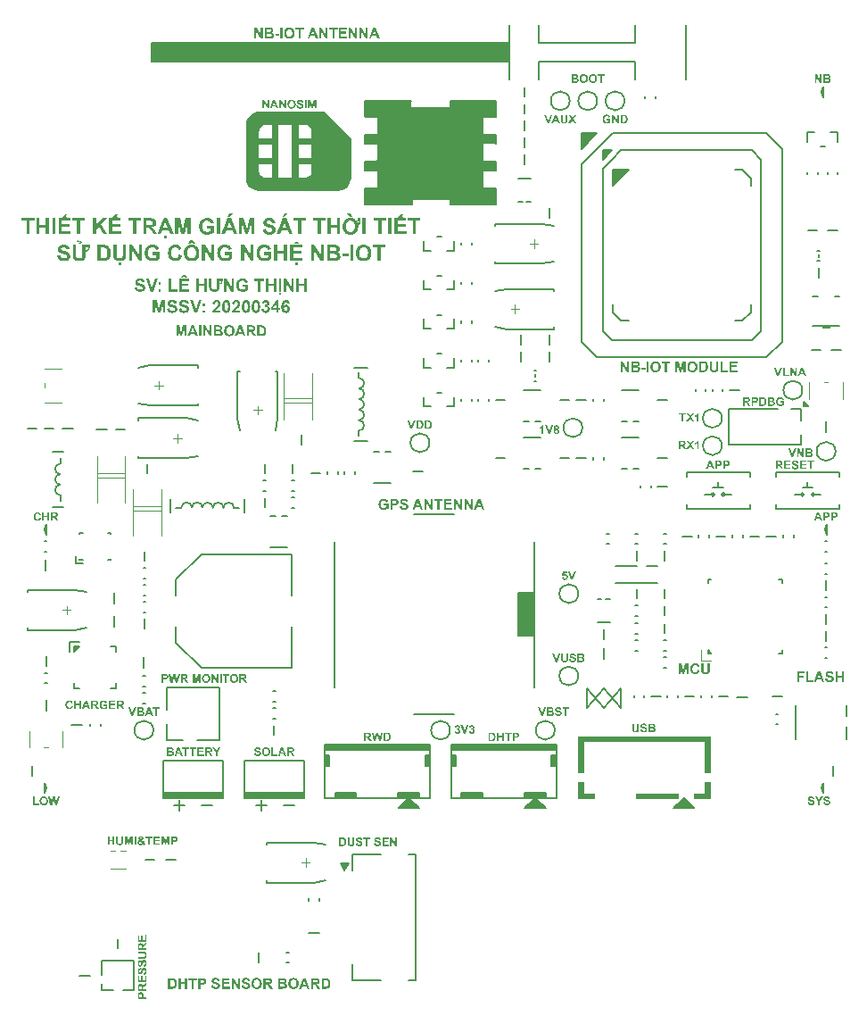
<source format=gbr>
%TF.GenerationSoftware,KiCad,Pcbnew,8.0.2*%
%TF.CreationDate,2024-05-31T14:04:31+07:00*%
%TF.ProjectId,WeatherStation,57656174-6865-4725-9374-6174696f6e2e,rev?*%
%TF.SameCoordinates,Original*%
%TF.FileFunction,Legend,Top*%
%TF.FilePolarity,Positive*%
%FSLAX46Y46*%
G04 Gerber Fmt 4.6, Leading zero omitted, Abs format (unit mm)*
G04 Created by KiCad (PCBNEW 8.0.2) date 2024-05-31 14:04:31*
%MOMM*%
%LPD*%
G01*
G04 APERTURE LIST*
%ADD10C,0.150000*%
%ADD11C,0.154000*%
%ADD12C,0.200000*%
%ADD13C,0.160000*%
%ADD14C,0.227000*%
%ADD15C,0.100000*%
%ADD16C,0.000000*%
G04 APERTURE END LIST*
D10*
X206675000Y-103949999D02*
X206675000Y-102950001D01*
X216575000Y-103450000D02*
X217575000Y-103450000D01*
X206175000Y-103450000D02*
X207175000Y-103450000D01*
X228644999Y-36675500D02*
X228644999Y-37350000D01*
X232444999Y-37350000D01*
X232394999Y-37300000D01*
X232394999Y-36650000D01*
X236767999Y-36650000D01*
X236767999Y-38150000D01*
X235444999Y-38150000D01*
X235444999Y-39850000D01*
X236767999Y-39850000D01*
X236767999Y-40700000D01*
X236717999Y-40650000D01*
X235444999Y-40650000D01*
X235444999Y-42450000D01*
X235494999Y-42400000D01*
X236767999Y-42400000D01*
X236767999Y-43250000D01*
X235444999Y-43250000D01*
X235444999Y-44950000D01*
X236717999Y-44950000D01*
X236767999Y-45000000D01*
X236767999Y-46500000D01*
X232394999Y-46500000D01*
X232444999Y-46450000D01*
X232444999Y-45950000D01*
X228744999Y-45950000D01*
X228744999Y-46468660D01*
X228713659Y-46500000D01*
X224321999Y-46500000D01*
X224321999Y-44950000D01*
X225544999Y-44950000D01*
X225544999Y-43250000D01*
X224321999Y-43250000D01*
X224321999Y-42400000D01*
X225394999Y-42400000D01*
X225585001Y-42209998D01*
X225585001Y-40610000D01*
X225495001Y-40700000D01*
X224321999Y-40700000D01*
X224321999Y-39900000D01*
X225494999Y-39900000D01*
X225544999Y-39850000D01*
X225544999Y-38150000D01*
X224346499Y-38150000D01*
X224321999Y-38125500D01*
X224321999Y-36625500D01*
X228694999Y-36625500D01*
X228644999Y-36675500D01*
G36*
X228644999Y-36675500D02*
G01*
X228644999Y-37350000D01*
X232444999Y-37350000D01*
X232394999Y-37300000D01*
X232394999Y-36650000D01*
X236767999Y-36650000D01*
X236767999Y-38150000D01*
X235444999Y-38150000D01*
X235444999Y-39850000D01*
X236767999Y-39850000D01*
X236767999Y-40700000D01*
X236717999Y-40650000D01*
X235444999Y-40650000D01*
X235444999Y-42450000D01*
X235494999Y-42400000D01*
X236767999Y-42400000D01*
X236767999Y-43250000D01*
X235444999Y-43250000D01*
X235444999Y-44950000D01*
X236717999Y-44950000D01*
X236767999Y-45000000D01*
X236767999Y-46500000D01*
X232394999Y-46500000D01*
X232444999Y-46450000D01*
X232444999Y-45950000D01*
X228744999Y-45950000D01*
X228744999Y-46468660D01*
X228713659Y-46500000D01*
X224321999Y-46500000D01*
X224321999Y-44950000D01*
X225544999Y-44950000D01*
X225544999Y-43250000D01*
X224321999Y-43250000D01*
X224321999Y-42400000D01*
X225394999Y-42400000D01*
X225585001Y-42209998D01*
X225585001Y-40610000D01*
X225495001Y-40700000D01*
X224321999Y-40700000D01*
X224321999Y-39900000D01*
X225494999Y-39900000D01*
X225544999Y-39850000D01*
X225544999Y-38150000D01*
X224346499Y-38150000D01*
X224321999Y-38125500D01*
X224321999Y-36625500D01*
X228694999Y-36625500D01*
X228644999Y-36675500D01*
G37*
X208775000Y-103450000D02*
X209775000Y-103450000D01*
D11*
X255575000Y-103750000D02*
X253575000Y-103750000D01*
X254575000Y-102750000D01*
X255575000Y-103750000D01*
G36*
X255575000Y-103750000D02*
G01*
X253575000Y-103750000D01*
X254575000Y-102750000D01*
X255575000Y-103750000D01*
G37*
X241465000Y-103750000D02*
X239465000Y-103750000D01*
X240465000Y-102750000D01*
X241465000Y-103750000D01*
G36*
X241465000Y-103750000D02*
G01*
X239465000Y-103750000D01*
X240465000Y-102750000D01*
X241465000Y-103750000D01*
G37*
D10*
X213975000Y-103450000D02*
X214975000Y-103450000D01*
X266349902Y-65610000D02*
X265949902Y-65610000D01*
X265949902Y-65210000D01*
X266349902Y-65610000D01*
G36*
X266349902Y-65610000D02*
G01*
X265949902Y-65610000D01*
X265949902Y-65210000D01*
X266349902Y-65610000D01*
G37*
D11*
X229475000Y-103750000D02*
X227475000Y-103750000D01*
X228475000Y-102750000D01*
X229475000Y-103750000D01*
G36*
X229475000Y-103750000D02*
G01*
X227475000Y-103750000D01*
X228475000Y-102750000D01*
X229475000Y-103750000D01*
G37*
D10*
X214475000Y-103949999D02*
X214475000Y-102950001D01*
D12*
G36*
X199888930Y-107232000D02*
G01*
X199888930Y-106419159D01*
X200051498Y-106419159D01*
X200051498Y-106744295D01*
X200370381Y-106744295D01*
X200370381Y-106419159D01*
X200532949Y-106419159D01*
X200532949Y-107232000D01*
X200370381Y-107232000D01*
X200370381Y-106881853D01*
X200051498Y-106881853D01*
X200051498Y-107232000D01*
X199888930Y-107232000D01*
G37*
G36*
X200695322Y-106419159D02*
G01*
X200858086Y-106419159D01*
X200858086Y-106860360D01*
X200858375Y-106902731D01*
X200859416Y-106942500D01*
X200862084Y-106982107D01*
X200864143Y-106996354D01*
X200877330Y-107033739D01*
X200902206Y-107066715D01*
X200913773Y-107076661D01*
X200950550Y-107096270D01*
X200989024Y-107105054D01*
X201021240Y-107106947D01*
X201061254Y-107104161D01*
X201100455Y-107093463D01*
X201125776Y-107078420D01*
X201152566Y-107048658D01*
X201167514Y-107010666D01*
X201167981Y-107008078D01*
X201172386Y-106969115D01*
X201174356Y-106929723D01*
X201175147Y-106887389D01*
X201175210Y-106869739D01*
X201175210Y-106419159D01*
X201337778Y-106419159D01*
X201337778Y-106845314D01*
X201337454Y-106888893D01*
X201336481Y-106928284D01*
X201334457Y-106970025D01*
X201330914Y-107011099D01*
X201324492Y-107051846D01*
X201312836Y-107091139D01*
X201294065Y-107128947D01*
X201275838Y-107153842D01*
X201245934Y-107182546D01*
X201212584Y-107204707D01*
X201181072Y-107219885D01*
X201140501Y-107232868D01*
X201097886Y-107240442D01*
X201055152Y-107243904D01*
X201026125Y-107244505D01*
X200984844Y-107243564D01*
X200941616Y-107240087D01*
X200898715Y-107232976D01*
X200858742Y-107220977D01*
X200851051Y-107217736D01*
X200816247Y-107199337D01*
X200783604Y-107175529D01*
X200756871Y-107147980D01*
X200734257Y-107115163D01*
X200717263Y-107078309D01*
X200711344Y-107057903D01*
X200704335Y-107018873D01*
X200699844Y-106977910D01*
X200697215Y-106937738D01*
X200695713Y-106892895D01*
X200695322Y-106851958D01*
X200695322Y-106419159D01*
G37*
G36*
X201502496Y-107232000D02*
G01*
X201502496Y-106419159D01*
X201745957Y-106419159D01*
X201892112Y-106973688D01*
X202036704Y-106419159D01*
X202280556Y-106419159D01*
X202280556Y-107232000D01*
X202129516Y-107232000D01*
X202129516Y-106592083D01*
X201969488Y-107232000D01*
X201812977Y-107232000D01*
X201653536Y-106592083D01*
X201653536Y-107232000D01*
X201502496Y-107232000D01*
G37*
G36*
X202432182Y-107232000D02*
G01*
X202432182Y-106419159D01*
X202594750Y-106419159D01*
X202594750Y-107232000D01*
X202432182Y-107232000D01*
G37*
G36*
X203085673Y-106409150D02*
G01*
X203124787Y-106416640D01*
X203164152Y-106431313D01*
X203197827Y-106452507D01*
X203205357Y-106458824D01*
X203233787Y-106489994D01*
X203252913Y-106524811D01*
X203262735Y-106563276D01*
X203264171Y-106586221D01*
X203258598Y-106627174D01*
X203243444Y-106663527D01*
X203235057Y-106677080D01*
X203208022Y-106707972D01*
X203175462Y-106735240D01*
X203138630Y-106760983D01*
X203117430Y-106774386D01*
X203229586Y-106923667D01*
X203246885Y-106886155D01*
X203259933Y-106846004D01*
X203263584Y-106832223D01*
X203403291Y-106863486D01*
X203391964Y-106902208D01*
X203379295Y-106940972D01*
X203366948Y-106972516D01*
X203348902Y-107007680D01*
X203333926Y-107030157D01*
X203363529Y-107055949D01*
X203395682Y-107080441D01*
X203400751Y-107084086D01*
X203434411Y-107107227D01*
X203460933Y-107122969D01*
X203367534Y-107244505D01*
X203329294Y-107223607D01*
X203296056Y-107201683D01*
X203263526Y-107176608D01*
X203235643Y-107152083D01*
X203204502Y-107179316D01*
X203172140Y-107201665D01*
X203135131Y-107220606D01*
X203131693Y-107222034D01*
X203091475Y-107234828D01*
X203050625Y-107241850D01*
X203010370Y-107244417D01*
X203000975Y-107244505D01*
X202955724Y-107242387D01*
X202914127Y-107236033D01*
X202876185Y-107225442D01*
X202835477Y-107207142D01*
X202800031Y-107182743D01*
X202774513Y-107157750D01*
X202748782Y-107122982D01*
X202730402Y-107085698D01*
X202719375Y-107045899D01*
X202715699Y-107003584D01*
X202716568Y-106993228D01*
X202873968Y-106993228D01*
X202880214Y-107033651D01*
X202900768Y-107069160D01*
X202906599Y-107075293D01*
X202939548Y-107096932D01*
X202977712Y-107106174D01*
X202994331Y-107106947D01*
X203034194Y-107102434D01*
X203064087Y-107092683D01*
X203099160Y-107073535D01*
X203132254Y-107049086D01*
X203137164Y-107045007D01*
X202980067Y-106850199D01*
X202943852Y-106871989D01*
X202913177Y-106899129D01*
X202900346Y-106915265D01*
X202881413Y-106951372D01*
X202873994Y-106990738D01*
X202873968Y-106993228D01*
X202716568Y-106993228D01*
X202719347Y-106960133D01*
X202730289Y-106919249D01*
X202748527Y-106880930D01*
X202761812Y-106860750D01*
X202787726Y-106830135D01*
X202819356Y-106801595D01*
X202851720Y-106778325D01*
X202888459Y-106756646D01*
X202899760Y-106750743D01*
X202873817Y-106718386D01*
X202850993Y-106684351D01*
X202837625Y-106659690D01*
X202823466Y-106622632D01*
X202816994Y-106582478D01*
X202816913Y-106577624D01*
X202818196Y-106568050D01*
X202967367Y-106568050D01*
X202979766Y-106606429D01*
X203002538Y-106637610D01*
X203040444Y-106681769D01*
X203082259Y-106649725D01*
X203112115Y-106620610D01*
X203128191Y-106582829D01*
X203128372Y-106578406D01*
X203116864Y-106540254D01*
X203106097Y-106527799D01*
X203070129Y-106509190D01*
X203045915Y-106506696D01*
X203006180Y-106513947D01*
X202988274Y-106525258D01*
X202968102Y-106559104D01*
X202967367Y-106568050D01*
X202818196Y-106568050D01*
X202822618Y-106535065D01*
X202839735Y-106496780D01*
X202864895Y-106465978D01*
X202875336Y-106456480D01*
X202912235Y-106432394D01*
X202951625Y-106417602D01*
X202991180Y-106409768D01*
X203035486Y-106406703D01*
X203042203Y-106406654D01*
X203085673Y-106409150D01*
G37*
G36*
X203737611Y-107232000D02*
G01*
X203737611Y-106556717D01*
X203498644Y-106556717D01*
X203498644Y-106419159D01*
X204138755Y-106419159D01*
X204138755Y-106556717D01*
X203900374Y-106556717D01*
X203900374Y-107232000D01*
X203737611Y-107232000D01*
G37*
G36*
X204240165Y-107232000D02*
G01*
X204240165Y-106419159D01*
X204837485Y-106419159D01*
X204837485Y-106556717D01*
X204402928Y-106556717D01*
X204402928Y-106731790D01*
X204807395Y-106731790D01*
X204807395Y-106869348D01*
X204402928Y-106869348D01*
X204402928Y-107094442D01*
X204852922Y-107094442D01*
X204852922Y-107232000D01*
X204240165Y-107232000D01*
G37*
G36*
X204984422Y-107232000D02*
G01*
X204984422Y-106419159D01*
X205227883Y-106419159D01*
X205374038Y-106973688D01*
X205518630Y-106419159D01*
X205762482Y-106419159D01*
X205762482Y-107232000D01*
X205611442Y-107232000D01*
X205611442Y-106592083D01*
X205451414Y-107232000D01*
X205294903Y-107232000D01*
X205135462Y-106592083D01*
X205135462Y-107232000D01*
X204984422Y-107232000D01*
G37*
G36*
X206223917Y-106419455D02*
G01*
X206269896Y-106420591D01*
X206314335Y-106422992D01*
X206356908Y-106427784D01*
X206373480Y-106431274D01*
X206410705Y-106444755D01*
X206444344Y-106464975D01*
X206474397Y-106491933D01*
X206489544Y-106509822D01*
X206512118Y-106546692D01*
X206525982Y-106584162D01*
X206534009Y-106626052D01*
X206536243Y-106666333D01*
X206534110Y-106706024D01*
X206526737Y-106745775D01*
X206512544Y-106784211D01*
X206509279Y-106790604D01*
X206487022Y-106825363D01*
X206458322Y-106856134D01*
X206440891Y-106869739D01*
X206406976Y-106889883D01*
X206369876Y-106904437D01*
X206356480Y-106907840D01*
X206314994Y-106913920D01*
X206274468Y-106917162D01*
X206233658Y-106918817D01*
X206187855Y-106919369D01*
X206081756Y-106919369D01*
X206081756Y-107232000D01*
X205918993Y-107232000D01*
X205918993Y-106781811D01*
X206081756Y-106781811D01*
X206170856Y-106781811D01*
X206214942Y-106781042D01*
X206255021Y-106778337D01*
X206295122Y-106770992D01*
X206299425Y-106769501D01*
X206334474Y-106748374D01*
X206350228Y-106730422D01*
X206366012Y-106693847D01*
X206368595Y-106668678D01*
X206362147Y-106629257D01*
X206342803Y-106597359D01*
X206311484Y-106573419D01*
X206277346Y-106562188D01*
X206237129Y-106558261D01*
X206195959Y-106556979D01*
X206160305Y-106556717D01*
X206081756Y-106556717D01*
X206081756Y-106781811D01*
X205918993Y-106781811D01*
X205918993Y-106419159D01*
X206180039Y-106419159D01*
X206223917Y-106419455D01*
G37*
G36*
X226100684Y-75049842D02*
G01*
X226100684Y-74877896D01*
X226539100Y-74877896D01*
X226539100Y-75286270D01*
X226498584Y-75319594D01*
X226454979Y-75347270D01*
X226410964Y-75369984D01*
X226361480Y-75391295D01*
X226353964Y-75394225D01*
X226300811Y-75412307D01*
X226247355Y-75425948D01*
X226193594Y-75435148D01*
X226139530Y-75439906D01*
X226108500Y-75440631D01*
X226050666Y-75438287D01*
X225995683Y-75431254D01*
X225943550Y-75419534D01*
X225894268Y-75403125D01*
X225847837Y-75382027D01*
X225832994Y-75373953D01*
X225790991Y-75346939D01*
X225753092Y-75315907D01*
X225714065Y-75274624D01*
X225685059Y-75234885D01*
X225660157Y-75191127D01*
X225656406Y-75183443D01*
X225636319Y-75136151D01*
X225620388Y-75087330D01*
X225608613Y-75036981D01*
X225600994Y-74985103D01*
X225597530Y-74931697D01*
X225597300Y-74913555D01*
X225599618Y-74855449D01*
X225606573Y-74799833D01*
X225618165Y-74746708D01*
X225634394Y-74696072D01*
X225655259Y-74647927D01*
X225663245Y-74632431D01*
X225690121Y-74588287D01*
X225721291Y-74548179D01*
X225756754Y-74512107D01*
X225796510Y-74480070D01*
X225840560Y-74452069D01*
X225856197Y-74443632D01*
X225907625Y-74421619D01*
X225957459Y-74407518D01*
X226011803Y-74398231D01*
X226061975Y-74394104D01*
X226097265Y-74393318D01*
X226153873Y-74395345D01*
X226206463Y-74401427D01*
X226255034Y-74411564D01*
X226308014Y-74429081D01*
X226355206Y-74452437D01*
X226390112Y-74476360D01*
X226427034Y-74509734D01*
X226458668Y-74547572D01*
X226485012Y-74589876D01*
X226506066Y-74636645D01*
X226521831Y-74687878D01*
X226525911Y-74705949D01*
X226323922Y-74737212D01*
X226306968Y-74690715D01*
X226279834Y-74647117D01*
X226243810Y-74611427D01*
X226200047Y-74585145D01*
X226149357Y-74569773D01*
X226097265Y-74565265D01*
X226041539Y-74569367D01*
X225991050Y-74581674D01*
X225945796Y-74602185D01*
X225905778Y-74630901D01*
X225885262Y-74650994D01*
X225854617Y-74692379D01*
X225831500Y-74741735D01*
X225817675Y-74790384D01*
X225809381Y-74844889D01*
X225806692Y-74894784D01*
X225806616Y-74905251D01*
X225808560Y-74959819D01*
X225814391Y-75009951D01*
X225826521Y-75064253D01*
X225844250Y-75112166D01*
X225872009Y-75159991D01*
X225886239Y-75177826D01*
X225923542Y-75213229D01*
X225965566Y-75239936D01*
X226012312Y-75257948D01*
X226063780Y-75267264D01*
X226095311Y-75268684D01*
X226147186Y-75264452D01*
X226195214Y-75253031D01*
X226223294Y-75243039D01*
X226268929Y-75222259D01*
X226312631Y-75196259D01*
X226333692Y-75180757D01*
X226333692Y-75049842D01*
X226100684Y-75049842D01*
G37*
G36*
X227101728Y-74409319D02*
G01*
X227159202Y-74410739D01*
X227214750Y-74413741D01*
X227267966Y-74419730D01*
X227288681Y-74424092D01*
X227335212Y-74440944D01*
X227377261Y-74466218D01*
X227414828Y-74499917D01*
X227433761Y-74522278D01*
X227461979Y-74568365D01*
X227479309Y-74615202D01*
X227489342Y-74667565D01*
X227492136Y-74717916D01*
X227489469Y-74767530D01*
X227480253Y-74817218D01*
X227462512Y-74865264D01*
X227458430Y-74873255D01*
X227430609Y-74916703D01*
X227394734Y-74955168D01*
X227372945Y-74972173D01*
X227330552Y-74997354D01*
X227284176Y-75015547D01*
X227267432Y-75019801D01*
X227215573Y-75027400D01*
X227164916Y-75031453D01*
X227113904Y-75033521D01*
X227056651Y-75034211D01*
X226924027Y-75034211D01*
X226924027Y-75425000D01*
X226720572Y-75425000D01*
X226720572Y-74862264D01*
X226924027Y-74862264D01*
X227035401Y-74862264D01*
X227090509Y-74861302D01*
X227140608Y-74857921D01*
X227190734Y-74848740D01*
X227196113Y-74846877D01*
X227239924Y-74820468D01*
X227259616Y-74798028D01*
X227279347Y-74752309D01*
X227282575Y-74720847D01*
X227274515Y-74671571D01*
X227250335Y-74631699D01*
X227211186Y-74601774D01*
X227168514Y-74587735D01*
X227118242Y-74582826D01*
X227066780Y-74581223D01*
X227022212Y-74580896D01*
X226924027Y-74580896D01*
X226924027Y-74862264D01*
X226720572Y-74862264D01*
X226720572Y-74408949D01*
X227046881Y-74408949D01*
X227101728Y-74409319D01*
G37*
G36*
X227602045Y-75096737D02*
G01*
X227799882Y-75081106D01*
X227812809Y-75131453D01*
X227833970Y-75177879D01*
X227865512Y-75217376D01*
X227872177Y-75223255D01*
X227914293Y-75249119D01*
X227965413Y-75264248D01*
X228019700Y-75268684D01*
X228071104Y-75265458D01*
X228119247Y-75254305D01*
X228164550Y-75230405D01*
X228167711Y-75227896D01*
X228201772Y-75189374D01*
X228217099Y-75142290D01*
X228217537Y-75132152D01*
X228204716Y-75083608D01*
X228196532Y-75072313D01*
X228155604Y-75042670D01*
X228123503Y-75029326D01*
X228074650Y-75014380D01*
X228024828Y-75000722D01*
X227976113Y-74987910D01*
X227960593Y-74983897D01*
X227911911Y-74970404D01*
X227859772Y-74953047D01*
X227814486Y-74934420D01*
X227770313Y-74911082D01*
X227731249Y-74882292D01*
X227695085Y-74843769D01*
X227667803Y-74801716D01*
X227649404Y-74756133D01*
X227639887Y-74707021D01*
X227638437Y-74677372D01*
X227643574Y-74625158D01*
X227658986Y-74575310D01*
X227681912Y-74532048D01*
X227712982Y-74492783D01*
X227751541Y-74459862D01*
X227797589Y-74433287D01*
X227807697Y-74428733D01*
X227856663Y-74411613D01*
X227904664Y-74401099D01*
X227956879Y-74395012D01*
X228006022Y-74393318D01*
X228062962Y-74395399D01*
X228115321Y-74401642D01*
X228163101Y-74412047D01*
X228214392Y-74430028D01*
X228259089Y-74454002D01*
X228291298Y-74478558D01*
X228328933Y-74518574D01*
X228357850Y-74564037D01*
X228378047Y-74614945D01*
X228388420Y-74662916D01*
X228392170Y-74705949D01*
X228188716Y-74705949D01*
X228174783Y-74655654D01*
X228147848Y-74611996D01*
X228132785Y-74598237D01*
X228086943Y-74575697D01*
X228034553Y-74566424D01*
X228003824Y-74565265D01*
X227952285Y-74568747D01*
X227904188Y-74580622D01*
X227865094Y-74600924D01*
X227835405Y-74642003D01*
X227832854Y-74662473D01*
X227849890Y-74709231D01*
X227863140Y-74722313D01*
X227907390Y-74746779D01*
X227954102Y-74763815D01*
X228006269Y-74779197D01*
X228049986Y-74790457D01*
X228102952Y-74804064D01*
X228150473Y-74817774D01*
X228199034Y-74833899D01*
X228245459Y-74852500D01*
X228269561Y-74864218D01*
X228310953Y-74890422D01*
X228349487Y-74925472D01*
X228380691Y-74967044D01*
X228403635Y-75015486D01*
X228416229Y-75065784D01*
X228420834Y-75116152D01*
X228420991Y-75128000D01*
X228416292Y-75181271D01*
X228402196Y-75232395D01*
X228378702Y-75281372D01*
X228372875Y-75290910D01*
X228342661Y-75330546D01*
X228306148Y-75364000D01*
X228263337Y-75391271D01*
X228236832Y-75403750D01*
X228190166Y-75419886D01*
X228138097Y-75431411D01*
X228088103Y-75437714D01*
X228033972Y-75440487D01*
X228017746Y-75440631D01*
X227960224Y-75438490D01*
X227907031Y-75432068D01*
X227858167Y-75421365D01*
X227805244Y-75402869D01*
X227758556Y-75378208D01*
X227724410Y-75352948D01*
X227688928Y-75317150D01*
X227659232Y-75275702D01*
X227635324Y-75228604D01*
X227617203Y-75175857D01*
X227606523Y-75127584D01*
X227602045Y-75096737D01*
G37*
G36*
X229831738Y-75425000D02*
G01*
X229610698Y-75425000D01*
X229522771Y-75190526D01*
X229120014Y-75190526D01*
X229036972Y-75425000D01*
X228821305Y-75425000D01*
X228978207Y-75018579D01*
X229182540Y-75018579D01*
X229457313Y-75018579D01*
X229318584Y-74659054D01*
X229182540Y-75018579D01*
X228978207Y-75018579D01*
X229213559Y-74408949D01*
X229428493Y-74408949D01*
X229831738Y-75425000D01*
G37*
G36*
X229936029Y-75425000D02*
G01*
X229936029Y-74408949D01*
X230133866Y-74408949D01*
X230545904Y-75095516D01*
X230545904Y-74408949D01*
X230734704Y-74408949D01*
X230734704Y-75425000D01*
X230530761Y-75425000D01*
X230124829Y-74748691D01*
X230124829Y-75425000D01*
X229936029Y-75425000D01*
G37*
G36*
X231170677Y-75425000D02*
G01*
X231170677Y-74580896D01*
X230871968Y-74580896D01*
X230871968Y-74408949D01*
X231672108Y-74408949D01*
X231672108Y-74580896D01*
X231374131Y-74580896D01*
X231374131Y-75425000D01*
X231170677Y-75425000D01*
G37*
G36*
X231798870Y-75425000D02*
G01*
X231798870Y-74408949D01*
X232545520Y-74408949D01*
X232545520Y-74580896D01*
X232002324Y-74580896D01*
X232002324Y-74799738D01*
X232507907Y-74799738D01*
X232507907Y-74971685D01*
X232002324Y-74971685D01*
X232002324Y-75253053D01*
X232564815Y-75253053D01*
X232564815Y-75425000D01*
X231798870Y-75425000D01*
G37*
G36*
X232734076Y-75425000D02*
G01*
X232734076Y-74408949D01*
X232931912Y-74408949D01*
X233343950Y-75095516D01*
X233343950Y-74408949D01*
X233532750Y-74408949D01*
X233532750Y-75425000D01*
X233328807Y-75425000D01*
X232922875Y-74748691D01*
X232922875Y-75425000D01*
X232734076Y-75425000D01*
G37*
G36*
X233744264Y-75425000D02*
G01*
X233744264Y-74408949D01*
X233942101Y-74408949D01*
X234354138Y-75095516D01*
X234354138Y-74408949D01*
X234542938Y-74408949D01*
X234542938Y-75425000D01*
X234338995Y-75425000D01*
X233933064Y-74748691D01*
X233933064Y-75425000D01*
X233744264Y-75425000D01*
G37*
G36*
X235660349Y-75425000D02*
G01*
X235439309Y-75425000D01*
X235351382Y-75190526D01*
X234948625Y-75190526D01*
X234865583Y-75425000D01*
X234649916Y-75425000D01*
X234806818Y-75018579D01*
X235011152Y-75018579D01*
X235285925Y-75018579D01*
X235147195Y-74659054D01*
X235011152Y-75018579D01*
X234806818Y-75018579D01*
X235042170Y-74408949D01*
X235257104Y-74408949D01*
X235660349Y-75425000D01*
G37*
G36*
X206021837Y-119849873D02*
G01*
X206074444Y-119853189D01*
X206124687Y-119859803D01*
X206161400Y-119868244D01*
X206209144Y-119886328D01*
X206252908Y-119910903D01*
X206292692Y-119941970D01*
X206313075Y-119962034D01*
X206346262Y-120002211D01*
X206374658Y-120047179D01*
X206398263Y-120096939D01*
X206409306Y-120126653D01*
X206423732Y-120178112D01*
X206432973Y-120227822D01*
X206439059Y-120281903D01*
X206441764Y-120331737D01*
X206442279Y-120366744D01*
X206440795Y-120419913D01*
X206436342Y-120469787D01*
X206427618Y-120522749D01*
X206415016Y-120571407D01*
X206411260Y-120582899D01*
X206393250Y-120629390D01*
X206368860Y-120677571D01*
X206340410Y-120720470D01*
X206307898Y-120758087D01*
X206303549Y-120762418D01*
X206262753Y-120795471D01*
X206218103Y-120820811D01*
X206171758Y-120839783D01*
X206160667Y-120843506D01*
X206108983Y-120855743D01*
X206058753Y-120861977D01*
X206008103Y-120864664D01*
X205980660Y-120865000D01*
X205597932Y-120865000D01*
X205597932Y-120693053D01*
X205801386Y-120693053D01*
X205953061Y-120693053D01*
X206006065Y-120691898D01*
X206057329Y-120687090D01*
X206076159Y-120683283D01*
X206123823Y-120665223D01*
X206157980Y-120641273D01*
X206187656Y-120601889D01*
X206207271Y-120555772D01*
X206211225Y-120543332D01*
X206223045Y-120490485D01*
X206229066Y-120438574D01*
X206231662Y-120385879D01*
X206231986Y-120357219D01*
X206230688Y-120301882D01*
X206226127Y-120247767D01*
X206217206Y-120197745D01*
X206211225Y-120176723D01*
X206191815Y-120130119D01*
X206162606Y-120087765D01*
X206153584Y-120078538D01*
X206111635Y-120048862D01*
X206063103Y-120031467D01*
X206059551Y-120030666D01*
X206006703Y-120023987D01*
X205956190Y-120021669D01*
X205900423Y-120020906D01*
X205892733Y-120020896D01*
X205801386Y-120020896D01*
X205801386Y-120693053D01*
X205597932Y-120693053D01*
X205597932Y-119848949D01*
X205969669Y-119848949D01*
X206021837Y-119849873D01*
G37*
G36*
X206609585Y-120865000D02*
G01*
X206609585Y-119848949D01*
X206812795Y-119848949D01*
X206812795Y-120255369D01*
X207211400Y-120255369D01*
X207211400Y-119848949D01*
X207414610Y-119848949D01*
X207414610Y-120865000D01*
X207211400Y-120865000D01*
X207211400Y-120427316D01*
X206812795Y-120427316D01*
X206812795Y-120865000D01*
X206609585Y-120865000D01*
G37*
G36*
X207845698Y-120865000D02*
G01*
X207845698Y-120020896D01*
X207546989Y-120020896D01*
X207546989Y-119848949D01*
X208347129Y-119848949D01*
X208347129Y-120020896D01*
X208049153Y-120020896D01*
X208049153Y-120865000D01*
X207845698Y-120865000D01*
G37*
G36*
X208855047Y-119849319D02*
G01*
X208912520Y-119850739D01*
X208968069Y-119853741D01*
X209021285Y-119859730D01*
X209042000Y-119864092D01*
X209088531Y-119880944D01*
X209130580Y-119906218D01*
X209168147Y-119939917D01*
X209187080Y-119962278D01*
X209215298Y-120008365D01*
X209232628Y-120055202D01*
X209242661Y-120107565D01*
X209245454Y-120157916D01*
X209242788Y-120207530D01*
X209233572Y-120257218D01*
X209215830Y-120305264D01*
X209211749Y-120313255D01*
X209183928Y-120356703D01*
X209148052Y-120395168D01*
X209126264Y-120412173D01*
X209083870Y-120437354D01*
X209037495Y-120455547D01*
X209020751Y-120459801D01*
X208968892Y-120467400D01*
X208918235Y-120471453D01*
X208867222Y-120473521D01*
X208809969Y-120474211D01*
X208677345Y-120474211D01*
X208677345Y-120865000D01*
X208473891Y-120865000D01*
X208473891Y-120302264D01*
X208677345Y-120302264D01*
X208788720Y-120302264D01*
X208843827Y-120301302D01*
X208893926Y-120297921D01*
X208944053Y-120288740D01*
X208949432Y-120286877D01*
X208993243Y-120260468D01*
X209012935Y-120238028D01*
X209032665Y-120192309D01*
X209035894Y-120160847D01*
X209027834Y-120111571D01*
X209003654Y-120071699D01*
X208964505Y-120041774D01*
X208921832Y-120027735D01*
X208871561Y-120022826D01*
X208820098Y-120021223D01*
X208775531Y-120020896D01*
X208677345Y-120020896D01*
X208677345Y-120302264D01*
X208473891Y-120302264D01*
X208473891Y-119848949D01*
X208800199Y-119848949D01*
X208855047Y-119849319D01*
G37*
G36*
X209718797Y-120536737D02*
G01*
X209916634Y-120521106D01*
X209929561Y-120571453D01*
X209950722Y-120617879D01*
X209982264Y-120657376D01*
X209988929Y-120663255D01*
X210031045Y-120689119D01*
X210082165Y-120704248D01*
X210136452Y-120708684D01*
X210187856Y-120705458D01*
X210235999Y-120694305D01*
X210281302Y-120670405D01*
X210284463Y-120667896D01*
X210318524Y-120629374D01*
X210333851Y-120582290D01*
X210334289Y-120572152D01*
X210321468Y-120523608D01*
X210313284Y-120512313D01*
X210272356Y-120482670D01*
X210240255Y-120469326D01*
X210191402Y-120454380D01*
X210141580Y-120440722D01*
X210092865Y-120427910D01*
X210077345Y-120423897D01*
X210028663Y-120410404D01*
X209976524Y-120393047D01*
X209931238Y-120374420D01*
X209887065Y-120351082D01*
X209848001Y-120322292D01*
X209811837Y-120283769D01*
X209784555Y-120241716D01*
X209766156Y-120196133D01*
X209756639Y-120147021D01*
X209755189Y-120117372D01*
X209760326Y-120065158D01*
X209775738Y-120015310D01*
X209798664Y-119972048D01*
X209829734Y-119932783D01*
X209868293Y-119899862D01*
X209914341Y-119873287D01*
X209924449Y-119868733D01*
X209973415Y-119851613D01*
X210021416Y-119841099D01*
X210073631Y-119835012D01*
X210122775Y-119833318D01*
X210179714Y-119835399D01*
X210232073Y-119841642D01*
X210279853Y-119852047D01*
X210331144Y-119870028D01*
X210375841Y-119894002D01*
X210408050Y-119918558D01*
X210445685Y-119958574D01*
X210474602Y-120004037D01*
X210494799Y-120054945D01*
X210505172Y-120102916D01*
X210508922Y-120145949D01*
X210305468Y-120145949D01*
X210291535Y-120095654D01*
X210264600Y-120051996D01*
X210249537Y-120038237D01*
X210203695Y-120015697D01*
X210151305Y-120006424D01*
X210120576Y-120005265D01*
X210069037Y-120008747D01*
X210020940Y-120020622D01*
X209981846Y-120040924D01*
X209952157Y-120082003D01*
X209949606Y-120102473D01*
X209966642Y-120149231D01*
X209979892Y-120162313D01*
X210024142Y-120186779D01*
X210070854Y-120203815D01*
X210123021Y-120219197D01*
X210166738Y-120230457D01*
X210219704Y-120244064D01*
X210267225Y-120257774D01*
X210315786Y-120273899D01*
X210362211Y-120292500D01*
X210386313Y-120304218D01*
X210427705Y-120330422D01*
X210466239Y-120365472D01*
X210497443Y-120407044D01*
X210520387Y-120455486D01*
X210532981Y-120505784D01*
X210537586Y-120556152D01*
X210537743Y-120568000D01*
X210533044Y-120621271D01*
X210518948Y-120672395D01*
X210495454Y-120721372D01*
X210489627Y-120730910D01*
X210459413Y-120770546D01*
X210422900Y-120804000D01*
X210380089Y-120831271D01*
X210353584Y-120843750D01*
X210306918Y-120859886D01*
X210254849Y-120871411D01*
X210204855Y-120877714D01*
X210150724Y-120880487D01*
X210134498Y-120880631D01*
X210076976Y-120878490D01*
X210023783Y-120872068D01*
X209974919Y-120861365D01*
X209921996Y-120842869D01*
X209875308Y-120818208D01*
X209841163Y-120792948D01*
X209805680Y-120757150D01*
X209775984Y-120715702D01*
X209752076Y-120668604D01*
X209733955Y-120615857D01*
X209723276Y-120567584D01*
X209718797Y-120536737D01*
G37*
G36*
X210703340Y-120865000D02*
G01*
X210703340Y-119848949D01*
X211449990Y-119848949D01*
X211449990Y-120020896D01*
X210906794Y-120020896D01*
X210906794Y-120239738D01*
X211412377Y-120239738D01*
X211412377Y-120411685D01*
X210906794Y-120411685D01*
X210906794Y-120693053D01*
X211469285Y-120693053D01*
X211469285Y-120865000D01*
X210703340Y-120865000D01*
G37*
G36*
X211638546Y-120865000D02*
G01*
X211638546Y-119848949D01*
X211836382Y-119848949D01*
X212248420Y-120535516D01*
X212248420Y-119848949D01*
X212437220Y-119848949D01*
X212437220Y-120865000D01*
X212233277Y-120865000D01*
X211827345Y-120188691D01*
X211827345Y-120865000D01*
X211638546Y-120865000D01*
G37*
G36*
X212595001Y-120536737D02*
G01*
X212792837Y-120521106D01*
X212805765Y-120571453D01*
X212826926Y-120617879D01*
X212858468Y-120657376D01*
X212865133Y-120663255D01*
X212907249Y-120689119D01*
X212958369Y-120704248D01*
X213012656Y-120708684D01*
X213064060Y-120705458D01*
X213112202Y-120694305D01*
X213157506Y-120670405D01*
X213160667Y-120667896D01*
X213194727Y-120629374D01*
X213210055Y-120582290D01*
X213210493Y-120572152D01*
X213197672Y-120523608D01*
X213189488Y-120512313D01*
X213148560Y-120482670D01*
X213116459Y-120469326D01*
X213067606Y-120454380D01*
X213017784Y-120440722D01*
X212969069Y-120427910D01*
X212953549Y-120423897D01*
X212904866Y-120410404D01*
X212852728Y-120393047D01*
X212807442Y-120374420D01*
X212763269Y-120351082D01*
X212724205Y-120322292D01*
X212688041Y-120283769D01*
X212660759Y-120241716D01*
X212642360Y-120196133D01*
X212632843Y-120147021D01*
X212631393Y-120117372D01*
X212636530Y-120065158D01*
X212651942Y-120015310D01*
X212674868Y-119972048D01*
X212705937Y-119932783D01*
X212744496Y-119899862D01*
X212790545Y-119873287D01*
X212800653Y-119868733D01*
X212849619Y-119851613D01*
X212897620Y-119841099D01*
X212949834Y-119835012D01*
X212998978Y-119833318D01*
X213055917Y-119835399D01*
X213108277Y-119841642D01*
X213156057Y-119852047D01*
X213207348Y-119870028D01*
X213252044Y-119894002D01*
X213284254Y-119918558D01*
X213321889Y-119958574D01*
X213350805Y-120004037D01*
X213371003Y-120054945D01*
X213381376Y-120102916D01*
X213385126Y-120145949D01*
X213181672Y-120145949D01*
X213167739Y-120095654D01*
X213140804Y-120051996D01*
X213125740Y-120038237D01*
X213079899Y-120015697D01*
X213027509Y-120006424D01*
X212996780Y-120005265D01*
X212945241Y-120008747D01*
X212897143Y-120020622D01*
X212858050Y-120040924D01*
X212828360Y-120082003D01*
X212825810Y-120102473D01*
X212842846Y-120149231D01*
X212856096Y-120162313D01*
X212900346Y-120186779D01*
X212947058Y-120203815D01*
X212999225Y-120219197D01*
X213042942Y-120230457D01*
X213095907Y-120244064D01*
X213143429Y-120257774D01*
X213191990Y-120273899D01*
X213238415Y-120292500D01*
X213262516Y-120304218D01*
X213303909Y-120330422D01*
X213342443Y-120365472D01*
X213373647Y-120407044D01*
X213396591Y-120455486D01*
X213409185Y-120505784D01*
X213413789Y-120556152D01*
X213413947Y-120568000D01*
X213409248Y-120621271D01*
X213395152Y-120672395D01*
X213371658Y-120721372D01*
X213365831Y-120730910D01*
X213335617Y-120770546D01*
X213299104Y-120804000D01*
X213256293Y-120831271D01*
X213229788Y-120843750D01*
X213183122Y-120859886D01*
X213131053Y-120871411D01*
X213081059Y-120877714D01*
X213026928Y-120880487D01*
X213010702Y-120880631D01*
X212953180Y-120878490D01*
X212899986Y-120872068D01*
X212851122Y-120861365D01*
X212798200Y-120842869D01*
X212751511Y-120818208D01*
X212717366Y-120792948D01*
X212681883Y-120757150D01*
X212652188Y-120715702D01*
X212628280Y-120668604D01*
X212610159Y-120615857D01*
X212599479Y-120567584D01*
X212595001Y-120536737D01*
G37*
G36*
X214079581Y-119835489D02*
G01*
X214131090Y-119842004D01*
X214179812Y-119852861D01*
X214236798Y-119872540D01*
X214289431Y-119899005D01*
X214337710Y-119932255D01*
X214381637Y-119972292D01*
X214420126Y-120018299D01*
X214452091Y-120069612D01*
X214472966Y-120114484D01*
X214489666Y-120162753D01*
X214502191Y-120214418D01*
X214510541Y-120269479D01*
X214514716Y-120327937D01*
X214515238Y-120358440D01*
X214513166Y-120418077D01*
X214506949Y-120474379D01*
X214496588Y-120527345D01*
X214482082Y-120576976D01*
X214463432Y-120623272D01*
X214434291Y-120676450D01*
X214398674Y-120724418D01*
X214382614Y-120742145D01*
X214338993Y-120782041D01*
X214291018Y-120815175D01*
X214238691Y-120841547D01*
X214182010Y-120861156D01*
X214133532Y-120871976D01*
X214082268Y-120878467D01*
X214028218Y-120880631D01*
X213973481Y-120878479D01*
X213921621Y-120872021D01*
X213872639Y-120861260D01*
X213815458Y-120841753D01*
X213762772Y-120815521D01*
X213714583Y-120782563D01*
X213670890Y-120742878D01*
X213632683Y-120697220D01*
X213600952Y-120646493D01*
X213575696Y-120590697D01*
X213560155Y-120542412D01*
X213548757Y-120490882D01*
X213541504Y-120436109D01*
X213538396Y-120378092D01*
X213538266Y-120363080D01*
X213538462Y-120356242D01*
X213747827Y-120356242D01*
X213749753Y-120408388D01*
X213757149Y-120465563D01*
X213770092Y-120516849D01*
X213788582Y-120562244D01*
X213817164Y-120607759D01*
X213826717Y-120619291D01*
X213863372Y-120654123D01*
X213910244Y-120683455D01*
X213962428Y-120701613D01*
X214012447Y-120708335D01*
X214027485Y-120708684D01*
X214078607Y-120704442D01*
X214131909Y-120689203D01*
X214179747Y-120662882D01*
X214217121Y-120630760D01*
X214227031Y-120620024D01*
X214257390Y-120576886D01*
X214280292Y-120525262D01*
X214293988Y-120474261D01*
X214302206Y-120417025D01*
X214304869Y-120364566D01*
X214304945Y-120353555D01*
X214303090Y-120300859D01*
X214295969Y-120243386D01*
X214283507Y-120192198D01*
X214262218Y-120140423D01*
X214233659Y-120097203D01*
X214228985Y-120091727D01*
X214193380Y-120058037D01*
X214146879Y-120029667D01*
X214094180Y-120012104D01*
X214042984Y-120005602D01*
X214027485Y-120005265D01*
X213974791Y-120009449D01*
X213926773Y-120022001D01*
X213877619Y-120046593D01*
X213834571Y-120082115D01*
X213824763Y-120092704D01*
X213794785Y-120135201D01*
X213772170Y-120186183D01*
X213758646Y-120236635D01*
X213750532Y-120293321D01*
X213747902Y-120345322D01*
X213747827Y-120356242D01*
X213538462Y-120356242D01*
X213539881Y-120306846D01*
X213544724Y-120254099D01*
X213552795Y-120204837D01*
X213566292Y-120151771D01*
X213584184Y-120103450D01*
X213608141Y-120056634D01*
X213636963Y-120012966D01*
X213670652Y-119972446D01*
X213677973Y-119964720D01*
X213716294Y-119929353D01*
X213756761Y-119900187D01*
X213803754Y-119875267D01*
X213808155Y-119873374D01*
X213857080Y-119855849D01*
X213909577Y-119843332D01*
X213958442Y-119836486D01*
X214010042Y-119833474D01*
X214025287Y-119833318D01*
X214079581Y-119835489D01*
G37*
G36*
X215153969Y-119849911D02*
G01*
X215205186Y-119852796D01*
X215257081Y-119858593D01*
X215306029Y-119868424D01*
X215331009Y-119876304D01*
X215377921Y-119900162D01*
X215417906Y-119934120D01*
X215448246Y-119973757D01*
X215471430Y-120019548D01*
X215486027Y-120069298D01*
X215492038Y-120123008D01*
X215492209Y-120134225D01*
X215488042Y-120188996D01*
X215475540Y-120238761D01*
X215454703Y-120283518D01*
X215425531Y-120323269D01*
X215388177Y-120357081D01*
X215342549Y-120384024D01*
X215295838Y-120401964D01*
X215242792Y-120414645D01*
X215226473Y-120417302D01*
X215269069Y-120444896D01*
X215309283Y-120477039D01*
X215335161Y-120502543D01*
X215368236Y-120542822D01*
X215396713Y-120582847D01*
X215424686Y-120625283D01*
X215450932Y-120667163D01*
X215574031Y-120865000D01*
X215330765Y-120865000D01*
X215183731Y-120641517D01*
X215156073Y-120601117D01*
X215124619Y-120556627D01*
X215094017Y-120516083D01*
X215076508Y-120495704D01*
X215037208Y-120464158D01*
X215015447Y-120454183D01*
X214967199Y-120445098D01*
X214917454Y-120442959D01*
X214913109Y-120442948D01*
X214871832Y-120442948D01*
X214871832Y-120865000D01*
X214668622Y-120865000D01*
X214668622Y-120271001D01*
X214871832Y-120271001D01*
X215022286Y-120271001D01*
X215073285Y-120270580D01*
X215123017Y-120269026D01*
X215175815Y-120264818D01*
X215204980Y-120259033D01*
X215247515Y-120234045D01*
X215261888Y-120217267D01*
X215280621Y-120169590D01*
X215282649Y-120143262D01*
X215274071Y-120093313D01*
X215255538Y-120062906D01*
X215215422Y-120034573D01*
X215178846Y-120024316D01*
X215129448Y-120021751D01*
X215079926Y-120021060D01*
X215030590Y-120020896D01*
X214871832Y-120020896D01*
X214871832Y-120271001D01*
X214668622Y-120271001D01*
X214668622Y-119848949D01*
X215096536Y-119848949D01*
X215153969Y-119849911D01*
G37*
G36*
X216519500Y-119849440D02*
G01*
X216568765Y-119851203D01*
X216619655Y-119855210D01*
X216648211Y-119859207D01*
X216697331Y-119872224D01*
X216741683Y-119893749D01*
X216753479Y-119901461D01*
X216791093Y-119933572D01*
X216822722Y-119973910D01*
X216830660Y-119986946D01*
X216850744Y-120032385D01*
X216860588Y-120082176D01*
X216861679Y-120106625D01*
X216856321Y-120158832D01*
X216840247Y-120207742D01*
X216823577Y-120238517D01*
X216791188Y-120279355D01*
X216751174Y-120311744D01*
X216720262Y-120328642D01*
X216768676Y-120346749D01*
X216814538Y-120373893D01*
X216852053Y-120408430D01*
X216861679Y-120420233D01*
X216887825Y-120462904D01*
X216904288Y-120510012D01*
X216911067Y-120561555D01*
X216911260Y-120572397D01*
X216906761Y-120623539D01*
X216893263Y-120673650D01*
X216879264Y-120706486D01*
X216852005Y-120751537D01*
X216818219Y-120789238D01*
X216792070Y-120810289D01*
X216747030Y-120835225D01*
X216699347Y-120850720D01*
X216655782Y-120858161D01*
X216603885Y-120861393D01*
X216553189Y-120862969D01*
X216498795Y-120864023D01*
X216445753Y-120864690D01*
X216410562Y-120865000D01*
X216067645Y-120865000D01*
X216067645Y-120693053D01*
X216270855Y-120693053D01*
X216459167Y-120693053D01*
X216509099Y-120692671D01*
X216561355Y-120690900D01*
X216598629Y-120686946D01*
X216646549Y-120669109D01*
X216672391Y-120647379D01*
X216696251Y-120602387D01*
X216700967Y-120562871D01*
X216693218Y-120514616D01*
X216678985Y-120487156D01*
X216641719Y-120453486D01*
X216615482Y-120441727D01*
X216565663Y-120432397D01*
X216512329Y-120428724D01*
X216460188Y-120427443D01*
X216434987Y-120427316D01*
X216270855Y-120427316D01*
X216270855Y-120693053D01*
X216067645Y-120693053D01*
X216067645Y-120255369D01*
X216270855Y-120255369D01*
X216404212Y-120255369D01*
X216457945Y-120255156D01*
X216509313Y-120254287D01*
X216551735Y-120251950D01*
X216600928Y-120238516D01*
X216633800Y-120215558D01*
X216658884Y-120173167D01*
X216663842Y-120136423D01*
X216654715Y-120086731D01*
X216637952Y-120059975D01*
X216596069Y-120032307D01*
X216561504Y-120024316D01*
X216508210Y-120021861D01*
X216452328Y-120021110D01*
X216396469Y-120020900D01*
X216387604Y-120020896D01*
X216270855Y-120020896D01*
X216270855Y-120255369D01*
X216067645Y-120255369D01*
X216067645Y-119848949D01*
X216470158Y-119848949D01*
X216519500Y-119849440D01*
G37*
G36*
X217577139Y-119835489D02*
G01*
X217628647Y-119842004D01*
X217677370Y-119852861D01*
X217734355Y-119872540D01*
X217786988Y-119899005D01*
X217835268Y-119932255D01*
X217879195Y-119972292D01*
X217917683Y-120018299D01*
X217949648Y-120069612D01*
X217970523Y-120114484D01*
X217987223Y-120162753D01*
X217999748Y-120214418D01*
X218008099Y-120269479D01*
X218012274Y-120327937D01*
X218012795Y-120358440D01*
X218010723Y-120418077D01*
X218004506Y-120474379D01*
X217994145Y-120527345D01*
X217979639Y-120576976D01*
X217960989Y-120623272D01*
X217931848Y-120676450D01*
X217896232Y-120724418D01*
X217880172Y-120742145D01*
X217836550Y-120782041D01*
X217788576Y-120815175D01*
X217736248Y-120841547D01*
X217679568Y-120861156D01*
X217631090Y-120871976D01*
X217579825Y-120878467D01*
X217525775Y-120880631D01*
X217471038Y-120878479D01*
X217419178Y-120872021D01*
X217370196Y-120861260D01*
X217313015Y-120841753D01*
X217260330Y-120815521D01*
X217212141Y-120782563D01*
X217168448Y-120742878D01*
X217130241Y-120697220D01*
X217098510Y-120646493D01*
X217073254Y-120590697D01*
X217057712Y-120542412D01*
X217046315Y-120490882D01*
X217039062Y-120436109D01*
X217035954Y-120378092D01*
X217035824Y-120363080D01*
X217036020Y-120356242D01*
X217245384Y-120356242D01*
X217247310Y-120408388D01*
X217254706Y-120465563D01*
X217267649Y-120516849D01*
X217286139Y-120562244D01*
X217314722Y-120607759D01*
X217324275Y-120619291D01*
X217360930Y-120654123D01*
X217407802Y-120683455D01*
X217459986Y-120701613D01*
X217510004Y-120708335D01*
X217525042Y-120708684D01*
X217576165Y-120704442D01*
X217629467Y-120689203D01*
X217677304Y-120662882D01*
X217714679Y-120630760D01*
X217724589Y-120620024D01*
X217754948Y-120576886D01*
X217777850Y-120525262D01*
X217791546Y-120474261D01*
X217799763Y-120417025D01*
X217802426Y-120364566D01*
X217802502Y-120353555D01*
X217800648Y-120300859D01*
X217793527Y-120243386D01*
X217781065Y-120192198D01*
X217759775Y-120140423D01*
X217731216Y-120097203D01*
X217726543Y-120091727D01*
X217690938Y-120058037D01*
X217644436Y-120029667D01*
X217591737Y-120012104D01*
X217540541Y-120005602D01*
X217525042Y-120005265D01*
X217472349Y-120009449D01*
X217424330Y-120022001D01*
X217375177Y-120046593D01*
X217332129Y-120082115D01*
X217322321Y-120092704D01*
X217292343Y-120135201D01*
X217269728Y-120186183D01*
X217256204Y-120236635D01*
X217248089Y-120293321D01*
X217245460Y-120345322D01*
X217245384Y-120356242D01*
X217036020Y-120356242D01*
X217037438Y-120306846D01*
X217042281Y-120254099D01*
X217050353Y-120204837D01*
X217063850Y-120151771D01*
X217081742Y-120103450D01*
X217105699Y-120056634D01*
X217134521Y-120012966D01*
X217168209Y-119972446D01*
X217175531Y-119964720D01*
X217213851Y-119929353D01*
X217254318Y-119900187D01*
X217301312Y-119875267D01*
X217305712Y-119873374D01*
X217354637Y-119855849D01*
X217407134Y-119843332D01*
X217455999Y-119836486D01*
X217507599Y-119833474D01*
X217522844Y-119833318D01*
X217577139Y-119835489D01*
G37*
G36*
X219073542Y-120865000D02*
G01*
X218852502Y-120865000D01*
X218764575Y-120630526D01*
X218361818Y-120630526D01*
X218278776Y-120865000D01*
X218063109Y-120865000D01*
X218220011Y-120458579D01*
X218424345Y-120458579D01*
X218699118Y-120458579D01*
X218560388Y-120099054D01*
X218424345Y-120458579D01*
X218220011Y-120458579D01*
X218455363Y-119848949D01*
X218670297Y-119848949D01*
X219073542Y-120865000D01*
G37*
G36*
X219661715Y-119849911D02*
G01*
X219712932Y-119852796D01*
X219764827Y-119858593D01*
X219813775Y-119868424D01*
X219838755Y-119876304D01*
X219885667Y-119900162D01*
X219925652Y-119934120D01*
X219955992Y-119973757D01*
X219979176Y-120019548D01*
X219993773Y-120069298D01*
X219999784Y-120123008D01*
X219999955Y-120134225D01*
X219995788Y-120188996D01*
X219983286Y-120238761D01*
X219962449Y-120283518D01*
X219933277Y-120323269D01*
X219895923Y-120357081D01*
X219850295Y-120384024D01*
X219803584Y-120401964D01*
X219750538Y-120414645D01*
X219734219Y-120417302D01*
X219776815Y-120444896D01*
X219817029Y-120477039D01*
X219842907Y-120502543D01*
X219875981Y-120542822D01*
X219904459Y-120582847D01*
X219932432Y-120625283D01*
X219958678Y-120667163D01*
X220081777Y-120865000D01*
X219838511Y-120865000D01*
X219691477Y-120641517D01*
X219663819Y-120601117D01*
X219632365Y-120556627D01*
X219601763Y-120516083D01*
X219584254Y-120495704D01*
X219544954Y-120464158D01*
X219523193Y-120454183D01*
X219474945Y-120445098D01*
X219425200Y-120442959D01*
X219420855Y-120442948D01*
X219379578Y-120442948D01*
X219379578Y-120865000D01*
X219176368Y-120865000D01*
X219176368Y-120271001D01*
X219379578Y-120271001D01*
X219530032Y-120271001D01*
X219581031Y-120270580D01*
X219630763Y-120269026D01*
X219683561Y-120264818D01*
X219712726Y-120259033D01*
X219755261Y-120234045D01*
X219769634Y-120217267D01*
X219788367Y-120169590D01*
X219790395Y-120143262D01*
X219781817Y-120093313D01*
X219763284Y-120062906D01*
X219723168Y-120034573D01*
X219686592Y-120024316D01*
X219637194Y-120021751D01*
X219587672Y-120021060D01*
X219538336Y-120020896D01*
X219379578Y-120020896D01*
X219379578Y-120271001D01*
X219176368Y-120271001D01*
X219176368Y-119848949D01*
X219604282Y-119848949D01*
X219661715Y-119849911D01*
G37*
G36*
X220608996Y-119849873D02*
G01*
X220661604Y-119853189D01*
X220711847Y-119859803D01*
X220748560Y-119868244D01*
X220796304Y-119886328D01*
X220840068Y-119910903D01*
X220879852Y-119941970D01*
X220900234Y-119962034D01*
X220933422Y-120002211D01*
X220961818Y-120047179D01*
X220985423Y-120096939D01*
X220996466Y-120126653D01*
X221010892Y-120178112D01*
X221020133Y-120227822D01*
X221026219Y-120281903D01*
X221028924Y-120331737D01*
X221029439Y-120366744D01*
X221027955Y-120419913D01*
X221023502Y-120469787D01*
X221014778Y-120522749D01*
X221002176Y-120571407D01*
X220998420Y-120582899D01*
X220980410Y-120629390D01*
X220956020Y-120677571D01*
X220927569Y-120720470D01*
X220895058Y-120758087D01*
X220890709Y-120762418D01*
X220849913Y-120795471D01*
X220805262Y-120820811D01*
X220758918Y-120839783D01*
X220747827Y-120843506D01*
X220696143Y-120855743D01*
X220645913Y-120861977D01*
X220595263Y-120864664D01*
X220567820Y-120865000D01*
X220185091Y-120865000D01*
X220185091Y-120693053D01*
X220388546Y-120693053D01*
X220540220Y-120693053D01*
X220593224Y-120691898D01*
X220644489Y-120687090D01*
X220663319Y-120683283D01*
X220710983Y-120665223D01*
X220745140Y-120641273D01*
X220774816Y-120601889D01*
X220794431Y-120555772D01*
X220798385Y-120543332D01*
X220810205Y-120490485D01*
X220816226Y-120438574D01*
X220818821Y-120385879D01*
X220819146Y-120357219D01*
X220817848Y-120301882D01*
X220813287Y-120247767D01*
X220804366Y-120197745D01*
X220798385Y-120176723D01*
X220778974Y-120130119D01*
X220749766Y-120087765D01*
X220740744Y-120078538D01*
X220698795Y-120048862D01*
X220650263Y-120031467D01*
X220646710Y-120030666D01*
X220593863Y-120023987D01*
X220543350Y-120021669D01*
X220487583Y-120020906D01*
X220479892Y-120020896D01*
X220388546Y-120020896D01*
X220388546Y-120693053D01*
X220185091Y-120693053D01*
X220185091Y-119848949D01*
X220556829Y-119848949D01*
X220608996Y-119849873D01*
G37*
G36*
X203051025Y-121181253D02*
G01*
X203090776Y-121188626D01*
X203129212Y-121202819D01*
X203135605Y-121206084D01*
X203170364Y-121228341D01*
X203201135Y-121257041D01*
X203214740Y-121274472D01*
X203234884Y-121308387D01*
X203249438Y-121345487D01*
X203252841Y-121358883D01*
X203258921Y-121400369D01*
X203262163Y-121440895D01*
X203263818Y-121481705D01*
X203264370Y-121527508D01*
X203264370Y-121633607D01*
X203577001Y-121633607D01*
X203577001Y-121796370D01*
X202764160Y-121796370D01*
X202764160Y-121555058D01*
X202901718Y-121555058D01*
X202901718Y-121633607D01*
X203126812Y-121633607D01*
X203126812Y-121544507D01*
X203126043Y-121500421D01*
X203123338Y-121460342D01*
X203115993Y-121420241D01*
X203114502Y-121415938D01*
X203093375Y-121380889D01*
X203075423Y-121365135D01*
X203038848Y-121349351D01*
X203013679Y-121346768D01*
X202974258Y-121353216D01*
X202942360Y-121372560D01*
X202918420Y-121403879D01*
X202907189Y-121438017D01*
X202903262Y-121478234D01*
X202901980Y-121519404D01*
X202901718Y-121555058D01*
X202764160Y-121555058D01*
X202764160Y-121535324D01*
X202764456Y-121491446D01*
X202765592Y-121445467D01*
X202767993Y-121401028D01*
X202772785Y-121358455D01*
X202776275Y-121341883D01*
X202789756Y-121304658D01*
X202809976Y-121271019D01*
X202836934Y-121240966D01*
X202854823Y-121225819D01*
X202891693Y-121203245D01*
X202929163Y-121189381D01*
X202971053Y-121181354D01*
X203011334Y-121179120D01*
X203051025Y-121181253D01*
G37*
G36*
X203577001Y-120519664D02*
G01*
X203398215Y-120637291D01*
X203365895Y-120659418D01*
X203330302Y-120684581D01*
X203297868Y-120709062D01*
X203281564Y-120723070D01*
X203256328Y-120754509D01*
X203248347Y-120771918D01*
X203241080Y-120810517D01*
X203239368Y-120850313D01*
X203239359Y-120853788D01*
X203239359Y-120886810D01*
X203577001Y-120886810D01*
X203577001Y-121049378D01*
X202764160Y-121049378D01*
X202764160Y-120759804D01*
X202901718Y-120759804D01*
X202901718Y-120886810D01*
X203101802Y-120886810D01*
X203101802Y-120766447D01*
X203101465Y-120725648D01*
X203100221Y-120685863D01*
X203096856Y-120643624D01*
X203092227Y-120620292D01*
X203072237Y-120586264D01*
X203058815Y-120574765D01*
X203020673Y-120559779D01*
X202999610Y-120558157D01*
X202959652Y-120565019D01*
X202935326Y-120579846D01*
X202912659Y-120611938D01*
X202904453Y-120641199D01*
X202902402Y-120680718D01*
X202901849Y-120720335D01*
X202901718Y-120759804D01*
X202764160Y-120759804D01*
X202764160Y-120707047D01*
X202764930Y-120661101D01*
X202767238Y-120620127D01*
X202771875Y-120578611D01*
X202779740Y-120539453D01*
X202786044Y-120519469D01*
X202805130Y-120481939D01*
X202832297Y-120449951D01*
X202864007Y-120425679D01*
X202900639Y-120407132D01*
X202940440Y-120395454D01*
X202983407Y-120390646D01*
X202992381Y-120390508D01*
X203036198Y-120393842D01*
X203076010Y-120403844D01*
X203111816Y-120420514D01*
X203143616Y-120443851D01*
X203170666Y-120473734D01*
X203192220Y-120510236D01*
X203206572Y-120547605D01*
X203216717Y-120590042D01*
X203218843Y-120603097D01*
X203240918Y-120569021D01*
X203266632Y-120536849D01*
X203287035Y-120516147D01*
X203319259Y-120489687D01*
X203351279Y-120466906D01*
X203385227Y-120444527D01*
X203418731Y-120423530D01*
X203577001Y-120325051D01*
X203577001Y-120519664D01*
G37*
G36*
X203577001Y-120241813D02*
G01*
X202764160Y-120241813D01*
X202764160Y-119644493D01*
X202901718Y-119644493D01*
X202901718Y-120079050D01*
X203076791Y-120079050D01*
X203076791Y-119674584D01*
X203214349Y-119674584D01*
X203214349Y-120079050D01*
X203439443Y-120079050D01*
X203439443Y-119629057D01*
X203577001Y-119629057D01*
X203577001Y-120241813D01*
G37*
G36*
X203314391Y-119536635D02*
G01*
X203301885Y-119378366D01*
X203342164Y-119368024D01*
X203379304Y-119351095D01*
X203410902Y-119325862D01*
X203415605Y-119320529D01*
X203436296Y-119286837D01*
X203448399Y-119245941D01*
X203451948Y-119202511D01*
X203449367Y-119161388D01*
X203440445Y-119122874D01*
X203421325Y-119086631D01*
X203419317Y-119084102D01*
X203388500Y-119056854D01*
X203350833Y-119044592D01*
X203342723Y-119044242D01*
X203303887Y-119054498D01*
X203294851Y-119061046D01*
X203271137Y-119093788D01*
X203260462Y-119119469D01*
X203248505Y-119158551D01*
X203237579Y-119198409D01*
X203227329Y-119237381D01*
X203224118Y-119249797D01*
X203213324Y-119288743D01*
X203199439Y-119330453D01*
X203184537Y-119366682D01*
X203165867Y-119402021D01*
X203142834Y-119433272D01*
X203112016Y-119462203D01*
X203078373Y-119484029D01*
X203041907Y-119498748D01*
X203002618Y-119506362D01*
X202978899Y-119507522D01*
X202937127Y-119503412D01*
X202897249Y-119491083D01*
X202862639Y-119472742D01*
X202831227Y-119447886D01*
X202804891Y-119417039D01*
X202783630Y-119380200D01*
X202779987Y-119372113D01*
X202766292Y-119332941D01*
X202757880Y-119294540D01*
X202753011Y-119252768D01*
X202751655Y-119213453D01*
X202753320Y-119167902D01*
X202758315Y-119126014D01*
X202766639Y-119087790D01*
X202781023Y-119046758D01*
X202800202Y-119011000D01*
X202819848Y-118985233D01*
X202851860Y-118955125D01*
X202888230Y-118931992D01*
X202928957Y-118915834D01*
X202967334Y-118907536D01*
X203001760Y-118904535D01*
X203001760Y-119067298D01*
X202961524Y-119078445D01*
X202926598Y-119099993D01*
X202915591Y-119112044D01*
X202897559Y-119148717D01*
X202890140Y-119190629D01*
X202889213Y-119215212D01*
X202891999Y-119256443D01*
X202901498Y-119294921D01*
X202917740Y-119326196D01*
X202950603Y-119349948D01*
X202966980Y-119351988D01*
X203004385Y-119338359D01*
X203014851Y-119327759D01*
X203034424Y-119292359D01*
X203048053Y-119254990D01*
X203060359Y-119213256D01*
X203069366Y-119178282D01*
X203080252Y-119135910D01*
X203091220Y-119097893D01*
X203104120Y-119059044D01*
X203119001Y-119021904D01*
X203128375Y-119002623D01*
X203149338Y-118969509D01*
X203177378Y-118938681D01*
X203210636Y-118913719D01*
X203249389Y-118895363D01*
X203289628Y-118885288D01*
X203329922Y-118881604D01*
X203339401Y-118881478D01*
X203382018Y-118885238D01*
X203422917Y-118896515D01*
X203462099Y-118915310D01*
X203469729Y-118919971D01*
X203501438Y-118944143D01*
X203528201Y-118973353D01*
X203550018Y-119007601D01*
X203560001Y-119028806D01*
X203572909Y-119066138D01*
X203582130Y-119107794D01*
X203587172Y-119147789D01*
X203589390Y-119191094D01*
X203589506Y-119204074D01*
X203587793Y-119250092D01*
X203582655Y-119292647D01*
X203574093Y-119331738D01*
X203559296Y-119374076D01*
X203539567Y-119411427D01*
X203519359Y-119438743D01*
X203490721Y-119467129D01*
X203457563Y-119490886D01*
X203419884Y-119510012D01*
X203377686Y-119524509D01*
X203339068Y-119533053D01*
X203314391Y-119536635D01*
G37*
G36*
X203314391Y-118790229D02*
G01*
X203301885Y-118631960D01*
X203342164Y-118621618D01*
X203379304Y-118604689D01*
X203410902Y-118579455D01*
X203415605Y-118574123D01*
X203436296Y-118540431D01*
X203448399Y-118499535D01*
X203451948Y-118456105D01*
X203449367Y-118414982D01*
X203440445Y-118376468D01*
X203421325Y-118340225D01*
X203419317Y-118337696D01*
X203388500Y-118310448D01*
X203350833Y-118298186D01*
X203342723Y-118297836D01*
X203303887Y-118308092D01*
X203294851Y-118314640D01*
X203271137Y-118347382D01*
X203260462Y-118373063D01*
X203248505Y-118412145D01*
X203237579Y-118452003D01*
X203227329Y-118490975D01*
X203224118Y-118503391D01*
X203213324Y-118542337D01*
X203199439Y-118584047D01*
X203184537Y-118620276D01*
X203165867Y-118655615D01*
X203142834Y-118686866D01*
X203112016Y-118715797D01*
X203078373Y-118737622D01*
X203041907Y-118752342D01*
X203002618Y-118759955D01*
X202978899Y-118761116D01*
X202937127Y-118757006D01*
X202897249Y-118744677D01*
X202862639Y-118726335D01*
X202831227Y-118701480D01*
X202804891Y-118670633D01*
X202783630Y-118633794D01*
X202779987Y-118625707D01*
X202766292Y-118586535D01*
X202757880Y-118548134D01*
X202753011Y-118506362D01*
X202751655Y-118467047D01*
X202753320Y-118421496D01*
X202758315Y-118379608D01*
X202766639Y-118341384D01*
X202781023Y-118300351D01*
X202800202Y-118264594D01*
X202819848Y-118238827D01*
X202851860Y-118208719D01*
X202888230Y-118185586D01*
X202928957Y-118169428D01*
X202967334Y-118161129D01*
X203001760Y-118158129D01*
X203001760Y-118320892D01*
X202961524Y-118332039D01*
X202926598Y-118353586D01*
X202915591Y-118365638D01*
X202897559Y-118402311D01*
X202890140Y-118444223D01*
X202889213Y-118468806D01*
X202891999Y-118510037D01*
X202901498Y-118548515D01*
X202917740Y-118579790D01*
X202950603Y-118603542D01*
X202966980Y-118605582D01*
X203004385Y-118591953D01*
X203014851Y-118581353D01*
X203034424Y-118545953D01*
X203048053Y-118508584D01*
X203060359Y-118466850D01*
X203069366Y-118431876D01*
X203080252Y-118389504D01*
X203091220Y-118351487D01*
X203104120Y-118312638D01*
X203119001Y-118275498D01*
X203128375Y-118256217D01*
X203149338Y-118223103D01*
X203177378Y-118192275D01*
X203210636Y-118167312D01*
X203249389Y-118148957D01*
X203289628Y-118138882D01*
X203329922Y-118135198D01*
X203339401Y-118135072D01*
X203382018Y-118138831D01*
X203422917Y-118150109D01*
X203462099Y-118168904D01*
X203469729Y-118173565D01*
X203501438Y-118197736D01*
X203528201Y-118226947D01*
X203550018Y-118261195D01*
X203560001Y-118282400D01*
X203572909Y-118319732D01*
X203582130Y-118361388D01*
X203587172Y-118401383D01*
X203589390Y-118444688D01*
X203589506Y-118457668D01*
X203587793Y-118503686D01*
X203582655Y-118546241D01*
X203574093Y-118585332D01*
X203559296Y-118627670D01*
X203539567Y-118665021D01*
X203519359Y-118692337D01*
X203490721Y-118720723D01*
X203457563Y-118744480D01*
X203419884Y-118763606D01*
X203377686Y-118778103D01*
X203339068Y-118786646D01*
X203314391Y-118790229D01*
G37*
G36*
X202764160Y-118003767D02*
G01*
X202764160Y-117841004D01*
X203205361Y-117841004D01*
X203247732Y-117840714D01*
X203287501Y-117839673D01*
X203327108Y-117837005D01*
X203341355Y-117834947D01*
X203378740Y-117821760D01*
X203411716Y-117796884D01*
X203421662Y-117785317D01*
X203441271Y-117748539D01*
X203450055Y-117710065D01*
X203451948Y-117677850D01*
X203449162Y-117637836D01*
X203438464Y-117598635D01*
X203423421Y-117573314D01*
X203393659Y-117546523D01*
X203355667Y-117531576D01*
X203353079Y-117531109D01*
X203314116Y-117526703D01*
X203274724Y-117524733D01*
X203232390Y-117523943D01*
X203214740Y-117523879D01*
X202764160Y-117523879D01*
X202764160Y-117361311D01*
X203190315Y-117361311D01*
X203233894Y-117361635D01*
X203273285Y-117362609D01*
X203315026Y-117364633D01*
X203356100Y-117368175D01*
X203396847Y-117374598D01*
X203436140Y-117386253D01*
X203473948Y-117405025D01*
X203498843Y-117423251D01*
X203527547Y-117453155D01*
X203549708Y-117486506D01*
X203564886Y-117518017D01*
X203577869Y-117558588D01*
X203585443Y-117601204D01*
X203588905Y-117643937D01*
X203589506Y-117672965D01*
X203588565Y-117714245D01*
X203585088Y-117757474D01*
X203577977Y-117800375D01*
X203565978Y-117840348D01*
X203562737Y-117848038D01*
X203544338Y-117882843D01*
X203520530Y-117915486D01*
X203492981Y-117942218D01*
X203460164Y-117964832D01*
X203423310Y-117981827D01*
X203402904Y-117987745D01*
X203363874Y-117994755D01*
X203322911Y-117999245D01*
X203282739Y-118001874D01*
X203237896Y-118003376D01*
X203196959Y-118003767D01*
X202764160Y-118003767D01*
G37*
G36*
X203577001Y-116664144D02*
G01*
X203398215Y-116781772D01*
X203365895Y-116803898D01*
X203330302Y-116829061D01*
X203297868Y-116853542D01*
X203281564Y-116867550D01*
X203256328Y-116898989D01*
X203248347Y-116916398D01*
X203241080Y-116954997D01*
X203239368Y-116994793D01*
X203239359Y-116998268D01*
X203239359Y-117031290D01*
X203577001Y-117031290D01*
X203577001Y-117193858D01*
X202764160Y-117193858D01*
X202764160Y-116904284D01*
X202901718Y-116904284D01*
X202901718Y-117031290D01*
X203101802Y-117031290D01*
X203101802Y-116910927D01*
X203101465Y-116870128D01*
X203100221Y-116830343D01*
X203096856Y-116788104D01*
X203092227Y-116764772D01*
X203072237Y-116730744D01*
X203058815Y-116719245D01*
X203020673Y-116704259D01*
X202999610Y-116702637D01*
X202959652Y-116709499D01*
X202935326Y-116724326D01*
X202912659Y-116756418D01*
X202904453Y-116785679D01*
X202902402Y-116825198D01*
X202901849Y-116864815D01*
X202901718Y-116904284D01*
X202764160Y-116904284D01*
X202764160Y-116851527D01*
X202764930Y-116805581D01*
X202767238Y-116764607D01*
X202771875Y-116723091D01*
X202779740Y-116683933D01*
X202786044Y-116663949D01*
X202805130Y-116626419D01*
X202832297Y-116594431D01*
X202864007Y-116570160D01*
X202900639Y-116551612D01*
X202940440Y-116539934D01*
X202983407Y-116535126D01*
X202992381Y-116534989D01*
X203036198Y-116538322D01*
X203076010Y-116548324D01*
X203111816Y-116564994D01*
X203143616Y-116588331D01*
X203170666Y-116618214D01*
X203192220Y-116654716D01*
X203206572Y-116692085D01*
X203216717Y-116734522D01*
X203218843Y-116747578D01*
X203240918Y-116713501D01*
X203266632Y-116681330D01*
X203287035Y-116660627D01*
X203319259Y-116634168D01*
X203351279Y-116611386D01*
X203385227Y-116589007D01*
X203418731Y-116568010D01*
X203577001Y-116469531D01*
X203577001Y-116664144D01*
G37*
G36*
X203577001Y-116386294D02*
G01*
X202764160Y-116386294D01*
X202764160Y-115788973D01*
X202901718Y-115788973D01*
X202901718Y-116223530D01*
X203076791Y-116223530D01*
X203076791Y-115819064D01*
X203214349Y-115819064D01*
X203214349Y-116223530D01*
X203439443Y-116223530D01*
X203439443Y-115773537D01*
X203577001Y-115773537D01*
X203577001Y-116386294D01*
G37*
G36*
X192171815Y-49312500D02*
G01*
X192171815Y-48046345D01*
X191723752Y-48046345D01*
X191723752Y-47788424D01*
X192923961Y-47788424D01*
X192923961Y-48046345D01*
X192476997Y-48046345D01*
X192476997Y-49312500D01*
X192171815Y-49312500D01*
G37*
G36*
X193115203Y-49312500D02*
G01*
X193115203Y-47788424D01*
X193420018Y-47788424D01*
X193420018Y-48398054D01*
X194017925Y-48398054D01*
X194017925Y-47788424D01*
X194322740Y-47788424D01*
X194322740Y-49312500D01*
X194017925Y-49312500D01*
X194017925Y-48655975D01*
X193420018Y-48655975D01*
X193420018Y-49312500D01*
X193115203Y-49312500D01*
G37*
G36*
X194620228Y-49312500D02*
G01*
X194620228Y-47788424D01*
X194925043Y-47788424D01*
X194925043Y-49312500D01*
X194620228Y-49312500D01*
G37*
G36*
X195212639Y-49312500D02*
G01*
X195212639Y-47788424D01*
X196332614Y-47788424D01*
X196332614Y-48046345D01*
X195517820Y-48046345D01*
X195517820Y-48374607D01*
X196276194Y-48374607D01*
X196276194Y-48632527D01*
X195517820Y-48632527D01*
X195517820Y-49054579D01*
X196361557Y-49054579D01*
X196361557Y-49312500D01*
X195212639Y-49312500D01*
G37*
G36*
X195803951Y-47674851D02*
G01*
X195690744Y-47741530D01*
X195487778Y-47741530D01*
X195712359Y-47624293D01*
X195895542Y-47624293D01*
X196120123Y-47741530D01*
X195917157Y-47741530D01*
X195803951Y-47674851D01*
G37*
G36*
X195679387Y-47577398D02*
G01*
X195803951Y-47413267D01*
X196128549Y-47413267D01*
X195862569Y-47577398D01*
X195679387Y-47577398D01*
G37*
G36*
X196952136Y-49312500D02*
G01*
X196952136Y-48046345D01*
X196504073Y-48046345D01*
X196504073Y-47788424D01*
X197704282Y-47788424D01*
X197704282Y-48046345D01*
X197257318Y-48046345D01*
X197257318Y-49312500D01*
X196952136Y-49312500D01*
G37*
G36*
X198481707Y-49312500D02*
G01*
X198481707Y-47788424D01*
X198786888Y-47788424D01*
X198786888Y-48462168D01*
X199403113Y-47788424D01*
X199813075Y-47788424D01*
X199244477Y-48381934D01*
X199843849Y-49312500D01*
X199449275Y-49312500D01*
X199034184Y-48602852D01*
X198786888Y-48854178D01*
X198786888Y-49312500D01*
X198481707Y-49312500D01*
G37*
G36*
X199992960Y-49312500D02*
G01*
X199992960Y-47788424D01*
X201112935Y-47788424D01*
X201112935Y-48046345D01*
X200298141Y-48046345D01*
X200298141Y-48374607D01*
X201056515Y-48374607D01*
X201056515Y-48632527D01*
X200298141Y-48632527D01*
X200298141Y-49054579D01*
X201141878Y-49054579D01*
X201141878Y-49312500D01*
X199992960Y-49312500D01*
G37*
G36*
X200584272Y-47674851D02*
G01*
X200471065Y-47741530D01*
X200268099Y-47741530D01*
X200492680Y-47624293D01*
X200675863Y-47624293D01*
X200900444Y-47741530D01*
X200697478Y-47741530D01*
X200584272Y-47674851D01*
G37*
G36*
X200459708Y-47577398D02*
G01*
X200584272Y-47413267D01*
X200908870Y-47413267D01*
X200642890Y-47577398D01*
X200459708Y-47577398D01*
G37*
G36*
X202315709Y-49312500D02*
G01*
X202315709Y-48046345D01*
X201867646Y-48046345D01*
X201867646Y-47788424D01*
X203067855Y-47788424D01*
X203067855Y-48046345D01*
X202620891Y-48046345D01*
X202620891Y-49312500D01*
X202315709Y-49312500D01*
G37*
G36*
X203987117Y-47789867D02*
G01*
X204063942Y-47794194D01*
X204141785Y-47802890D01*
X204215207Y-47817636D01*
X204252677Y-47829457D01*
X204323045Y-47865243D01*
X204383023Y-47916181D01*
X204428532Y-47975636D01*
X204463308Y-48044322D01*
X204485204Y-48118948D01*
X204494220Y-48199512D01*
X204494477Y-48216338D01*
X204488226Y-48298495D01*
X204469473Y-48373142D01*
X204438218Y-48440278D01*
X204394460Y-48499904D01*
X204338429Y-48550622D01*
X204269988Y-48591037D01*
X204199921Y-48617947D01*
X204120352Y-48636968D01*
X204095873Y-48640954D01*
X204159767Y-48682344D01*
X204220088Y-48730558D01*
X204258905Y-48768815D01*
X204308517Y-48829234D01*
X204351233Y-48889271D01*
X204393192Y-48952924D01*
X204432562Y-49015744D01*
X204617209Y-49312500D01*
X204252311Y-49312500D01*
X204031759Y-48977276D01*
X203990273Y-48916676D01*
X203943092Y-48849940D01*
X203897189Y-48789125D01*
X203870925Y-48758557D01*
X203811976Y-48711238D01*
X203779334Y-48696275D01*
X203706962Y-48682648D01*
X203632344Y-48679438D01*
X203625828Y-48679422D01*
X203563912Y-48679422D01*
X203563912Y-49312500D01*
X203259097Y-49312500D01*
X203259097Y-48421502D01*
X203563912Y-48421502D01*
X203789593Y-48421502D01*
X203866091Y-48420870D01*
X203940688Y-48418539D01*
X204019886Y-48412228D01*
X204063633Y-48403550D01*
X204127436Y-48366068D01*
X204148996Y-48340901D01*
X204177096Y-48269385D01*
X204180137Y-48229893D01*
X204167270Y-48154970D01*
X204139470Y-48109359D01*
X204079297Y-48066860D01*
X204024432Y-48051474D01*
X203950335Y-48047627D01*
X203876053Y-48046590D01*
X203802049Y-48046345D01*
X203563912Y-48046345D01*
X203563912Y-48421502D01*
X203259097Y-48421502D01*
X203259097Y-47788424D01*
X203900967Y-47788424D01*
X203987117Y-47789867D01*
G37*
G36*
X205515168Y-49711104D02*
G01*
X205225741Y-49711104D01*
X205225741Y-49429736D01*
X205515168Y-49429736D01*
X205515168Y-49711104D01*
G37*
G36*
X206135423Y-49312500D02*
G01*
X205803863Y-49312500D01*
X205671972Y-48960790D01*
X205067838Y-48960790D01*
X204943274Y-49312500D01*
X204619774Y-49312500D01*
X204855127Y-48702869D01*
X205161627Y-48702869D01*
X205573787Y-48702869D01*
X205365692Y-48163581D01*
X205161627Y-48702869D01*
X204855127Y-48702869D01*
X205208155Y-47788424D01*
X205530556Y-47788424D01*
X206135423Y-49312500D01*
G37*
G36*
X206284533Y-49312500D02*
G01*
X206284533Y-47788424D01*
X206741023Y-47788424D01*
X207015064Y-48828166D01*
X207286173Y-47788424D01*
X207743396Y-47788424D01*
X207743396Y-49312500D01*
X207460196Y-49312500D01*
X207460196Y-48112657D01*
X207160144Y-49312500D01*
X206866686Y-49312500D01*
X206567733Y-48112657D01*
X206567733Y-49312500D01*
X206284533Y-49312500D01*
G37*
G36*
X209322792Y-48749764D02*
G01*
X209322792Y-48491844D01*
X209980416Y-48491844D01*
X209980416Y-49104405D01*
X209919642Y-49154392D01*
X209854234Y-49195906D01*
X209788212Y-49229976D01*
X209713985Y-49261943D01*
X209702712Y-49266338D01*
X209622983Y-49293461D01*
X209542798Y-49313922D01*
X209462158Y-49327722D01*
X209381061Y-49334859D01*
X209334516Y-49335947D01*
X209247765Y-49332431D01*
X209165290Y-49321882D01*
X209087091Y-49304301D01*
X209013169Y-49279687D01*
X208943522Y-49248041D01*
X208921257Y-49235929D01*
X208858252Y-49195409D01*
X208801404Y-49148861D01*
X208742863Y-49086936D01*
X208699354Y-49027327D01*
X208662002Y-48961691D01*
X208656376Y-48950165D01*
X208626245Y-48879227D01*
X208602348Y-48805995D01*
X208584685Y-48730471D01*
X208573257Y-48652655D01*
X208568062Y-48572545D01*
X208567715Y-48545333D01*
X208571193Y-48458174D01*
X208581626Y-48374750D01*
X208599014Y-48295062D01*
X208623357Y-48219108D01*
X208654655Y-48146890D01*
X208666634Y-48123647D01*
X208706948Y-48057431D01*
X208753702Y-47997269D01*
X208806897Y-47943160D01*
X208866531Y-47895105D01*
X208932606Y-47853103D01*
X208956062Y-47840448D01*
X209033204Y-47807429D01*
X209107954Y-47786277D01*
X209189471Y-47772347D01*
X209264729Y-47766156D01*
X209317663Y-47764977D01*
X209402576Y-47768018D01*
X209481461Y-47777141D01*
X209554317Y-47792347D01*
X209633786Y-47818622D01*
X209704575Y-47853656D01*
X209756934Y-47889541D01*
X209812318Y-47939601D01*
X209859768Y-47996359D01*
X209899283Y-48059814D01*
X209930865Y-48129967D01*
X209954513Y-48206818D01*
X209960632Y-48233923D01*
X209657649Y-48280818D01*
X209632218Y-48211073D01*
X209591517Y-48145675D01*
X209537482Y-48092140D01*
X209471837Y-48052718D01*
X209395802Y-48029659D01*
X209317663Y-48022897D01*
X209234075Y-48029051D01*
X209158340Y-48047511D01*
X209090460Y-48078278D01*
X209030433Y-48121352D01*
X208999659Y-48151491D01*
X208953692Y-48213569D01*
X208919016Y-48287603D01*
X208898279Y-48360576D01*
X208885837Y-48442334D01*
X208881805Y-48517176D01*
X208881690Y-48532876D01*
X208884605Y-48614729D01*
X208893353Y-48689926D01*
X208911548Y-48771379D01*
X208938141Y-48843250D01*
X208979780Y-48914987D01*
X209001124Y-48941739D01*
X209057079Y-48994843D01*
X209120115Y-49034904D01*
X209190235Y-49061922D01*
X209267437Y-49075897D01*
X209314732Y-49078026D01*
X209392545Y-49071678D01*
X209464587Y-49054547D01*
X209506707Y-49039558D01*
X209575160Y-49008389D01*
X209640713Y-48969389D01*
X209672304Y-48946135D01*
X209672304Y-48749764D01*
X209322792Y-48749764D01*
G37*
G36*
X210243466Y-49312500D02*
G01*
X210243466Y-47788424D01*
X210548281Y-47788424D01*
X210548281Y-49312500D01*
X210243466Y-49312500D01*
G37*
G36*
X212198019Y-49312500D02*
G01*
X211866459Y-49312500D01*
X211734568Y-48960790D01*
X211130433Y-48960790D01*
X211005870Y-49312500D01*
X210682370Y-49312500D01*
X210917723Y-48702869D01*
X211224223Y-48702869D01*
X211636383Y-48702869D01*
X211428288Y-48163581D01*
X211224223Y-48702869D01*
X210917723Y-48702869D01*
X211270751Y-47788424D01*
X211593152Y-47788424D01*
X212198019Y-49312500D01*
G37*
G36*
X211436714Y-47671188D02*
G01*
X211253165Y-47671188D01*
X211395315Y-47366372D01*
X211719914Y-47366372D01*
X211436714Y-47671188D01*
G37*
G36*
X212347129Y-49312500D02*
G01*
X212347129Y-47788424D01*
X212803619Y-47788424D01*
X213077660Y-48828166D01*
X213348769Y-47788424D01*
X213805992Y-47788424D01*
X213805992Y-49312500D01*
X213522792Y-49312500D01*
X213522792Y-48112657D01*
X213222740Y-49312500D01*
X212929282Y-49312500D01*
X212630329Y-48112657D01*
X212630329Y-49312500D01*
X212347129Y-49312500D01*
G37*
G36*
X214605399Y-48820106D02*
G01*
X214902154Y-48796659D01*
X214921544Y-48872180D01*
X214953286Y-48941818D01*
X215000600Y-49001064D01*
X215010597Y-49009883D01*
X215073771Y-49048679D01*
X215150451Y-49071372D01*
X215231881Y-49078026D01*
X215308988Y-49073187D01*
X215381201Y-49056457D01*
X215449156Y-49020608D01*
X215453898Y-49016844D01*
X215504989Y-48959061D01*
X215527980Y-48888436D01*
X215528637Y-48873229D01*
X215509406Y-48800412D01*
X215497129Y-48783469D01*
X215435738Y-48739006D01*
X215387586Y-48718989D01*
X215314306Y-48696570D01*
X215239573Y-48676084D01*
X215166501Y-48656865D01*
X215143221Y-48650846D01*
X215070197Y-48630606D01*
X214991990Y-48604571D01*
X214924061Y-48576630D01*
X214857801Y-48541623D01*
X214799205Y-48498438D01*
X214744959Y-48440653D01*
X214704036Y-48377574D01*
X214676437Y-48309200D01*
X214662162Y-48235532D01*
X214659987Y-48191058D01*
X214667693Y-48112737D01*
X214690810Y-48037965D01*
X214725200Y-47973072D01*
X214771804Y-47914174D01*
X214829642Y-47864794D01*
X214898715Y-47824930D01*
X214913877Y-47818100D01*
X214987325Y-47792420D01*
X215059327Y-47776649D01*
X215137649Y-47767519D01*
X215211365Y-47764977D01*
X215296774Y-47768098D01*
X215375313Y-47777463D01*
X215446983Y-47793071D01*
X215523920Y-47820042D01*
X215590964Y-47856003D01*
X215639279Y-47892838D01*
X215695731Y-47952862D01*
X215739106Y-48021055D01*
X215769402Y-48097418D01*
X215784961Y-48169375D01*
X215790587Y-48233923D01*
X215485406Y-48233923D01*
X215464506Y-48158481D01*
X215424104Y-48092994D01*
X215401508Y-48072356D01*
X215332746Y-48038546D01*
X215254161Y-48024636D01*
X215208068Y-48022897D01*
X215130759Y-48028121D01*
X215058613Y-48045933D01*
X214999973Y-48076386D01*
X214955438Y-48138004D01*
X214951613Y-48168710D01*
X214977167Y-48238846D01*
X214997042Y-48258469D01*
X215063417Y-48295169D01*
X215133484Y-48320723D01*
X215211735Y-48343796D01*
X215277311Y-48360685D01*
X215356759Y-48381096D01*
X215428041Y-48401661D01*
X215500883Y-48425849D01*
X215570520Y-48453750D01*
X215606672Y-48471327D01*
X215668761Y-48510633D01*
X215726562Y-48563208D01*
X215773368Y-48625566D01*
X215807784Y-48698229D01*
X215826675Y-48773677D01*
X215833582Y-48849228D01*
X215833818Y-48867001D01*
X215826770Y-48946907D01*
X215805625Y-49023593D01*
X215770384Y-49097059D01*
X215761644Y-49111366D01*
X215716323Y-49170820D01*
X215661554Y-49221000D01*
X215597337Y-49261907D01*
X215557579Y-49280626D01*
X215487581Y-49304829D01*
X215409477Y-49322117D01*
X215334486Y-49331571D01*
X215253289Y-49335731D01*
X215228951Y-49335947D01*
X215142667Y-49332736D01*
X215062877Y-49323103D01*
X214989581Y-49307047D01*
X214910198Y-49279304D01*
X214840165Y-49242312D01*
X214788947Y-49204422D01*
X214735723Y-49150725D01*
X214691179Y-49088554D01*
X214655317Y-49017907D01*
X214628136Y-48938785D01*
X214612117Y-48866376D01*
X214605399Y-48820106D01*
G37*
G36*
X217444355Y-49312500D02*
G01*
X217112796Y-49312500D01*
X216980904Y-48960790D01*
X216376770Y-48960790D01*
X216252206Y-49312500D01*
X215928706Y-49312500D01*
X216164059Y-48702869D01*
X216470559Y-48702869D01*
X216882719Y-48702869D01*
X216674624Y-48163581D01*
X216470559Y-48702869D01*
X216164059Y-48702869D01*
X216517087Y-47788424D01*
X216839488Y-47788424D01*
X217444355Y-49312500D01*
G37*
G36*
X216683050Y-47671188D02*
G01*
X216499502Y-47671188D01*
X216641651Y-47366372D01*
X216966250Y-47366372D01*
X216683050Y-47671188D01*
G37*
G36*
X217937482Y-49312500D02*
G01*
X217937482Y-48046345D01*
X217489418Y-48046345D01*
X217489418Y-47788424D01*
X218689627Y-47788424D01*
X218689627Y-48046345D01*
X218242663Y-48046345D01*
X218242663Y-49312500D01*
X217937482Y-49312500D01*
G37*
G36*
X219803008Y-49312500D02*
G01*
X219803008Y-48046345D01*
X219354945Y-48046345D01*
X219354945Y-47788424D01*
X220555154Y-47788424D01*
X220555154Y-48046345D01*
X220108190Y-48046345D01*
X220108190Y-49312500D01*
X219803008Y-49312500D01*
G37*
G36*
X220746396Y-49312500D02*
G01*
X220746396Y-47788424D01*
X221051212Y-47788424D01*
X221051212Y-48398054D01*
X221649118Y-48398054D01*
X221649118Y-47788424D01*
X221953933Y-47788424D01*
X221953933Y-49312500D01*
X221649118Y-49312500D01*
X221649118Y-48655975D01*
X221051212Y-48655975D01*
X221051212Y-49312500D01*
X220746396Y-49312500D01*
G37*
G36*
X223010562Y-47768205D02*
G01*
X223087785Y-47777891D01*
X223160863Y-47794034D01*
X223246383Y-47823293D01*
X223325426Y-47862642D01*
X223397994Y-47912079D01*
X223464087Y-47971606D01*
X223513367Y-48029228D01*
X223555739Y-48092461D01*
X223591205Y-48161303D01*
X223619763Y-48235755D01*
X223632981Y-48280818D01*
X223697130Y-48235652D01*
X223738453Y-48171595D01*
X223756128Y-48097793D01*
X223757911Y-48069792D01*
X223617593Y-48069792D01*
X223617593Y-47788424D01*
X223907021Y-47788424D01*
X223907021Y-47990657D01*
X223904380Y-48069931D01*
X223894450Y-48147209D01*
X223884673Y-48185929D01*
X223853532Y-48252424D01*
X223804073Y-48311226D01*
X223742517Y-48357492D01*
X223673154Y-48391813D01*
X223656794Y-48398054D01*
X223662719Y-48473570D01*
X223664122Y-48534708D01*
X223661030Y-48625469D01*
X223651757Y-48711273D01*
X223636301Y-48792119D01*
X223614662Y-48868008D01*
X223586842Y-48938940D01*
X223552838Y-49004914D01*
X223501640Y-49080410D01*
X223466285Y-49121990D01*
X223401116Y-49183628D01*
X223329256Y-49234819D01*
X223250706Y-49275563D01*
X223165465Y-49305859D01*
X223092456Y-49322575D01*
X223015164Y-49332604D01*
X222933591Y-49335947D01*
X222851234Y-49332701D01*
X222773238Y-49322964D01*
X222699605Y-49306735D01*
X222613697Y-49277320D01*
X222534605Y-49237763D01*
X222462328Y-49188062D01*
X222396868Y-49128218D01*
X222339768Y-49059564D01*
X222292346Y-48983433D01*
X222254603Y-48899824D01*
X222231376Y-48827553D01*
X222214343Y-48750496D01*
X222203503Y-48668654D01*
X222198858Y-48582026D01*
X222198664Y-48559621D01*
X222199028Y-48549363D01*
X222513005Y-48549363D01*
X222515894Y-48625659D01*
X222526988Y-48710083D01*
X222546402Y-48786727D01*
X222574137Y-48855592D01*
X222617011Y-48926103D01*
X222631341Y-48944303D01*
X222684194Y-48996408D01*
X222753529Y-49040286D01*
X222832389Y-49067449D01*
X222909205Y-49077504D01*
X222932492Y-49078026D01*
X223011197Y-49071628D01*
X223082538Y-49052431D01*
X223155056Y-49014821D01*
X223217956Y-48960496D01*
X223232178Y-48944303D01*
X223277574Y-48877377D01*
X223311819Y-48799056D01*
X223332299Y-48722853D01*
X223344586Y-48638279D01*
X223348568Y-48561405D01*
X223348682Y-48545333D01*
X223345918Y-48467931D01*
X223335305Y-48382889D01*
X223316732Y-48306399D01*
X223285003Y-48227970D01*
X223242440Y-48161181D01*
X223235475Y-48152590D01*
X223175460Y-48095850D01*
X223104958Y-48055321D01*
X223034666Y-48033156D01*
X222956344Y-48023404D01*
X222932492Y-48022897D01*
X222851699Y-48029191D01*
X222778900Y-48048072D01*
X222705489Y-48085063D01*
X222642520Y-48138495D01*
X222628410Y-48154422D01*
X222583442Y-48220154D01*
X222549520Y-48297456D01*
X222529234Y-48372924D01*
X222517062Y-48456893D01*
X222513118Y-48533361D01*
X222513005Y-48549363D01*
X222199028Y-48549363D01*
X222201950Y-48466931D01*
X222211808Y-48379370D01*
X222228237Y-48296938D01*
X222251238Y-48219635D01*
X222280810Y-48147461D01*
X222316954Y-48080416D01*
X222359670Y-48018501D01*
X222408958Y-47961714D01*
X222471601Y-47905037D01*
X222541149Y-47857966D01*
X222617603Y-47820501D01*
X222700961Y-47792643D01*
X222772620Y-47777273D01*
X222848698Y-47768051D01*
X222929195Y-47764977D01*
X223010562Y-47768205D01*
G37*
G36*
X223091128Y-47671188D02*
G01*
X222908678Y-47671188D01*
X222624380Y-47366372D01*
X222948978Y-47366372D01*
X223091128Y-47671188D01*
G37*
G36*
X224042209Y-49312500D02*
G01*
X224042209Y-47788424D01*
X224347025Y-47788424D01*
X224347025Y-49312500D01*
X224042209Y-49312500D01*
G37*
G36*
X225557858Y-49312500D02*
G01*
X225557858Y-48046345D01*
X225109795Y-48046345D01*
X225109795Y-47788424D01*
X226310004Y-47788424D01*
X226310004Y-48046345D01*
X225863040Y-48046345D01*
X225863040Y-49312500D01*
X225557858Y-49312500D01*
G37*
G36*
X226490988Y-49312500D02*
G01*
X226490988Y-47788424D01*
X226795803Y-47788424D01*
X226795803Y-49312500D01*
X226490988Y-49312500D01*
G37*
G36*
X227083399Y-49312500D02*
G01*
X227083399Y-47788424D01*
X228203375Y-47788424D01*
X228203375Y-48046345D01*
X227388581Y-48046345D01*
X227388581Y-48374607D01*
X228146955Y-48374607D01*
X228146955Y-48632527D01*
X227388581Y-48632527D01*
X227388581Y-49054579D01*
X228232318Y-49054579D01*
X228232318Y-49312500D01*
X227083399Y-49312500D01*
G37*
G36*
X227674711Y-47674851D02*
G01*
X227561505Y-47741530D01*
X227358539Y-47741530D01*
X227583120Y-47624293D01*
X227766302Y-47624293D01*
X227990884Y-47741530D01*
X227787918Y-47741530D01*
X227674711Y-47674851D01*
G37*
G36*
X227550147Y-47577398D02*
G01*
X227674711Y-47413267D01*
X227999310Y-47413267D01*
X227733329Y-47577398D01*
X227550147Y-47577398D01*
G37*
G36*
X228822897Y-49312500D02*
G01*
X228822897Y-48046345D01*
X228374833Y-48046345D01*
X228374833Y-47788424D01*
X229575043Y-47788424D01*
X229575043Y-48046345D01*
X229128078Y-48046345D01*
X229128078Y-49312500D01*
X228822897Y-49312500D01*
G37*
G36*
X195102363Y-51340106D02*
G01*
X195399118Y-51316659D01*
X195418509Y-51392180D01*
X195450251Y-51461818D01*
X195497564Y-51521064D01*
X195507562Y-51529883D01*
X195570736Y-51568679D01*
X195647416Y-51591372D01*
X195728846Y-51598026D01*
X195805952Y-51593187D01*
X195878166Y-51576457D01*
X195946121Y-51540608D01*
X195950863Y-51536844D01*
X196001954Y-51479061D01*
X196024944Y-51408436D01*
X196025601Y-51393229D01*
X196006371Y-51320412D01*
X195994094Y-51303469D01*
X195932702Y-51259006D01*
X195884551Y-51238989D01*
X195811271Y-51216570D01*
X195736538Y-51196084D01*
X195663466Y-51176865D01*
X195640186Y-51170846D01*
X195567162Y-51150606D01*
X195488954Y-51124571D01*
X195421025Y-51096630D01*
X195354765Y-51061623D01*
X195296170Y-51018438D01*
X195241924Y-50960653D01*
X195201001Y-50897574D01*
X195173402Y-50829200D01*
X195159127Y-50755532D01*
X195156952Y-50711058D01*
X195164657Y-50632737D01*
X195187775Y-50557965D01*
X195222164Y-50493072D01*
X195268768Y-50434174D01*
X195326607Y-50384794D01*
X195395679Y-50344930D01*
X195410842Y-50338100D01*
X195484290Y-50312420D01*
X195556292Y-50296649D01*
X195634614Y-50287519D01*
X195708330Y-50284977D01*
X195793738Y-50288098D01*
X195872278Y-50297463D01*
X195943948Y-50313071D01*
X196020884Y-50340042D01*
X196087929Y-50376003D01*
X196136243Y-50412838D01*
X196192696Y-50472862D01*
X196236070Y-50541055D01*
X196266367Y-50617418D01*
X196281926Y-50689375D01*
X196287552Y-50753923D01*
X195982370Y-50753923D01*
X195961470Y-50678481D01*
X195921069Y-50612994D01*
X195898473Y-50592356D01*
X195829711Y-50558546D01*
X195751126Y-50544636D01*
X195705032Y-50542897D01*
X195627724Y-50548121D01*
X195555577Y-50565933D01*
X195496938Y-50596386D01*
X195452403Y-50658004D01*
X195448578Y-50688710D01*
X195474131Y-50758846D01*
X195494007Y-50778469D01*
X195560382Y-50815169D01*
X195630449Y-50840723D01*
X195708700Y-50863796D01*
X195774275Y-50880685D01*
X195853723Y-50901096D01*
X195925006Y-50921661D01*
X195997847Y-50945849D01*
X196067485Y-50973750D01*
X196103637Y-50991327D01*
X196165726Y-51030633D01*
X196223527Y-51083208D01*
X196270333Y-51145566D01*
X196304749Y-51218229D01*
X196323640Y-51293677D01*
X196330547Y-51369228D01*
X196330783Y-51387001D01*
X196323734Y-51466907D01*
X196302590Y-51543593D01*
X196267349Y-51617059D01*
X196258609Y-51631366D01*
X196213287Y-51690820D01*
X196158518Y-51741000D01*
X196094302Y-51781907D01*
X196054544Y-51800626D01*
X195984546Y-51824829D01*
X195906441Y-51842117D01*
X195831451Y-51851571D01*
X195750254Y-51855731D01*
X195725915Y-51855947D01*
X195639632Y-51852736D01*
X195559842Y-51843103D01*
X195486546Y-51827047D01*
X195407162Y-51799304D01*
X195337129Y-51762312D01*
X195285912Y-51724422D01*
X195232687Y-51670725D01*
X195188144Y-51608554D01*
X195152282Y-51537907D01*
X195125101Y-51458785D01*
X195109081Y-51386376D01*
X195102363Y-51340106D01*
G37*
G36*
X197886732Y-50308424D02*
G01*
X198176160Y-50308424D01*
X198176160Y-50515420D01*
X198173977Y-50589895D01*
X198165596Y-50664908D01*
X198153811Y-50715455D01*
X198122670Y-50783782D01*
X198073211Y-50844415D01*
X198011780Y-50890535D01*
X197943648Y-50923502D01*
X197873588Y-50946150D01*
X197793782Y-50963012D01*
X197781585Y-50964949D01*
X197781585Y-51103801D01*
X197780986Y-51184494D01*
X197779188Y-51257817D01*
X197775449Y-51336076D01*
X197768904Y-51413964D01*
X197757039Y-51492880D01*
X197735559Y-51565979D01*
X197700473Y-51637231D01*
X197666180Y-51684855D01*
X197605155Y-51742999D01*
X197531713Y-51789114D01*
X197461027Y-51818353D01*
X197381719Y-51839239D01*
X197293788Y-51851770D01*
X197217235Y-51855780D01*
X197197234Y-51855947D01*
X197110887Y-51853107D01*
X197031180Y-51844590D01*
X196958113Y-51830393D01*
X196876117Y-51804662D01*
X196804497Y-51770057D01*
X196743253Y-51726580D01*
X196692384Y-51674230D01*
X196649983Y-51613145D01*
X196618119Y-51544294D01*
X196607021Y-51506069D01*
X196593878Y-51433300D01*
X196585458Y-51356629D01*
X196580529Y-51281255D01*
X196577713Y-51196968D01*
X196576979Y-51119921D01*
X196576979Y-50308424D01*
X196882161Y-50308424D01*
X196882161Y-51135675D01*
X196882704Y-51215872D01*
X196884656Y-51290782D01*
X196889658Y-51364621D01*
X196893518Y-51390664D01*
X196916711Y-51461135D01*
X196962457Y-51524923D01*
X197028329Y-51568866D01*
X197100809Y-51590736D01*
X197188075Y-51598026D01*
X197271868Y-51591509D01*
X197350841Y-51567431D01*
X197416323Y-51518190D01*
X197455380Y-51445776D01*
X197463215Y-51412646D01*
X197471475Y-51339591D01*
X197475168Y-51265730D01*
X197476651Y-51186355D01*
X197476770Y-51153260D01*
X197476770Y-50308424D01*
X197781585Y-50308424D01*
X197781585Y-50847712D01*
X197858508Y-50827172D01*
X197927187Y-50794357D01*
X197986272Y-50741094D01*
X197990046Y-50735971D01*
X198018885Y-50665556D01*
X198027049Y-50589792D01*
X197886732Y-50589792D01*
X197886732Y-50308424D01*
G37*
G36*
X197121397Y-50120846D02*
G01*
X197194276Y-50112559D01*
X197196501Y-50112053D01*
X197252189Y-50075783D01*
X197223246Y-50045008D01*
X197149458Y-50029581D01*
X197086226Y-50027056D01*
X197012664Y-50029717D01*
X196989506Y-50031086D01*
X196978148Y-49917513D01*
X197054999Y-49910387D01*
X197126526Y-49909820D01*
X197201208Y-49914156D01*
X197278832Y-49928994D01*
X197333522Y-49949387D01*
X197394550Y-49992173D01*
X197424158Y-50060908D01*
X197424380Y-50065525D01*
X197395366Y-50135928D01*
X197329106Y-50172064D01*
X197248586Y-50189690D01*
X197236802Y-50191188D01*
X197236802Y-50238082D01*
X197121397Y-50238082D01*
X197121397Y-50120846D01*
G37*
G36*
X199538151Y-50309809D02*
G01*
X199617063Y-50314784D01*
X199692427Y-50324704D01*
X199747496Y-50337367D01*
X199819112Y-50364492D01*
X199884758Y-50401355D01*
X199944434Y-50447955D01*
X199975008Y-50478051D01*
X200024789Y-50538316D01*
X200067383Y-50605769D01*
X200102790Y-50680408D01*
X200119356Y-50724980D01*
X200140994Y-50802169D01*
X200154856Y-50876733D01*
X200163985Y-50957855D01*
X200168042Y-51032606D01*
X200168815Y-51085116D01*
X200166588Y-51164870D01*
X200159909Y-51239681D01*
X200146823Y-51319124D01*
X200127921Y-51392111D01*
X200122287Y-51409349D01*
X200095271Y-51479085D01*
X200058686Y-51551356D01*
X200016010Y-51615705D01*
X199967244Y-51672130D01*
X199960720Y-51678627D01*
X199899526Y-51728207D01*
X199832550Y-51766217D01*
X199763033Y-51794675D01*
X199746397Y-51800259D01*
X199668870Y-51818615D01*
X199593526Y-51827966D01*
X199517551Y-51831996D01*
X199476386Y-51832500D01*
X198902293Y-51832500D01*
X198902293Y-51574579D01*
X199207475Y-51574579D01*
X199434987Y-51574579D01*
X199514493Y-51572847D01*
X199591390Y-51565635D01*
X199619635Y-51559924D01*
X199691131Y-51532834D01*
X199742367Y-51496910D01*
X199786880Y-51437834D01*
X199816303Y-51368658D01*
X199822234Y-51349998D01*
X199839964Y-51270728D01*
X199848996Y-51192862D01*
X199852889Y-51113819D01*
X199853375Y-51070828D01*
X199851429Y-50987824D01*
X199844586Y-50906651D01*
X199831205Y-50831618D01*
X199822234Y-50800085D01*
X199793118Y-50730179D01*
X199749305Y-50666648D01*
X199735772Y-50652807D01*
X199672849Y-50608293D01*
X199600050Y-50582201D01*
X199594722Y-50580999D01*
X199515451Y-50570981D01*
X199439682Y-50567504D01*
X199356030Y-50566359D01*
X199344495Y-50566345D01*
X199207475Y-50566345D01*
X199207475Y-51574579D01*
X198902293Y-51574579D01*
X198902293Y-50308424D01*
X199459900Y-50308424D01*
X199538151Y-50309809D01*
G37*
G36*
X200416477Y-50308424D02*
G01*
X200721658Y-50308424D01*
X200721658Y-51135675D01*
X200722202Y-51215121D01*
X200724154Y-51289687D01*
X200729156Y-51363951D01*
X200733016Y-51390664D01*
X200757741Y-51460761D01*
X200804384Y-51522591D01*
X200826072Y-51541240D01*
X200895030Y-51578007D01*
X200967168Y-51594477D01*
X201027573Y-51598026D01*
X201102599Y-51592803D01*
X201176100Y-51572744D01*
X201223578Y-51544537D01*
X201273809Y-51488735D01*
X201301836Y-51417500D01*
X201302712Y-51412646D01*
X201310973Y-51339591D01*
X201314666Y-51265730D01*
X201316149Y-51186355D01*
X201316268Y-51153260D01*
X201316268Y-50308424D01*
X201621083Y-50308424D01*
X201621083Y-51107465D01*
X201620475Y-51189176D01*
X201618650Y-51263033D01*
X201614855Y-51341297D01*
X201608213Y-51418311D01*
X201596170Y-51494712D01*
X201574316Y-51568385D01*
X201539119Y-51639277D01*
X201504945Y-51685954D01*
X201448874Y-51739775D01*
X201386342Y-51781327D01*
X201327259Y-51809785D01*
X201251188Y-51834128D01*
X201171284Y-51848328D01*
X201091159Y-51854820D01*
X201036732Y-51855947D01*
X200959332Y-51854182D01*
X200878278Y-51847663D01*
X200797838Y-51834331D01*
X200722889Y-51811833D01*
X200708469Y-51805755D01*
X200643211Y-51771258D01*
X200582005Y-51726617D01*
X200531882Y-51674963D01*
X200489481Y-51613431D01*
X200457616Y-51544329D01*
X200446519Y-51506069D01*
X200433376Y-51432888D01*
X200424956Y-51356081D01*
X200420027Y-51280759D01*
X200417210Y-51196679D01*
X200416477Y-51119921D01*
X200416477Y-50308424D01*
G37*
G36*
X200881393Y-52231104D02*
G01*
X200881393Y-51949736D01*
X201170821Y-51949736D01*
X201170821Y-52231104D01*
X200881393Y-52231104D01*
G37*
G36*
X201937255Y-51832500D02*
G01*
X201937255Y-50308424D01*
X202234010Y-50308424D01*
X202852067Y-51338274D01*
X202852067Y-50308424D01*
X203135266Y-50308424D01*
X203135266Y-51832500D01*
X202829352Y-51832500D01*
X202220455Y-50818037D01*
X202220455Y-51832500D01*
X201937255Y-51832500D01*
G37*
G36*
X204151927Y-51269764D02*
G01*
X204151927Y-51011844D01*
X204809551Y-51011844D01*
X204809551Y-51624405D01*
X204748777Y-51674392D01*
X204683369Y-51715906D01*
X204617347Y-51749976D01*
X204543120Y-51781943D01*
X204531847Y-51786338D01*
X204452118Y-51813461D01*
X204371933Y-51833922D01*
X204291293Y-51847722D01*
X204210196Y-51854859D01*
X204163651Y-51855947D01*
X204076900Y-51852431D01*
X203994425Y-51841882D01*
X203916226Y-51824301D01*
X203842304Y-51799687D01*
X203772657Y-51768041D01*
X203750392Y-51755929D01*
X203687387Y-51715409D01*
X203630539Y-51668861D01*
X203571998Y-51606936D01*
X203528489Y-51547327D01*
X203491137Y-51481691D01*
X203485511Y-51470165D01*
X203455380Y-51399227D01*
X203431483Y-51325995D01*
X203413820Y-51250471D01*
X203402392Y-51172655D01*
X203397197Y-51092545D01*
X203396850Y-51065333D01*
X203400328Y-50978174D01*
X203410761Y-50894750D01*
X203428149Y-50815062D01*
X203452492Y-50739108D01*
X203483790Y-50666890D01*
X203495769Y-50643647D01*
X203536083Y-50577431D01*
X203582837Y-50517269D01*
X203636032Y-50463160D01*
X203695666Y-50415105D01*
X203761741Y-50373103D01*
X203785196Y-50360448D01*
X203862339Y-50327429D01*
X203937089Y-50306277D01*
X204018606Y-50292347D01*
X204093864Y-50286156D01*
X204146798Y-50284977D01*
X204231711Y-50288018D01*
X204310596Y-50297141D01*
X204383452Y-50312347D01*
X204462921Y-50338622D01*
X204533710Y-50373656D01*
X204586069Y-50409541D01*
X204641453Y-50459601D01*
X204688903Y-50516359D01*
X204728418Y-50579814D01*
X204760000Y-50649967D01*
X204783648Y-50726818D01*
X204789767Y-50753923D01*
X204486784Y-50800818D01*
X204461353Y-50731073D01*
X204420652Y-50665675D01*
X204366617Y-50612140D01*
X204300972Y-50572718D01*
X204224937Y-50549659D01*
X204146798Y-50542897D01*
X204063210Y-50549051D01*
X203987475Y-50567511D01*
X203919595Y-50598278D01*
X203859568Y-50641352D01*
X203828794Y-50671491D01*
X203782827Y-50733569D01*
X203748151Y-50807603D01*
X203727414Y-50880576D01*
X203714972Y-50962334D01*
X203710940Y-51037176D01*
X203710825Y-51052876D01*
X203713740Y-51134729D01*
X203722488Y-51209926D01*
X203740683Y-51291379D01*
X203767276Y-51363250D01*
X203808915Y-51434987D01*
X203830259Y-51461739D01*
X203886214Y-51514843D01*
X203949250Y-51554904D01*
X204019370Y-51581922D01*
X204096572Y-51595897D01*
X204143867Y-51598026D01*
X204221680Y-51591678D01*
X204293722Y-51574547D01*
X204335842Y-51559558D01*
X204404295Y-51528389D01*
X204469848Y-51489389D01*
X204501439Y-51466135D01*
X204501439Y-51269764D01*
X204151927Y-51269764D01*
G37*
G36*
X206631481Y-51246317D02*
G01*
X206927136Y-51340106D01*
X206903641Y-51415048D01*
X206875745Y-51483711D01*
X206836461Y-51557818D01*
X206790840Y-51622883D01*
X206738882Y-51678907D01*
X206700723Y-51711233D01*
X206638509Y-51752445D01*
X206570292Y-51785130D01*
X206496073Y-51809288D01*
X206415852Y-51824920D01*
X206329629Y-51832026D01*
X206299554Y-51832500D01*
X206226030Y-51829317D01*
X206138825Y-51816387D01*
X206056844Y-51793510D01*
X205980086Y-51760688D01*
X205908552Y-51717919D01*
X205842242Y-51665204D01*
X205804963Y-51628801D01*
X205749235Y-51561496D01*
X205702953Y-51486892D01*
X205666116Y-51404990D01*
X205643448Y-51334213D01*
X205626824Y-51258764D01*
X205616245Y-51178645D01*
X205611711Y-51093855D01*
X205611522Y-51071927D01*
X205614562Y-50981115D01*
X205623681Y-50895523D01*
X205638879Y-50815152D01*
X205660157Y-50740001D01*
X205687514Y-50670071D01*
X205730260Y-50590001D01*
X205782504Y-50518088D01*
X205806062Y-50491606D01*
X205869957Y-50432079D01*
X205939828Y-50382642D01*
X206015673Y-50343293D01*
X206097493Y-50314034D01*
X206185288Y-50294864D01*
X206259826Y-50286793D01*
X206318239Y-50284977D01*
X206402358Y-50289216D01*
X206481378Y-50301935D01*
X206555301Y-50323134D01*
X206624125Y-50352811D01*
X206687850Y-50390968D01*
X206746477Y-50437605D01*
X206768501Y-50458633D01*
X206816769Y-50515695D01*
X206858626Y-50583930D01*
X206889992Y-50652802D01*
X206916449Y-50730230D01*
X206923106Y-50753923D01*
X206621222Y-50800818D01*
X206595952Y-50724637D01*
X206556915Y-50660318D01*
X206509481Y-50612140D01*
X206446717Y-50572718D01*
X206375295Y-50549659D01*
X206302852Y-50542897D01*
X206222893Y-50550362D01*
X206150811Y-50572756D01*
X206086605Y-50610079D01*
X206030277Y-50662332D01*
X205984596Y-50731323D01*
X205955331Y-50806905D01*
X205938201Y-50882991D01*
X205928412Y-50969510D01*
X205925863Y-51049579D01*
X205928376Y-51134319D01*
X205935916Y-51211080D01*
X205951600Y-51292662D01*
X205974522Y-51362755D01*
X206010413Y-51430009D01*
X206028811Y-51454045D01*
X206084155Y-51506779D01*
X206147239Y-51544446D01*
X206218061Y-51567046D01*
X206296624Y-51574579D01*
X206376220Y-51565228D01*
X206447765Y-51537176D01*
X206505818Y-51495444D01*
X206555713Y-51437112D01*
X206592360Y-51369441D01*
X206618366Y-51297221D01*
X206631481Y-51246317D01*
G37*
G36*
X207930351Y-50288234D02*
G01*
X208007613Y-50298006D01*
X208080697Y-50314292D01*
X208166176Y-50343810D01*
X208245125Y-50383507D01*
X208317544Y-50433383D01*
X208383434Y-50493438D01*
X208441167Y-50562448D01*
X208489115Y-50639419D01*
X208520427Y-50706726D01*
X208545478Y-50779129D01*
X208564265Y-50856627D01*
X208576790Y-50939219D01*
X208583053Y-51026906D01*
X208583836Y-51072660D01*
X208580727Y-51162116D01*
X208571402Y-51246569D01*
X208555860Y-51326018D01*
X208534102Y-51400464D01*
X208506126Y-51469908D01*
X208462415Y-51549676D01*
X208408990Y-51621627D01*
X208384900Y-51648218D01*
X208319468Y-51708062D01*
X208247506Y-51757763D01*
X208169015Y-51797320D01*
X208083995Y-51826735D01*
X208011277Y-51842964D01*
X207934381Y-51852701D01*
X207853305Y-51855947D01*
X207771200Y-51852718D01*
X207693410Y-51843032D01*
X207619937Y-51826890D01*
X207534165Y-51797630D01*
X207455138Y-51758282D01*
X207382854Y-51708844D01*
X207317314Y-51649317D01*
X207260004Y-51580830D01*
X207212407Y-51504739D01*
X207174524Y-51421046D01*
X207151211Y-51348618D01*
X207134115Y-51271324D01*
X207123235Y-51189163D01*
X207118573Y-51102138D01*
X207118379Y-51079621D01*
X207118673Y-51069363D01*
X207432719Y-51069363D01*
X207435608Y-51147582D01*
X207446702Y-51233345D01*
X207466117Y-51310273D01*
X207493852Y-51378366D01*
X207536725Y-51446639D01*
X207551055Y-51463937D01*
X207606037Y-51516185D01*
X207676345Y-51560183D01*
X207754621Y-51587420D01*
X207829649Y-51597503D01*
X207852206Y-51598026D01*
X207928890Y-51591663D01*
X208008843Y-51568805D01*
X208080599Y-51529323D01*
X208136661Y-51481140D01*
X208151526Y-51465036D01*
X208197064Y-51400329D01*
X208231418Y-51322894D01*
X208251961Y-51246391D01*
X208264287Y-51160537D01*
X208268282Y-51081850D01*
X208268396Y-51065333D01*
X208265614Y-50986289D01*
X208254933Y-50900079D01*
X208236239Y-50823297D01*
X208204305Y-50745634D01*
X208161467Y-50680804D01*
X208154457Y-50672590D01*
X208101050Y-50622056D01*
X208031297Y-50579500D01*
X207952248Y-50553156D01*
X207875455Y-50543404D01*
X207852206Y-50542897D01*
X207773166Y-50549173D01*
X207701138Y-50568002D01*
X207627407Y-50604890D01*
X207562836Y-50658173D01*
X207548124Y-50674056D01*
X207503157Y-50737801D01*
X207469234Y-50814274D01*
X207448948Y-50889953D01*
X207436776Y-50974982D01*
X207432832Y-51052983D01*
X207432719Y-51069363D01*
X207118673Y-51069363D01*
X207120800Y-50995270D01*
X207128064Y-50916148D01*
X207140172Y-50842256D01*
X207160417Y-50762657D01*
X207187255Y-50690176D01*
X207223190Y-50619951D01*
X207266424Y-50554449D01*
X207316957Y-50493670D01*
X207327939Y-50482081D01*
X207385420Y-50429030D01*
X207446120Y-50385280D01*
X207516610Y-50347901D01*
X207523211Y-50345061D01*
X207596598Y-50318774D01*
X207675344Y-50299998D01*
X207748641Y-50289730D01*
X207826041Y-50285212D01*
X207848909Y-50284977D01*
X207930351Y-50288234D01*
G37*
G36*
X208188162Y-50191188D02*
G01*
X207955155Y-50191188D01*
X207835720Y-50027056D01*
X207724345Y-50191188D01*
X207490238Y-50191188D01*
X207706760Y-49886372D01*
X207974938Y-49886372D01*
X208188162Y-50191188D01*
G37*
G36*
X208816111Y-51832500D02*
G01*
X208816111Y-50308424D01*
X209112866Y-50308424D01*
X209730922Y-51338274D01*
X209730922Y-50308424D01*
X210014122Y-50308424D01*
X210014122Y-51832500D01*
X209708208Y-51832500D01*
X209099310Y-50818037D01*
X209099310Y-51832500D01*
X208816111Y-51832500D01*
G37*
G36*
X211030783Y-51269764D02*
G01*
X211030783Y-51011844D01*
X211688407Y-51011844D01*
X211688407Y-51624405D01*
X211627632Y-51674392D01*
X211562225Y-51715906D01*
X211496203Y-51749976D01*
X211421976Y-51781943D01*
X211410702Y-51786338D01*
X211330973Y-51813461D01*
X211250789Y-51833922D01*
X211170148Y-51847722D01*
X211089052Y-51854859D01*
X211042506Y-51855947D01*
X210955755Y-51852431D01*
X210873280Y-51841882D01*
X210795082Y-51824301D01*
X210721159Y-51799687D01*
X210651513Y-51768041D01*
X210629247Y-51755929D01*
X210566243Y-51715409D01*
X210509395Y-51668861D01*
X210450853Y-51606936D01*
X210407345Y-51547327D01*
X210369993Y-51481691D01*
X210364366Y-51470165D01*
X210334235Y-51399227D01*
X210310339Y-51325995D01*
X210292676Y-51250471D01*
X210281247Y-51172655D01*
X210276052Y-51092545D01*
X210275706Y-51065333D01*
X210279184Y-50978174D01*
X210289616Y-50894750D01*
X210307004Y-50815062D01*
X210331347Y-50739108D01*
X210362646Y-50666890D01*
X210374624Y-50643647D01*
X210414939Y-50577431D01*
X210461693Y-50517269D01*
X210514887Y-50463160D01*
X210574522Y-50415105D01*
X210640596Y-50373103D01*
X210664052Y-50360448D01*
X210741195Y-50327429D01*
X210815945Y-50306277D01*
X210897462Y-50292347D01*
X210972720Y-50286156D01*
X211025654Y-50284977D01*
X211110567Y-50288018D01*
X211189451Y-50297141D01*
X211262307Y-50312347D01*
X211341777Y-50338622D01*
X211412565Y-50373656D01*
X211464924Y-50409541D01*
X211520308Y-50459601D01*
X211567758Y-50516359D01*
X211607274Y-50579814D01*
X211638856Y-50649967D01*
X211662503Y-50726818D01*
X211668623Y-50753923D01*
X211365640Y-50800818D01*
X211340209Y-50731073D01*
X211299507Y-50665675D01*
X211245472Y-50612140D01*
X211179827Y-50572718D01*
X211103792Y-50549659D01*
X211025654Y-50542897D01*
X210942065Y-50549051D01*
X210866331Y-50567511D01*
X210798450Y-50598278D01*
X210738424Y-50641352D01*
X210707649Y-50671491D01*
X210661683Y-50733569D01*
X210627006Y-50807603D01*
X210606270Y-50880576D01*
X210593827Y-50962334D01*
X210589795Y-51037176D01*
X210589680Y-51052876D01*
X210592596Y-51134729D01*
X210601344Y-51209926D01*
X210619539Y-51291379D01*
X210646132Y-51363250D01*
X210687771Y-51434987D01*
X210709115Y-51461739D01*
X210765069Y-51514843D01*
X210828106Y-51554904D01*
X210898225Y-51581922D01*
X210975427Y-51595897D01*
X211022723Y-51598026D01*
X211100536Y-51591678D01*
X211172578Y-51574547D01*
X211214698Y-51559558D01*
X211283150Y-51528389D01*
X211348703Y-51489389D01*
X211380294Y-51466135D01*
X211380294Y-51269764D01*
X211030783Y-51269764D01*
G37*
G36*
X212547164Y-51832500D02*
G01*
X212547164Y-50308424D01*
X212843919Y-50308424D01*
X213461976Y-51338274D01*
X213461976Y-50308424D01*
X213745176Y-50308424D01*
X213745176Y-51832500D01*
X213439261Y-51832500D01*
X212830364Y-50818037D01*
X212830364Y-51832500D01*
X212547164Y-51832500D01*
G37*
G36*
X214761836Y-51269764D02*
G01*
X214761836Y-51011844D01*
X215419460Y-51011844D01*
X215419460Y-51624405D01*
X215358686Y-51674392D01*
X215293279Y-51715906D01*
X215227256Y-51749976D01*
X215153030Y-51781943D01*
X215141756Y-51786338D01*
X215062027Y-51813461D01*
X214981842Y-51833922D01*
X214901202Y-51847722D01*
X214820105Y-51854859D01*
X214773560Y-51855947D01*
X214686809Y-51852431D01*
X214604334Y-51841882D01*
X214526135Y-51824301D01*
X214452213Y-51799687D01*
X214382566Y-51768041D01*
X214360301Y-51755929D01*
X214297297Y-51715409D01*
X214240449Y-51668861D01*
X214181907Y-51606936D01*
X214138399Y-51547327D01*
X214101047Y-51481691D01*
X214095420Y-51470165D01*
X214065289Y-51399227D01*
X214041393Y-51325995D01*
X214023730Y-51250471D01*
X214012301Y-51172655D01*
X214007106Y-51092545D01*
X214006760Y-51065333D01*
X214010237Y-50978174D01*
X214020670Y-50894750D01*
X214038058Y-50815062D01*
X214062401Y-50739108D01*
X214093700Y-50666890D01*
X214105678Y-50643647D01*
X214145992Y-50577431D01*
X214192747Y-50517269D01*
X214245941Y-50463160D01*
X214305575Y-50415105D01*
X214371650Y-50373103D01*
X214395106Y-50360448D01*
X214472248Y-50327429D01*
X214546998Y-50306277D01*
X214628516Y-50292347D01*
X214703773Y-50286156D01*
X214756707Y-50284977D01*
X214841620Y-50288018D01*
X214920505Y-50297141D01*
X214993361Y-50312347D01*
X215072831Y-50338622D01*
X215143619Y-50373656D01*
X215195978Y-50409541D01*
X215251362Y-50459601D01*
X215298812Y-50516359D01*
X215338328Y-50579814D01*
X215369910Y-50649967D01*
X215393557Y-50726818D01*
X215399677Y-50753923D01*
X215096693Y-50800818D01*
X215071263Y-50731073D01*
X215030561Y-50665675D01*
X214976526Y-50612140D01*
X214910881Y-50572718D01*
X214834846Y-50549659D01*
X214756707Y-50542897D01*
X214673119Y-50549051D01*
X214597385Y-50567511D01*
X214529504Y-50598278D01*
X214469478Y-50641352D01*
X214438703Y-50671491D01*
X214392737Y-50733569D01*
X214358060Y-50807603D01*
X214337323Y-50880576D01*
X214324881Y-50962334D01*
X214320849Y-51037176D01*
X214320734Y-51052876D01*
X214323650Y-51134729D01*
X214332397Y-51209926D01*
X214350593Y-51291379D01*
X214377185Y-51363250D01*
X214418824Y-51434987D01*
X214440169Y-51461739D01*
X214496123Y-51514843D01*
X214559160Y-51554904D01*
X214629279Y-51581922D01*
X214706481Y-51595897D01*
X214753776Y-51598026D01*
X214831589Y-51591678D01*
X214903632Y-51574547D01*
X214945751Y-51559558D01*
X215014204Y-51528389D01*
X215079757Y-51489389D01*
X215111348Y-51466135D01*
X215111348Y-51269764D01*
X214761836Y-51269764D01*
G37*
G36*
X215692768Y-51832500D02*
G01*
X215692768Y-50308424D01*
X215997583Y-50308424D01*
X215997583Y-50918054D01*
X216595490Y-50918054D01*
X216595490Y-50308424D01*
X216900305Y-50308424D01*
X216900305Y-51832500D01*
X216595490Y-51832500D01*
X216595490Y-51175975D01*
X215997583Y-51175975D01*
X215997583Y-51832500D01*
X215692768Y-51832500D01*
G37*
G36*
X217206952Y-51832500D02*
G01*
X217206952Y-50308424D01*
X218326927Y-50308424D01*
X218326927Y-50566345D01*
X217512133Y-50566345D01*
X217512133Y-50894607D01*
X218270507Y-50894607D01*
X218270507Y-51152527D01*
X217512133Y-51152527D01*
X217512133Y-51574579D01*
X218355870Y-51574579D01*
X218355870Y-51832500D01*
X217206952Y-51832500D01*
G37*
G36*
X217798263Y-50124509D02*
G01*
X217685057Y-50191188D01*
X217482091Y-50191188D01*
X217706672Y-50073951D01*
X217889855Y-50073951D01*
X218114436Y-50191188D01*
X217911470Y-50191188D01*
X217798263Y-50124509D01*
G37*
G36*
X217659411Y-52231104D02*
G01*
X217659411Y-51949736D01*
X217948839Y-51949736D01*
X217948839Y-52231104D01*
X217659411Y-52231104D01*
G37*
G36*
X219193012Y-51832500D02*
G01*
X219193012Y-50308424D01*
X219489767Y-50308424D01*
X220107824Y-51338274D01*
X220107824Y-50308424D01*
X220391023Y-50308424D01*
X220391023Y-51832500D01*
X220085109Y-51832500D01*
X219476212Y-50818037D01*
X219476212Y-51832500D01*
X219193012Y-51832500D01*
G37*
G36*
X221383879Y-50309160D02*
G01*
X221457776Y-50311805D01*
X221534111Y-50317816D01*
X221576945Y-50323811D01*
X221650625Y-50343336D01*
X221717153Y-50375623D01*
X221734848Y-50387192D01*
X221791268Y-50435358D01*
X221838712Y-50495865D01*
X221850619Y-50515420D01*
X221880744Y-50583577D01*
X221895511Y-50658265D01*
X221897147Y-50694938D01*
X221889110Y-50773249D01*
X221864998Y-50846613D01*
X221839994Y-50892775D01*
X221791411Y-50954032D01*
X221731390Y-51002616D01*
X221685022Y-51027964D01*
X221757643Y-51055124D01*
X221826436Y-51095839D01*
X221882707Y-51147646D01*
X221897147Y-51165350D01*
X221936367Y-51229357D01*
X221961060Y-51300018D01*
X221971228Y-51377333D01*
X221971519Y-51393595D01*
X221964770Y-51470308D01*
X221944522Y-51545476D01*
X221923525Y-51594729D01*
X221882635Y-51662306D01*
X221831957Y-51718858D01*
X221792733Y-51750434D01*
X221725173Y-51787837D01*
X221653649Y-51811081D01*
X221588302Y-51822241D01*
X221510457Y-51827090D01*
X221434412Y-51829454D01*
X221352821Y-51831034D01*
X221273259Y-51832036D01*
X221220472Y-51832500D01*
X220706097Y-51832500D01*
X220706097Y-51574579D01*
X221010912Y-51574579D01*
X221293379Y-51574579D01*
X221368277Y-51574007D01*
X221446662Y-51571350D01*
X221502573Y-51565420D01*
X221574452Y-51538664D01*
X221613215Y-51506069D01*
X221649005Y-51438581D01*
X221656079Y-51379307D01*
X221644455Y-51306924D01*
X221623106Y-51265734D01*
X221567207Y-51215229D01*
X221527852Y-51197590D01*
X221453122Y-51183595D01*
X221373122Y-51178086D01*
X221294910Y-51176165D01*
X221257109Y-51175975D01*
X221010912Y-51175975D01*
X221010912Y-51574579D01*
X220706097Y-51574579D01*
X220706097Y-50918054D01*
X221010912Y-50918054D01*
X221210947Y-50918054D01*
X221291547Y-50917734D01*
X221368598Y-50916431D01*
X221432231Y-50912925D01*
X221506020Y-50892775D01*
X221555329Y-50858337D01*
X221592955Y-50794751D01*
X221600392Y-50739635D01*
X221586701Y-50665097D01*
X221561557Y-50624963D01*
X221498732Y-50583461D01*
X221446885Y-50571474D01*
X221366943Y-50567792D01*
X221283120Y-50566665D01*
X221199332Y-50566350D01*
X221186034Y-50566345D01*
X221010912Y-50566345D01*
X221010912Y-50918054D01*
X220706097Y-50918054D01*
X220706097Y-50308424D01*
X221309865Y-50308424D01*
X221383879Y-50309160D01*
G37*
G36*
X222185109Y-51433895D02*
G01*
X222185109Y-51175975D01*
X222754073Y-51175975D01*
X222754073Y-51433895D01*
X222185109Y-51433895D01*
G37*
G36*
X222910144Y-51832500D02*
G01*
X222910144Y-50308424D01*
X223214959Y-50308424D01*
X223214959Y-51832500D01*
X222910144Y-51832500D01*
G37*
G36*
X224252612Y-50288234D02*
G01*
X224329874Y-50298006D01*
X224402958Y-50314292D01*
X224488437Y-50343810D01*
X224567386Y-50383507D01*
X224639805Y-50433383D01*
X224705695Y-50493438D01*
X224763428Y-50562448D01*
X224811376Y-50639419D01*
X224842688Y-50706726D01*
X224867739Y-50779129D01*
X224886526Y-50856627D01*
X224899051Y-50939219D01*
X224905314Y-51026906D01*
X224906097Y-51072660D01*
X224902988Y-51162116D01*
X224893663Y-51246569D01*
X224878121Y-51326018D01*
X224856363Y-51400464D01*
X224828387Y-51469908D01*
X224784676Y-51549676D01*
X224731251Y-51621627D01*
X224707161Y-51648218D01*
X224641729Y-51708062D01*
X224569767Y-51757763D01*
X224491276Y-51797320D01*
X224406256Y-51826735D01*
X224333538Y-51842964D01*
X224256642Y-51852701D01*
X224175566Y-51855947D01*
X224093461Y-51852718D01*
X224015671Y-51843032D01*
X223942198Y-51826890D01*
X223856426Y-51797630D01*
X223777399Y-51758282D01*
X223705115Y-51708844D01*
X223639575Y-51649317D01*
X223582265Y-51580830D01*
X223534668Y-51504739D01*
X223496785Y-51421046D01*
X223473472Y-51348618D01*
X223456376Y-51271324D01*
X223445496Y-51189163D01*
X223440834Y-51102138D01*
X223440640Y-51079621D01*
X223440934Y-51069363D01*
X223754980Y-51069363D01*
X223757869Y-51147582D01*
X223768963Y-51233345D01*
X223788378Y-51310273D01*
X223816113Y-51378366D01*
X223858986Y-51446639D01*
X223873316Y-51463937D01*
X223928298Y-51516185D01*
X223998606Y-51560183D01*
X224076882Y-51587420D01*
X224151910Y-51597503D01*
X224174467Y-51598026D01*
X224251151Y-51591663D01*
X224331104Y-51568805D01*
X224402860Y-51529323D01*
X224458922Y-51481140D01*
X224473787Y-51465036D01*
X224519325Y-51400329D01*
X224553679Y-51322894D01*
X224574222Y-51246391D01*
X224586548Y-51160537D01*
X224590543Y-51081850D01*
X224590657Y-51065333D01*
X224587875Y-50986289D01*
X224577194Y-50900079D01*
X224558500Y-50823297D01*
X224526566Y-50745634D01*
X224483728Y-50680804D01*
X224476718Y-50672590D01*
X224423311Y-50622056D01*
X224353558Y-50579500D01*
X224274509Y-50553156D01*
X224197716Y-50543404D01*
X224174467Y-50542897D01*
X224095427Y-50549173D01*
X224023399Y-50568002D01*
X223949668Y-50604890D01*
X223885097Y-50658173D01*
X223870385Y-50674056D01*
X223825418Y-50737801D01*
X223791495Y-50814274D01*
X223771209Y-50889953D01*
X223759037Y-50974982D01*
X223755093Y-51052983D01*
X223754980Y-51069363D01*
X223440934Y-51069363D01*
X223443061Y-50995270D01*
X223450325Y-50916148D01*
X223462433Y-50842256D01*
X223482678Y-50762657D01*
X223509516Y-50690176D01*
X223545451Y-50619951D01*
X223588685Y-50554449D01*
X223639218Y-50493670D01*
X223650200Y-50482081D01*
X223707681Y-50429030D01*
X223768381Y-50385280D01*
X223838871Y-50347901D01*
X223845472Y-50345061D01*
X223918859Y-50318774D01*
X223997605Y-50299998D01*
X224070902Y-50289730D01*
X224148302Y-50285212D01*
X224171170Y-50284977D01*
X224252612Y-50288234D01*
G37*
G36*
X225475060Y-51832500D02*
G01*
X225475060Y-50566345D01*
X225026997Y-50566345D01*
X225026997Y-50308424D01*
X226227206Y-50308424D01*
X226227206Y-50566345D01*
X225780242Y-50566345D01*
X225780242Y-51832500D01*
X225475060Y-51832500D01*
G37*
G36*
X248569755Y-62375000D02*
G01*
X248569755Y-61358949D01*
X248767592Y-61358949D01*
X249179630Y-62045516D01*
X249179630Y-61358949D01*
X249368430Y-61358949D01*
X249368430Y-62375000D01*
X249164487Y-62375000D01*
X248758555Y-61698691D01*
X248758555Y-62375000D01*
X248569755Y-62375000D01*
G37*
G36*
X250030333Y-61359440D02*
G01*
X250079598Y-61361203D01*
X250130488Y-61365210D01*
X250159044Y-61369207D01*
X250208164Y-61382224D01*
X250252516Y-61403749D01*
X250264312Y-61411461D01*
X250301926Y-61443572D01*
X250333555Y-61483910D01*
X250341493Y-61496946D01*
X250361577Y-61542385D01*
X250371421Y-61592176D01*
X250372512Y-61616625D01*
X250367154Y-61668832D01*
X250351080Y-61717742D01*
X250334410Y-61748517D01*
X250302021Y-61789355D01*
X250262007Y-61821744D01*
X250231095Y-61838642D01*
X250279509Y-61856749D01*
X250325371Y-61883893D01*
X250362886Y-61918430D01*
X250372512Y-61930233D01*
X250398658Y-61972904D01*
X250415121Y-62020012D01*
X250421900Y-62071555D01*
X250422093Y-62082397D01*
X250417594Y-62133539D01*
X250404096Y-62183650D01*
X250390097Y-62216486D01*
X250362838Y-62261537D01*
X250329052Y-62299238D01*
X250302903Y-62320289D01*
X250257863Y-62345225D01*
X250210180Y-62360720D01*
X250166615Y-62368161D01*
X250114718Y-62371393D01*
X250064022Y-62372969D01*
X250009628Y-62374023D01*
X249956586Y-62374690D01*
X249921395Y-62375000D01*
X249578478Y-62375000D01*
X249578478Y-62203053D01*
X249781688Y-62203053D01*
X249970000Y-62203053D01*
X250019932Y-62202671D01*
X250072188Y-62200900D01*
X250109462Y-62196946D01*
X250157382Y-62179109D01*
X250183224Y-62157379D01*
X250207084Y-62112387D01*
X250211800Y-62072871D01*
X250204051Y-62024616D01*
X250189818Y-61997156D01*
X250152552Y-61963486D01*
X250126315Y-61951727D01*
X250076496Y-61942397D01*
X250023162Y-61938724D01*
X249971021Y-61937443D01*
X249945820Y-61937316D01*
X249781688Y-61937316D01*
X249781688Y-62203053D01*
X249578478Y-62203053D01*
X249578478Y-61765369D01*
X249781688Y-61765369D01*
X249915045Y-61765369D01*
X249968778Y-61765156D01*
X250020146Y-61764287D01*
X250062568Y-61761950D01*
X250111761Y-61748516D01*
X250144633Y-61725558D01*
X250169717Y-61683167D01*
X250174675Y-61646423D01*
X250165548Y-61596731D01*
X250148785Y-61569975D01*
X250106902Y-61542307D01*
X250072337Y-61534316D01*
X250019043Y-61531861D01*
X249963161Y-61531110D01*
X249907302Y-61530900D01*
X249898437Y-61530896D01*
X249781688Y-61530896D01*
X249781688Y-61765369D01*
X249578478Y-61765369D01*
X249578478Y-61358949D01*
X249980991Y-61358949D01*
X250030333Y-61359440D01*
G37*
G36*
X250564487Y-62109263D02*
G01*
X250564487Y-61937316D01*
X250943796Y-61937316D01*
X250943796Y-62109263D01*
X250564487Y-62109263D01*
G37*
G36*
X251047843Y-62375000D02*
G01*
X251047843Y-61358949D01*
X251251053Y-61358949D01*
X251251053Y-62375000D01*
X251047843Y-62375000D01*
G37*
G36*
X251942822Y-61345489D02*
G01*
X251994330Y-61352004D01*
X252043053Y-61362861D01*
X252100038Y-61382540D01*
X252152671Y-61409005D01*
X252200951Y-61442255D01*
X252244878Y-61482292D01*
X252283366Y-61528299D01*
X252315331Y-61579612D01*
X252336206Y-61624484D01*
X252352906Y-61672753D01*
X252365431Y-61724418D01*
X252373781Y-61779479D01*
X252377957Y-61837937D01*
X252378478Y-61868440D01*
X252376406Y-61928077D01*
X252370189Y-61984379D01*
X252359828Y-62037345D01*
X252345322Y-62086976D01*
X252326672Y-62133272D01*
X252297531Y-62186450D01*
X252261914Y-62234418D01*
X252245855Y-62252145D01*
X252202233Y-62292041D01*
X252154259Y-62325175D01*
X252101931Y-62351547D01*
X252045251Y-62371156D01*
X251996773Y-62381976D01*
X251945508Y-62388467D01*
X251891458Y-62390631D01*
X251836721Y-62388479D01*
X251784861Y-62382021D01*
X251735879Y-62371260D01*
X251678698Y-62351753D01*
X251626013Y-62325521D01*
X251577824Y-62292563D01*
X251534131Y-62252878D01*
X251495924Y-62207220D01*
X251464193Y-62156493D01*
X251438937Y-62100697D01*
X251423395Y-62052412D01*
X251411998Y-62000882D01*
X251404745Y-61946109D01*
X251401637Y-61888092D01*
X251401507Y-61873080D01*
X251401703Y-61866242D01*
X251611067Y-61866242D01*
X251612993Y-61918388D01*
X251620389Y-61975563D01*
X251633332Y-62026849D01*
X251651822Y-62072244D01*
X251680405Y-62117759D01*
X251689958Y-62129291D01*
X251726613Y-62164123D01*
X251773485Y-62193455D01*
X251825669Y-62211613D01*
X251875687Y-62218335D01*
X251890725Y-62218684D01*
X251941848Y-62214442D01*
X251995150Y-62199203D01*
X252042987Y-62172882D01*
X252080362Y-62140760D01*
X252090272Y-62130024D01*
X252120631Y-62086886D01*
X252143533Y-62035262D01*
X252157229Y-61984261D01*
X252165446Y-61927025D01*
X252168109Y-61874566D01*
X252168185Y-61863555D01*
X252166331Y-61810859D01*
X252159210Y-61753386D01*
X252146748Y-61702198D01*
X252125458Y-61650423D01*
X252096899Y-61607203D01*
X252092226Y-61601727D01*
X252056621Y-61568037D01*
X252010119Y-61539667D01*
X251957420Y-61522104D01*
X251906224Y-61515602D01*
X251890725Y-61515265D01*
X251838032Y-61519449D01*
X251790013Y-61532001D01*
X251740860Y-61556593D01*
X251697812Y-61592115D01*
X251688004Y-61602704D01*
X251658026Y-61645201D01*
X251635411Y-61696183D01*
X251621887Y-61746635D01*
X251613772Y-61803321D01*
X251611143Y-61855322D01*
X251611067Y-61866242D01*
X251401703Y-61866242D01*
X251403121Y-61816846D01*
X251407964Y-61764099D01*
X251416036Y-61714837D01*
X251429533Y-61661771D01*
X251447425Y-61613450D01*
X251471381Y-61566634D01*
X251500204Y-61522966D01*
X251533892Y-61482446D01*
X251541214Y-61474720D01*
X251579534Y-61439353D01*
X251620001Y-61410187D01*
X251666994Y-61385267D01*
X251671395Y-61383374D01*
X251720320Y-61365849D01*
X251772817Y-61353332D01*
X251821682Y-61346486D01*
X251873282Y-61343474D01*
X251888527Y-61343318D01*
X251942822Y-61345489D01*
G37*
G36*
X252757788Y-62375000D02*
G01*
X252757788Y-61530896D01*
X252459079Y-61530896D01*
X252459079Y-61358949D01*
X253259218Y-61358949D01*
X253259218Y-61530896D01*
X252961242Y-61530896D01*
X252961242Y-62375000D01*
X252757788Y-62375000D01*
G37*
G36*
X253772128Y-62375000D02*
G01*
X253772128Y-61358949D01*
X254076455Y-61358949D01*
X254259148Y-62052110D01*
X254439888Y-61358949D01*
X254744703Y-61358949D01*
X254744703Y-62375000D01*
X254555903Y-62375000D01*
X254555903Y-61575104D01*
X254355868Y-62375000D01*
X254160230Y-62375000D01*
X253960928Y-61575104D01*
X253960928Y-62375000D01*
X253772128Y-62375000D01*
G37*
G36*
X255440379Y-61345489D02*
G01*
X255491888Y-61352004D01*
X255540610Y-61362861D01*
X255597596Y-61382540D01*
X255650229Y-61409005D01*
X255698508Y-61442255D01*
X255742435Y-61482292D01*
X255780924Y-61528299D01*
X255812889Y-61579612D01*
X255833764Y-61624484D01*
X255850464Y-61672753D01*
X255862989Y-61724418D01*
X255871339Y-61779479D01*
X255875514Y-61837937D01*
X255876036Y-61868440D01*
X255873964Y-61928077D01*
X255867747Y-61984379D01*
X255857386Y-62037345D01*
X255842880Y-62086976D01*
X255824230Y-62133272D01*
X255795089Y-62186450D01*
X255759472Y-62234418D01*
X255743412Y-62252145D01*
X255699791Y-62292041D01*
X255651816Y-62325175D01*
X255599489Y-62351547D01*
X255542809Y-62371156D01*
X255494330Y-62381976D01*
X255443066Y-62388467D01*
X255389016Y-62390631D01*
X255334279Y-62388479D01*
X255282419Y-62382021D01*
X255233437Y-62371260D01*
X255176256Y-62351753D01*
X255123571Y-62325521D01*
X255075381Y-62292563D01*
X255031688Y-62252878D01*
X254993481Y-62207220D01*
X254961750Y-62156493D01*
X254936495Y-62100697D01*
X254920953Y-62052412D01*
X254909555Y-62000882D01*
X254902302Y-61946109D01*
X254899194Y-61888092D01*
X254899065Y-61873080D01*
X254899261Y-61866242D01*
X255108625Y-61866242D01*
X255110551Y-61918388D01*
X255117947Y-61975563D01*
X255130890Y-62026849D01*
X255149380Y-62072244D01*
X255177962Y-62117759D01*
X255187515Y-62129291D01*
X255224170Y-62164123D01*
X255271042Y-62193455D01*
X255323226Y-62211613D01*
X255373245Y-62218335D01*
X255388283Y-62218684D01*
X255439405Y-62214442D01*
X255492708Y-62199203D01*
X255540545Y-62172882D01*
X255577919Y-62140760D01*
X255587829Y-62130024D01*
X255618188Y-62086886D01*
X255641091Y-62035262D01*
X255654786Y-61984261D01*
X255663004Y-61927025D01*
X255665667Y-61874566D01*
X255665743Y-61863555D01*
X255663888Y-61810859D01*
X255656767Y-61753386D01*
X255644305Y-61702198D01*
X255623016Y-61650423D01*
X255594457Y-61607203D01*
X255589783Y-61601727D01*
X255554179Y-61568037D01*
X255507677Y-61539667D01*
X255454978Y-61522104D01*
X255403782Y-61515602D01*
X255388283Y-61515265D01*
X255335590Y-61519449D01*
X255287571Y-61532001D01*
X255238417Y-61556593D01*
X255195369Y-61592115D01*
X255185561Y-61602704D01*
X255155583Y-61645201D01*
X255132968Y-61696183D01*
X255119444Y-61746635D01*
X255111330Y-61803321D01*
X255108700Y-61855322D01*
X255108625Y-61866242D01*
X254899261Y-61866242D01*
X254900679Y-61816846D01*
X254905522Y-61764099D01*
X254913593Y-61714837D01*
X254927090Y-61661771D01*
X254944982Y-61613450D01*
X254968939Y-61566634D01*
X254997762Y-61522966D01*
X255031450Y-61482446D01*
X255038771Y-61474720D01*
X255077092Y-61439353D01*
X255117559Y-61410187D01*
X255164552Y-61385267D01*
X255168953Y-61383374D01*
X255217878Y-61365849D01*
X255270375Y-61353332D01*
X255319240Y-61346486D01*
X255370840Y-61343474D01*
X255386085Y-61343318D01*
X255440379Y-61345489D01*
G37*
G36*
X256451860Y-61359873D02*
G01*
X256504468Y-61363189D01*
X256554711Y-61369803D01*
X256591423Y-61378244D01*
X256639167Y-61396328D01*
X256682931Y-61420903D01*
X256722715Y-61451970D01*
X256743098Y-61472034D01*
X256776286Y-61512211D01*
X256804682Y-61557179D01*
X256828286Y-61606939D01*
X256839330Y-61636653D01*
X256853755Y-61688112D01*
X256862997Y-61737822D01*
X256869083Y-61791903D01*
X256871787Y-61841737D01*
X256872303Y-61876744D01*
X256870818Y-61929913D01*
X256866365Y-61979787D01*
X256857641Y-62032749D01*
X256845040Y-62081407D01*
X256841284Y-62092899D01*
X256823273Y-62139390D01*
X256798883Y-62187571D01*
X256770433Y-62230470D01*
X256737922Y-62268087D01*
X256733573Y-62272418D01*
X256692777Y-62305471D01*
X256648126Y-62330811D01*
X256601782Y-62349783D01*
X256590691Y-62353506D01*
X256539006Y-62365743D01*
X256488776Y-62371977D01*
X256438127Y-62374664D01*
X256410684Y-62375000D01*
X256027955Y-62375000D01*
X256027955Y-62203053D01*
X256231409Y-62203053D01*
X256383084Y-62203053D01*
X256436088Y-62201898D01*
X256487352Y-62197090D01*
X256506183Y-62193283D01*
X256553847Y-62175223D01*
X256588004Y-62151273D01*
X256617679Y-62111889D01*
X256637295Y-62065772D01*
X256641249Y-62053332D01*
X256653069Y-62000485D01*
X256659090Y-61948574D01*
X256661685Y-61895879D01*
X256662009Y-61867219D01*
X256660712Y-61811882D01*
X256656150Y-61757767D01*
X256647230Y-61707745D01*
X256641249Y-61686723D01*
X256621838Y-61640119D01*
X256592629Y-61597765D01*
X256583607Y-61588538D01*
X256541659Y-61558862D01*
X256493126Y-61541467D01*
X256489574Y-61540666D01*
X256436727Y-61533987D01*
X256386214Y-61531669D01*
X256330446Y-61530906D01*
X256322756Y-61530896D01*
X256231409Y-61530896D01*
X256231409Y-62203053D01*
X256027955Y-62203053D01*
X256027955Y-61358949D01*
X256399693Y-61358949D01*
X256451860Y-61359873D01*
G37*
G36*
X257037411Y-61358949D02*
G01*
X257240865Y-61358949D01*
X257240865Y-61910450D01*
X257241227Y-61963414D01*
X257242529Y-62013125D01*
X257245863Y-62062634D01*
X257248437Y-62080443D01*
X257264920Y-62127174D01*
X257296015Y-62168394D01*
X257310474Y-62180826D01*
X257356446Y-62205338D01*
X257404538Y-62216318D01*
X257444808Y-62218684D01*
X257494825Y-62215202D01*
X257543826Y-62201829D01*
X257575478Y-62183025D01*
X257608966Y-62145823D01*
X257627650Y-62098333D01*
X257628234Y-62095097D01*
X257633741Y-62046394D01*
X257636203Y-61997153D01*
X257637192Y-61944237D01*
X257637271Y-61922173D01*
X257637271Y-61358949D01*
X257840481Y-61358949D01*
X257840481Y-61891643D01*
X257840076Y-61946117D01*
X257838859Y-61995355D01*
X257836329Y-62047531D01*
X257831901Y-62098874D01*
X257823873Y-62149808D01*
X257809303Y-62198923D01*
X257785839Y-62246184D01*
X257763056Y-62277302D01*
X257725676Y-62313183D01*
X257683988Y-62340884D01*
X257644598Y-62359856D01*
X257593885Y-62376085D01*
X257540615Y-62385552D01*
X257487198Y-62389880D01*
X257450914Y-62390631D01*
X257399314Y-62389455D01*
X257345278Y-62385109D01*
X257291651Y-62376220D01*
X257241686Y-62361222D01*
X257232072Y-62357170D01*
X257188566Y-62334172D01*
X257147763Y-62304411D01*
X257114347Y-62269975D01*
X257086080Y-62228954D01*
X257064837Y-62182886D01*
X257057439Y-62157379D01*
X257048676Y-62108592D01*
X257043063Y-62057387D01*
X257039777Y-62007173D01*
X257037900Y-61951119D01*
X257037411Y-61899947D01*
X257037411Y-61358949D01*
G37*
G36*
X258054682Y-62375000D02*
G01*
X258054682Y-61358949D01*
X258257892Y-61358949D01*
X258257892Y-62203053D01*
X258763475Y-62203053D01*
X258763475Y-62375000D01*
X258054682Y-62375000D01*
G37*
G36*
X258903915Y-62375000D02*
G01*
X258903915Y-61358949D01*
X259650565Y-61358949D01*
X259650565Y-61530896D01*
X259107369Y-61530896D01*
X259107369Y-61749738D01*
X259612952Y-61749738D01*
X259612952Y-61921685D01*
X259107369Y-61921685D01*
X259107369Y-62203053D01*
X259669860Y-62203053D01*
X259669860Y-62375000D01*
X258903915Y-62375000D01*
G37*
G36*
X254051697Y-91025000D02*
G01*
X254051697Y-90008949D01*
X254356023Y-90008949D01*
X254538717Y-90702110D01*
X254719457Y-90008949D01*
X255024272Y-90008949D01*
X255024272Y-91025000D01*
X254835472Y-91025000D01*
X254835472Y-90225104D01*
X254635437Y-91025000D01*
X254439798Y-91025000D01*
X254240496Y-90225104D01*
X254240496Y-91025000D01*
X254051697Y-91025000D01*
G37*
G36*
X255864223Y-90634211D02*
G01*
X256061327Y-90696737D01*
X256045663Y-90746698D01*
X256027066Y-90792474D01*
X256000877Y-90841878D01*
X255970463Y-90885255D01*
X255935824Y-90922605D01*
X255910385Y-90944155D01*
X255868908Y-90971630D01*
X255823430Y-90993420D01*
X255773951Y-91009525D01*
X255720471Y-91019947D01*
X255662989Y-91024684D01*
X255642939Y-91025000D01*
X255593922Y-91022878D01*
X255535786Y-91014258D01*
X255481132Y-90999007D01*
X255429960Y-90977125D01*
X255382271Y-90948613D01*
X255338064Y-90913469D01*
X255313211Y-90889200D01*
X255276059Y-90844330D01*
X255245205Y-90794595D01*
X255220647Y-90739993D01*
X255205534Y-90692808D01*
X255194452Y-90642509D01*
X255187399Y-90589097D01*
X255184377Y-90532570D01*
X255184251Y-90517951D01*
X255186277Y-90457410D01*
X255192356Y-90400348D01*
X255202489Y-90346768D01*
X255216674Y-90296667D01*
X255234912Y-90250047D01*
X255263409Y-90196667D01*
X255298239Y-90148725D01*
X255313944Y-90131071D01*
X255356541Y-90091386D01*
X255403121Y-90058428D01*
X255453684Y-90032195D01*
X255508231Y-90012689D01*
X255566761Y-89999909D01*
X255616453Y-89994528D01*
X255655395Y-89993318D01*
X255711474Y-89996144D01*
X255764155Y-90004623D01*
X255813436Y-90018756D01*
X255859319Y-90038541D01*
X255901803Y-90063979D01*
X255940887Y-90095070D01*
X255955570Y-90109089D01*
X255987749Y-90147130D01*
X256015653Y-90192620D01*
X256036564Y-90238535D01*
X256054202Y-90290153D01*
X256058640Y-90305949D01*
X255857384Y-90337212D01*
X255840537Y-90286425D01*
X255814513Y-90243545D01*
X255782890Y-90211427D01*
X255741047Y-90185145D01*
X255693432Y-90169773D01*
X255645137Y-90165265D01*
X255591831Y-90170241D01*
X255543776Y-90185170D01*
X255500973Y-90210053D01*
X255463420Y-90244888D01*
X255432966Y-90290882D01*
X255413457Y-90341270D01*
X255402036Y-90391994D01*
X255395510Y-90449673D01*
X255393811Y-90503053D01*
X255395487Y-90559546D01*
X255400513Y-90610720D01*
X255410969Y-90665108D01*
X255426250Y-90711836D01*
X255450178Y-90756672D01*
X255462443Y-90772697D01*
X255499339Y-90807852D01*
X255541395Y-90832964D01*
X255588610Y-90848030D01*
X255640985Y-90853053D01*
X255694049Y-90846819D01*
X255741745Y-90828117D01*
X255780447Y-90800296D01*
X255813711Y-90761408D01*
X255838142Y-90716294D01*
X255855480Y-90668147D01*
X255864223Y-90634211D01*
G37*
G36*
X256228633Y-90008949D02*
G01*
X256432087Y-90008949D01*
X256432087Y-90560450D01*
X256432450Y-90613414D01*
X256433751Y-90663125D01*
X256437086Y-90712634D01*
X256439659Y-90730443D01*
X256456142Y-90777174D01*
X256487238Y-90818394D01*
X256501697Y-90830826D01*
X256547668Y-90855338D01*
X256595761Y-90866318D01*
X256636030Y-90868684D01*
X256686047Y-90865202D01*
X256735049Y-90851829D01*
X256766700Y-90833025D01*
X256800188Y-90795823D01*
X256818873Y-90748333D01*
X256819457Y-90745097D01*
X256824963Y-90696394D01*
X256827426Y-90647153D01*
X256828414Y-90594237D01*
X256828494Y-90572173D01*
X256828494Y-90008949D01*
X257031704Y-90008949D01*
X257031704Y-90541643D01*
X257031298Y-90596117D01*
X257030082Y-90645355D01*
X257027551Y-90697531D01*
X257023124Y-90748874D01*
X257015095Y-90799808D01*
X257000526Y-90848923D01*
X256977061Y-90896184D01*
X256954279Y-90927302D01*
X256916898Y-90963183D01*
X256875210Y-90990884D01*
X256835821Y-91009856D01*
X256785107Y-91026085D01*
X256731838Y-91035552D01*
X256678421Y-91039880D01*
X256642136Y-91040631D01*
X256590536Y-91039455D01*
X256536500Y-91035109D01*
X256482874Y-91026220D01*
X256432908Y-91011222D01*
X256423295Y-91007170D01*
X256379789Y-90984172D01*
X256338985Y-90954411D01*
X256305570Y-90919975D01*
X256277302Y-90878954D01*
X256256059Y-90832886D01*
X256248661Y-90807379D01*
X256239899Y-90758592D01*
X256234285Y-90707387D01*
X256231000Y-90657173D01*
X256229122Y-90601119D01*
X256228633Y-90549947D01*
X256228633Y-90008949D01*
G37*
G36*
X206392733Y-58965000D02*
G01*
X206392733Y-57948949D01*
X206697059Y-57948949D01*
X206879753Y-58642110D01*
X207060493Y-57948949D01*
X207365308Y-57948949D01*
X207365308Y-58965000D01*
X207176508Y-58965000D01*
X207176508Y-58165104D01*
X206976473Y-58965000D01*
X206780834Y-58965000D01*
X206581532Y-58165104D01*
X206581532Y-58965000D01*
X206392733Y-58965000D01*
G37*
G36*
X208469041Y-58965000D02*
G01*
X208248001Y-58965000D01*
X208160074Y-58730526D01*
X207757317Y-58730526D01*
X207674275Y-58965000D01*
X207458608Y-58965000D01*
X207615510Y-58558579D01*
X207819844Y-58558579D01*
X208094617Y-58558579D01*
X207955887Y-58199054D01*
X207819844Y-58558579D01*
X207615510Y-58558579D01*
X207850862Y-57948949D01*
X208065796Y-57948949D01*
X208469041Y-58965000D01*
G37*
G36*
X208565028Y-58965000D02*
G01*
X208565028Y-57948949D01*
X208768239Y-57948949D01*
X208768239Y-58965000D01*
X208565028Y-58965000D01*
G37*
G36*
X208962167Y-58965000D02*
G01*
X208962167Y-57948949D01*
X209160004Y-57948949D01*
X209572042Y-58635516D01*
X209572042Y-57948949D01*
X209760841Y-57948949D01*
X209760841Y-58965000D01*
X209556899Y-58965000D01*
X209150967Y-58288691D01*
X209150967Y-58965000D01*
X208962167Y-58965000D01*
G37*
G36*
X210422745Y-57949440D02*
G01*
X210472010Y-57951203D01*
X210522900Y-57955210D01*
X210551456Y-57959207D01*
X210600576Y-57972224D01*
X210644928Y-57993749D01*
X210656724Y-58001461D01*
X210694338Y-58033572D01*
X210725967Y-58073910D01*
X210733905Y-58086946D01*
X210753988Y-58132385D01*
X210763833Y-58182176D01*
X210764924Y-58206625D01*
X210759566Y-58258832D01*
X210743491Y-58307742D01*
X210726822Y-58338517D01*
X210694433Y-58379355D01*
X210654419Y-58411744D01*
X210623507Y-58428642D01*
X210671921Y-58446749D01*
X210717783Y-58473893D01*
X210755297Y-58508430D01*
X210764924Y-58520233D01*
X210791070Y-58562904D01*
X210807533Y-58610012D01*
X210814311Y-58661555D01*
X210814505Y-58672397D01*
X210810006Y-58723539D01*
X210796507Y-58773650D01*
X210782509Y-58806486D01*
X210755249Y-58851537D01*
X210721464Y-58889238D01*
X210695315Y-58910289D01*
X210650275Y-58935225D01*
X210602592Y-58950720D01*
X210559027Y-58958161D01*
X210507130Y-58961393D01*
X210456434Y-58962969D01*
X210402040Y-58964023D01*
X210348998Y-58964690D01*
X210313807Y-58965000D01*
X209970890Y-58965000D01*
X209970890Y-58793053D01*
X210174100Y-58793053D01*
X210362412Y-58793053D01*
X210412344Y-58792671D01*
X210464600Y-58790900D01*
X210501874Y-58786946D01*
X210549794Y-58769109D01*
X210575636Y-58747379D01*
X210599496Y-58702387D01*
X210604212Y-58662871D01*
X210596463Y-58614616D01*
X210582230Y-58587156D01*
X210544964Y-58553486D01*
X210518727Y-58541727D01*
X210468907Y-58532397D01*
X210415574Y-58528724D01*
X210363433Y-58527443D01*
X210338232Y-58527316D01*
X210174100Y-58527316D01*
X210174100Y-58793053D01*
X209970890Y-58793053D01*
X209970890Y-58355369D01*
X210174100Y-58355369D01*
X210307457Y-58355369D01*
X210361190Y-58355156D01*
X210412558Y-58354287D01*
X210454980Y-58351950D01*
X210504173Y-58338516D01*
X210537045Y-58315558D01*
X210562129Y-58273167D01*
X210567087Y-58236423D01*
X210557960Y-58186731D01*
X210541197Y-58159975D01*
X210499314Y-58132307D01*
X210464749Y-58124316D01*
X210411455Y-58121861D01*
X210355573Y-58121110D01*
X210299714Y-58120900D01*
X210290848Y-58120896D01*
X210174100Y-58120896D01*
X210174100Y-58355369D01*
X209970890Y-58355369D01*
X209970890Y-57948949D01*
X210373403Y-57948949D01*
X210422745Y-57949440D01*
G37*
G36*
X211480384Y-57935489D02*
G01*
X211531892Y-57942004D01*
X211580615Y-57952861D01*
X211637600Y-57972540D01*
X211690233Y-57999005D01*
X211738513Y-58032255D01*
X211782439Y-58072292D01*
X211820928Y-58118299D01*
X211852893Y-58169612D01*
X211873768Y-58214484D01*
X211890468Y-58262753D01*
X211902993Y-58314418D01*
X211911343Y-58369479D01*
X211915518Y-58427937D01*
X211916040Y-58458440D01*
X211913968Y-58518077D01*
X211907751Y-58574379D01*
X211897390Y-58627345D01*
X211882884Y-58676976D01*
X211864234Y-58723272D01*
X211835093Y-58776450D01*
X211799476Y-58824418D01*
X211783416Y-58842145D01*
X211739795Y-58882041D01*
X211691821Y-58915175D01*
X211639493Y-58941547D01*
X211582813Y-58961156D01*
X211534335Y-58971976D01*
X211483070Y-58978467D01*
X211429020Y-58980631D01*
X211374283Y-58978479D01*
X211322423Y-58972021D01*
X211273441Y-58961260D01*
X211216260Y-58941753D01*
X211163575Y-58915521D01*
X211115386Y-58882563D01*
X211071693Y-58842878D01*
X211033486Y-58797220D01*
X211001754Y-58746493D01*
X210976499Y-58690697D01*
X210960957Y-58642412D01*
X210949560Y-58590882D01*
X210942307Y-58536109D01*
X210939198Y-58478092D01*
X210939069Y-58463080D01*
X210939265Y-58456242D01*
X211148629Y-58456242D01*
X211150555Y-58508388D01*
X211157951Y-58565563D01*
X211170894Y-58616849D01*
X211189384Y-58662244D01*
X211217967Y-58707759D01*
X211227520Y-58719291D01*
X211264175Y-58754123D01*
X211311047Y-58783455D01*
X211363231Y-58801613D01*
X211413249Y-58808335D01*
X211428287Y-58808684D01*
X211479410Y-58804442D01*
X211532712Y-58789203D01*
X211580549Y-58762882D01*
X211617924Y-58730760D01*
X211627834Y-58720024D01*
X211658193Y-58676886D01*
X211681095Y-58625262D01*
X211694791Y-58574261D01*
X211703008Y-58517025D01*
X211705671Y-58464566D01*
X211705747Y-58453555D01*
X211703893Y-58400859D01*
X211696772Y-58343386D01*
X211684309Y-58292198D01*
X211663020Y-58240423D01*
X211634461Y-58197203D01*
X211629788Y-58191727D01*
X211594183Y-58158037D01*
X211547681Y-58129667D01*
X211494982Y-58112104D01*
X211443786Y-58105602D01*
X211428287Y-58105265D01*
X211375594Y-58109449D01*
X211327575Y-58122001D01*
X211278421Y-58146593D01*
X211235374Y-58182115D01*
X211225566Y-58192704D01*
X211195588Y-58235201D01*
X211172972Y-58286183D01*
X211159448Y-58336635D01*
X211151334Y-58393321D01*
X211148704Y-58445322D01*
X211148629Y-58456242D01*
X210939265Y-58456242D01*
X210940683Y-58406846D01*
X210945526Y-58354099D01*
X210953598Y-58304837D01*
X210967095Y-58251771D01*
X210984987Y-58203450D01*
X211008943Y-58156634D01*
X211037766Y-58112966D01*
X211071454Y-58072446D01*
X211078776Y-58064720D01*
X211117096Y-58029353D01*
X211157563Y-58000187D01*
X211204556Y-57975267D01*
X211208957Y-57973374D01*
X211257882Y-57955849D01*
X211310379Y-57943332D01*
X211359244Y-57936486D01*
X211410844Y-57933474D01*
X211426089Y-57933318D01*
X211480384Y-57935489D01*
G37*
G36*
X212976787Y-58965000D02*
G01*
X212755747Y-58965000D01*
X212667820Y-58730526D01*
X212265063Y-58730526D01*
X212182021Y-58965000D01*
X211966354Y-58965000D01*
X212123256Y-58558579D01*
X212327590Y-58558579D01*
X212602363Y-58558579D01*
X212463633Y-58199054D01*
X212327590Y-58558579D01*
X212123256Y-58558579D01*
X212358608Y-57948949D01*
X212573542Y-57948949D01*
X212976787Y-58965000D01*
G37*
G36*
X213564960Y-57949911D02*
G01*
X213616177Y-57952796D01*
X213668072Y-57958593D01*
X213717020Y-57968424D01*
X213742000Y-57976304D01*
X213788912Y-58000162D01*
X213828897Y-58034120D01*
X213859236Y-58073757D01*
X213882420Y-58119548D01*
X213897018Y-58169298D01*
X213903028Y-58223008D01*
X213903200Y-58234225D01*
X213899033Y-58288996D01*
X213886531Y-58338761D01*
X213865694Y-58383518D01*
X213836522Y-58423269D01*
X213799168Y-58457081D01*
X213753540Y-58484024D01*
X213706829Y-58501964D01*
X213653783Y-58514645D01*
X213637464Y-58517302D01*
X213680060Y-58544896D01*
X213720274Y-58577039D01*
X213746152Y-58602543D01*
X213779226Y-58642822D01*
X213807704Y-58682847D01*
X213835677Y-58725283D01*
X213861923Y-58767163D01*
X213985021Y-58965000D01*
X213741756Y-58965000D01*
X213594721Y-58741517D01*
X213567064Y-58701117D01*
X213535610Y-58656627D01*
X213505008Y-58616083D01*
X213487499Y-58595704D01*
X213448199Y-58564158D01*
X213426438Y-58554183D01*
X213378190Y-58545098D01*
X213328444Y-58542959D01*
X213324100Y-58542948D01*
X213282823Y-58542948D01*
X213282823Y-58965000D01*
X213079613Y-58965000D01*
X213079613Y-58371001D01*
X213282823Y-58371001D01*
X213433277Y-58371001D01*
X213484276Y-58370580D01*
X213534008Y-58369026D01*
X213586806Y-58364818D01*
X213615971Y-58359033D01*
X213658506Y-58334045D01*
X213672879Y-58317267D01*
X213691612Y-58269590D01*
X213693640Y-58243262D01*
X213685062Y-58193313D01*
X213666529Y-58162906D01*
X213626413Y-58134573D01*
X213589837Y-58124316D01*
X213540438Y-58121751D01*
X213490917Y-58121060D01*
X213441581Y-58120896D01*
X213282823Y-58120896D01*
X213282823Y-58371001D01*
X213079613Y-58371001D01*
X213079613Y-57948949D01*
X213507527Y-57948949D01*
X213564960Y-57949911D01*
G37*
G36*
X214512241Y-57949873D02*
G01*
X214564849Y-57953189D01*
X214615092Y-57959803D01*
X214651804Y-57968244D01*
X214699548Y-57986328D01*
X214743313Y-58010903D01*
X214783097Y-58041970D01*
X214803479Y-58062034D01*
X214836667Y-58102211D01*
X214865063Y-58147179D01*
X214888668Y-58196939D01*
X214899711Y-58226653D01*
X214914137Y-58278112D01*
X214923378Y-58327822D01*
X214929464Y-58381903D01*
X214932169Y-58431737D01*
X214932684Y-58466744D01*
X214931199Y-58519913D01*
X214926747Y-58569787D01*
X214918022Y-58622749D01*
X214905421Y-58671407D01*
X214901665Y-58682899D01*
X214883655Y-58729390D01*
X214859265Y-58777571D01*
X214830814Y-58820470D01*
X214798303Y-58858087D01*
X214793954Y-58862418D01*
X214753158Y-58895471D01*
X214708507Y-58920811D01*
X214662163Y-58939783D01*
X214651072Y-58943506D01*
X214599387Y-58955743D01*
X214549158Y-58961977D01*
X214498508Y-58964664D01*
X214471065Y-58965000D01*
X214088336Y-58965000D01*
X214088336Y-58793053D01*
X214291791Y-58793053D01*
X214443465Y-58793053D01*
X214496469Y-58791898D01*
X214547734Y-58787090D01*
X214566564Y-58783283D01*
X214614228Y-58765223D01*
X214648385Y-58741273D01*
X214678061Y-58701889D01*
X214697676Y-58655772D01*
X214701630Y-58643332D01*
X214713450Y-58590485D01*
X214719471Y-58538574D01*
X214722066Y-58485879D01*
X214722391Y-58457219D01*
X214721093Y-58401882D01*
X214716531Y-58347767D01*
X214707611Y-58297745D01*
X214701630Y-58276723D01*
X214682219Y-58230119D01*
X214653010Y-58187765D01*
X214643989Y-58178538D01*
X214602040Y-58148862D01*
X214553507Y-58131467D01*
X214549955Y-58130666D01*
X214497108Y-58123987D01*
X214446595Y-58121669D01*
X214390827Y-58120906D01*
X214383137Y-58120896D01*
X214291791Y-58120896D01*
X214291791Y-58793053D01*
X214088336Y-58793053D01*
X214088336Y-57948949D01*
X214460074Y-57948949D01*
X214512241Y-57949873D01*
G37*
G36*
X265317258Y-91775000D02*
G01*
X265317258Y-90758949D01*
X266007488Y-90758949D01*
X266007488Y-90930896D01*
X265520468Y-90930896D01*
X265520468Y-91165369D01*
X265940810Y-91165369D01*
X265940810Y-91337316D01*
X265520468Y-91337316D01*
X265520468Y-91775000D01*
X265317258Y-91775000D01*
G37*
G36*
X266176260Y-91775000D02*
G01*
X266176260Y-90758949D01*
X266379470Y-90758949D01*
X266379470Y-91603053D01*
X266885053Y-91603053D01*
X266885053Y-91775000D01*
X266176260Y-91775000D01*
G37*
G36*
X267933587Y-91775000D02*
G01*
X267712547Y-91775000D01*
X267624620Y-91540526D01*
X267221863Y-91540526D01*
X267138821Y-91775000D01*
X266923154Y-91775000D01*
X267080056Y-91368579D01*
X267284390Y-91368579D01*
X267559163Y-91368579D01*
X267420433Y-91009054D01*
X267284390Y-91368579D01*
X267080056Y-91368579D01*
X267315408Y-90758949D01*
X267530342Y-90758949D01*
X267933587Y-91775000D01*
G37*
G36*
X267984145Y-91446737D02*
G01*
X268181982Y-91431106D01*
X268194909Y-91481453D01*
X268216071Y-91527879D01*
X268247613Y-91567376D01*
X268254278Y-91573255D01*
X268296394Y-91599119D01*
X268347514Y-91614248D01*
X268401801Y-91618684D01*
X268453205Y-91615458D01*
X268501347Y-91604305D01*
X268546650Y-91580405D01*
X268549812Y-91577896D01*
X268583872Y-91539374D01*
X268599199Y-91492290D01*
X268599637Y-91482152D01*
X268586817Y-91433608D01*
X268578632Y-91422313D01*
X268537705Y-91392670D01*
X268505604Y-91379326D01*
X268456750Y-91364380D01*
X268406929Y-91350722D01*
X268358214Y-91337910D01*
X268342694Y-91333897D01*
X268294011Y-91320404D01*
X268241873Y-91303047D01*
X268196587Y-91284420D01*
X268152413Y-91261082D01*
X268113350Y-91232292D01*
X268077186Y-91193769D01*
X268049904Y-91151716D01*
X268031505Y-91106133D01*
X268021988Y-91057021D01*
X268020538Y-91027372D01*
X268025675Y-90975158D01*
X268041086Y-90925310D01*
X268064013Y-90882048D01*
X268095082Y-90842783D01*
X268133641Y-90809862D01*
X268179689Y-90783287D01*
X268189798Y-90778733D01*
X268238763Y-90761613D01*
X268286765Y-90751099D01*
X268338979Y-90745012D01*
X268388123Y-90743318D01*
X268445062Y-90745399D01*
X268497422Y-90751642D01*
X268545202Y-90762047D01*
X268596493Y-90780028D01*
X268641189Y-90804002D01*
X268673399Y-90828558D01*
X268711034Y-90868574D01*
X268739950Y-90914037D01*
X268760148Y-90964945D01*
X268770520Y-91012916D01*
X268774271Y-91055949D01*
X268570817Y-91055949D01*
X268556883Y-91005654D01*
X268529949Y-90961996D01*
X268514885Y-90948237D01*
X268469044Y-90925697D01*
X268416654Y-90916424D01*
X268385925Y-90915265D01*
X268334386Y-90918747D01*
X268286288Y-90930622D01*
X268247195Y-90950924D01*
X268217505Y-90992003D01*
X268214955Y-91012473D01*
X268231991Y-91059231D01*
X268245241Y-91072313D01*
X268289491Y-91096779D01*
X268336202Y-91113815D01*
X268388370Y-91129197D01*
X268432087Y-91140457D01*
X268485052Y-91154064D01*
X268532574Y-91167774D01*
X268581135Y-91183899D01*
X268627560Y-91202500D01*
X268651661Y-91214218D01*
X268693054Y-91240422D01*
X268731588Y-91275472D01*
X268762792Y-91317044D01*
X268785736Y-91365486D01*
X268798330Y-91415784D01*
X268802934Y-91466152D01*
X268803092Y-91478000D01*
X268798393Y-91531271D01*
X268784296Y-91582395D01*
X268760802Y-91631372D01*
X268754976Y-91640910D01*
X268724761Y-91680546D01*
X268688249Y-91714000D01*
X268645438Y-91741271D01*
X268618933Y-91753750D01*
X268572267Y-91769886D01*
X268520197Y-91781411D01*
X268470204Y-91787714D01*
X268416073Y-91790487D01*
X268399847Y-91790631D01*
X268342324Y-91788490D01*
X268289131Y-91782068D01*
X268240267Y-91771365D01*
X268187345Y-91752869D01*
X268140656Y-91728208D01*
X268106511Y-91702948D01*
X268071028Y-91667150D01*
X268041333Y-91625702D01*
X268017424Y-91578604D01*
X267999304Y-91525857D01*
X267988624Y-91477584D01*
X267984145Y-91446737D01*
G37*
G36*
X268969421Y-91775000D02*
G01*
X268969421Y-90758949D01*
X269172631Y-90758949D01*
X269172631Y-91165369D01*
X269571235Y-91165369D01*
X269571235Y-90758949D01*
X269774445Y-90758949D01*
X269774445Y-91775000D01*
X269571235Y-91775000D01*
X269571235Y-91337316D01*
X269172631Y-91337316D01*
X269172631Y-91775000D01*
X268969421Y-91775000D01*
G37*
G36*
X222186100Y-106519898D02*
G01*
X222228186Y-106522551D01*
X222268380Y-106527842D01*
X222297750Y-106534595D01*
X222335945Y-106549062D01*
X222370957Y-106568722D01*
X222402784Y-106593576D01*
X222419090Y-106609627D01*
X222445640Y-106641768D01*
X222468357Y-106677743D01*
X222487241Y-106717551D01*
X222496075Y-106741323D01*
X222507616Y-106782490D01*
X222515009Y-106822258D01*
X222519878Y-106865522D01*
X222522041Y-106905390D01*
X222522454Y-106933395D01*
X222521266Y-106975931D01*
X222517704Y-107015829D01*
X222510725Y-107058199D01*
X222500643Y-107097126D01*
X222497638Y-107106319D01*
X222483230Y-107143512D01*
X222463718Y-107182056D01*
X222440958Y-107216376D01*
X222414949Y-107246469D01*
X222411470Y-107249934D01*
X222378833Y-107276377D01*
X222343112Y-107296649D01*
X222306037Y-107311827D01*
X222297164Y-107314805D01*
X222255816Y-107324594D01*
X222215633Y-107329581D01*
X222175113Y-107331731D01*
X222153158Y-107332000D01*
X221846976Y-107332000D01*
X221846976Y-107194442D01*
X222009739Y-107194442D01*
X222131079Y-107194442D01*
X222173482Y-107193518D01*
X222214493Y-107189672D01*
X222229558Y-107186626D01*
X222267689Y-107172178D01*
X222295015Y-107153018D01*
X222318755Y-107121511D01*
X222334447Y-107084617D01*
X222337611Y-107074665D01*
X222347066Y-107032388D01*
X222351883Y-106990859D01*
X222353960Y-106948703D01*
X222354219Y-106925775D01*
X222353181Y-106881506D01*
X222349532Y-106838214D01*
X222342395Y-106798196D01*
X222337611Y-106781378D01*
X222322082Y-106744095D01*
X222298715Y-106710212D01*
X222291498Y-106702830D01*
X222257939Y-106679090D01*
X222219113Y-106665173D01*
X222216271Y-106664533D01*
X222173993Y-106659190D01*
X222133582Y-106657335D01*
X222088968Y-106656725D01*
X222082816Y-106656717D01*
X222009739Y-106656717D01*
X222009739Y-107194442D01*
X221846976Y-107194442D01*
X221846976Y-106519159D01*
X222144366Y-106519159D01*
X222186100Y-106519898D01*
G37*
G36*
X222654540Y-106519159D02*
G01*
X222817304Y-106519159D01*
X222817304Y-106960360D01*
X222817593Y-107002731D01*
X222818634Y-107042500D01*
X222821302Y-107082107D01*
X222823361Y-107096354D01*
X222836548Y-107133739D01*
X222861424Y-107166715D01*
X222872991Y-107176661D01*
X222909768Y-107196270D01*
X222948242Y-107205054D01*
X222980458Y-107206947D01*
X223020472Y-107204161D01*
X223059673Y-107193463D01*
X223084994Y-107178420D01*
X223111784Y-107148658D01*
X223126732Y-107110666D01*
X223127199Y-107108078D01*
X223131604Y-107069115D01*
X223133574Y-107029723D01*
X223134365Y-106987389D01*
X223134428Y-106969739D01*
X223134428Y-106519159D01*
X223296996Y-106519159D01*
X223296996Y-106945314D01*
X223296672Y-106988893D01*
X223295699Y-107028284D01*
X223293675Y-107070025D01*
X223290132Y-107111099D01*
X223283710Y-107151846D01*
X223272054Y-107191139D01*
X223253283Y-107228947D01*
X223235056Y-107253842D01*
X223205152Y-107282546D01*
X223171802Y-107304707D01*
X223140290Y-107319885D01*
X223099719Y-107332868D01*
X223057104Y-107340442D01*
X223014370Y-107343904D01*
X222985343Y-107344505D01*
X222944062Y-107343564D01*
X222900834Y-107340087D01*
X222857933Y-107332976D01*
X222817960Y-107320977D01*
X222810269Y-107317736D01*
X222775465Y-107299337D01*
X222742822Y-107275529D01*
X222716089Y-107247980D01*
X222693475Y-107215163D01*
X222676481Y-107178309D01*
X222670562Y-107157903D01*
X222663553Y-107118873D01*
X222659062Y-107077910D01*
X222656433Y-107037738D01*
X222654931Y-106992895D01*
X222654540Y-106951958D01*
X222654540Y-106519159D01*
G37*
G36*
X223422635Y-107069390D02*
G01*
X223580904Y-107056884D01*
X223591246Y-107097163D01*
X223608175Y-107134303D01*
X223633409Y-107165901D01*
X223638741Y-107170604D01*
X223672434Y-107191295D01*
X223713330Y-107203398D01*
X223756759Y-107206947D01*
X223797882Y-107204366D01*
X223836396Y-107195444D01*
X223872639Y-107176324D01*
X223875168Y-107174316D01*
X223902416Y-107143499D01*
X223914678Y-107105832D01*
X223915029Y-107097722D01*
X223904772Y-107058886D01*
X223898225Y-107049850D01*
X223865483Y-107026136D01*
X223839802Y-107015461D01*
X223800719Y-107003504D01*
X223760862Y-106992578D01*
X223721890Y-106982328D01*
X223709474Y-106979117D01*
X223670528Y-106968323D01*
X223628817Y-106954438D01*
X223592588Y-106939536D01*
X223557249Y-106920866D01*
X223525999Y-106897833D01*
X223497067Y-106867015D01*
X223475242Y-106833372D01*
X223460522Y-106796906D01*
X223452909Y-106757617D01*
X223451749Y-106733898D01*
X223455858Y-106692126D01*
X223468188Y-106652248D01*
X223486529Y-106617638D01*
X223511384Y-106586226D01*
X223542232Y-106559890D01*
X223579070Y-106538629D01*
X223587157Y-106534986D01*
X223626329Y-106521291D01*
X223664730Y-106512879D01*
X223706502Y-106508010D01*
X223745817Y-106506654D01*
X223791368Y-106508319D01*
X223833256Y-106513314D01*
X223871480Y-106521638D01*
X223912513Y-106536022D01*
X223948270Y-106555201D01*
X223974038Y-106574847D01*
X224004146Y-106606859D01*
X224027279Y-106643229D01*
X224043437Y-106683956D01*
X224051735Y-106722333D01*
X224054735Y-106756759D01*
X223891972Y-106756759D01*
X223880825Y-106716523D01*
X223859278Y-106681597D01*
X223847227Y-106670590D01*
X223810554Y-106652558D01*
X223768642Y-106645139D01*
X223744059Y-106644212D01*
X223702827Y-106646998D01*
X223664349Y-106656497D01*
X223633075Y-106672739D01*
X223609323Y-106705602D01*
X223607283Y-106721979D01*
X223620911Y-106759384D01*
X223631511Y-106769850D01*
X223666911Y-106789423D01*
X223704281Y-106803052D01*
X223746015Y-106815358D01*
X223780988Y-106824365D01*
X223823360Y-106835251D01*
X223861378Y-106846219D01*
X223900226Y-106859119D01*
X223937367Y-106874000D01*
X223956648Y-106883374D01*
X223989762Y-106904337D01*
X224020589Y-106932377D01*
X224045552Y-106965635D01*
X224063907Y-107004388D01*
X224073982Y-107044627D01*
X224077666Y-107084921D01*
X224077792Y-107094400D01*
X224074033Y-107137017D01*
X224062756Y-107177916D01*
X224043961Y-107217098D01*
X224039299Y-107224728D01*
X224015128Y-107256437D01*
X223985918Y-107283200D01*
X223951669Y-107305017D01*
X223930465Y-107315000D01*
X223893132Y-107327908D01*
X223851477Y-107337129D01*
X223811482Y-107342171D01*
X223768177Y-107344389D01*
X223755196Y-107344505D01*
X223709178Y-107342792D01*
X223666624Y-107337654D01*
X223627532Y-107329092D01*
X223585194Y-107314295D01*
X223547844Y-107294566D01*
X223520528Y-107274358D01*
X223492141Y-107245720D01*
X223468385Y-107212562D01*
X223449258Y-107174883D01*
X223434762Y-107132685D01*
X223426218Y-107094067D01*
X223422635Y-107069390D01*
G37*
G36*
X224391595Y-107332000D02*
G01*
X224391595Y-106656717D01*
X224152628Y-106656717D01*
X224152628Y-106519159D01*
X224792740Y-106519159D01*
X224792740Y-106656717D01*
X224554359Y-106656717D01*
X224554359Y-107332000D01*
X224391595Y-107332000D01*
G37*
G36*
X225163989Y-107069390D02*
G01*
X225322258Y-107056884D01*
X225332600Y-107097163D01*
X225349529Y-107134303D01*
X225374763Y-107165901D01*
X225380095Y-107170604D01*
X225413787Y-107191295D01*
X225454684Y-107203398D01*
X225498113Y-107206947D01*
X225539236Y-107204366D01*
X225577750Y-107195444D01*
X225613993Y-107176324D01*
X225616522Y-107174316D01*
X225643770Y-107143499D01*
X225656032Y-107105832D01*
X225656382Y-107097722D01*
X225646126Y-107058886D01*
X225639578Y-107049850D01*
X225606836Y-107026136D01*
X225581156Y-107015461D01*
X225542073Y-107003504D01*
X225502215Y-106992578D01*
X225463244Y-106982328D01*
X225450828Y-106979117D01*
X225411881Y-106968323D01*
X225370171Y-106954438D01*
X225333942Y-106939536D01*
X225298603Y-106920866D01*
X225267352Y-106897833D01*
X225238421Y-106867015D01*
X225216596Y-106833372D01*
X225201876Y-106796906D01*
X225194263Y-106757617D01*
X225193103Y-106733898D01*
X225197212Y-106692126D01*
X225209542Y-106652248D01*
X225227883Y-106617638D01*
X225252738Y-106586226D01*
X225283585Y-106559890D01*
X225320424Y-106538629D01*
X225328511Y-106534986D01*
X225367683Y-106521291D01*
X225406084Y-106512879D01*
X225447856Y-106508010D01*
X225487171Y-106506654D01*
X225532722Y-106508319D01*
X225574610Y-106513314D01*
X225612834Y-106521638D01*
X225653867Y-106536022D01*
X225689624Y-106555201D01*
X225715391Y-106574847D01*
X225745500Y-106606859D01*
X225768633Y-106643229D01*
X225784791Y-106683956D01*
X225793089Y-106722333D01*
X225796089Y-106756759D01*
X225633326Y-106756759D01*
X225622179Y-106716523D01*
X225600632Y-106681597D01*
X225588581Y-106670590D01*
X225551907Y-106652558D01*
X225509995Y-106645139D01*
X225485412Y-106644212D01*
X225444181Y-106646998D01*
X225405703Y-106656497D01*
X225374428Y-106672739D01*
X225350677Y-106705602D01*
X225348636Y-106721979D01*
X225362265Y-106759384D01*
X225372865Y-106769850D01*
X225408265Y-106789423D01*
X225445634Y-106803052D01*
X225487368Y-106815358D01*
X225522342Y-106824365D01*
X225564714Y-106835251D01*
X225602731Y-106846219D01*
X225641580Y-106859119D01*
X225678720Y-106874000D01*
X225698001Y-106883374D01*
X225731115Y-106904337D01*
X225761943Y-106932377D01*
X225786906Y-106965635D01*
X225805261Y-107004388D01*
X225815336Y-107044627D01*
X225819020Y-107084921D01*
X225819146Y-107094400D01*
X225815387Y-107137017D01*
X225804110Y-107177916D01*
X225785314Y-107217098D01*
X225780653Y-107224728D01*
X225756482Y-107256437D01*
X225727272Y-107283200D01*
X225693023Y-107305017D01*
X225671819Y-107315000D01*
X225634486Y-107327908D01*
X225592830Y-107337129D01*
X225552835Y-107342171D01*
X225509531Y-107344389D01*
X225496550Y-107344505D01*
X225450532Y-107342792D01*
X225407977Y-107337654D01*
X225368886Y-107329092D01*
X225326548Y-107314295D01*
X225289197Y-107294566D01*
X225261881Y-107274358D01*
X225233495Y-107245720D01*
X225209739Y-107212562D01*
X225190612Y-107174883D01*
X225176115Y-107132685D01*
X225167572Y-107094067D01*
X225163989Y-107069390D01*
G37*
G36*
X225951623Y-107332000D02*
G01*
X225951623Y-106519159D01*
X226548943Y-106519159D01*
X226548943Y-106656717D01*
X226114387Y-106656717D01*
X226114387Y-106831790D01*
X226518853Y-106831790D01*
X226518853Y-106969348D01*
X226114387Y-106969348D01*
X226114387Y-107194442D01*
X226564380Y-107194442D01*
X226564380Y-107332000D01*
X225951623Y-107332000D01*
G37*
G36*
X226699788Y-107332000D02*
G01*
X226699788Y-106519159D01*
X226858057Y-106519159D01*
X227187687Y-107068413D01*
X227187687Y-106519159D01*
X227338727Y-106519159D01*
X227338727Y-107332000D01*
X227175573Y-107332000D01*
X226850828Y-106790953D01*
X226850828Y-107332000D01*
X226699788Y-107332000D01*
G37*
G36*
X202454269Y-54346085D02*
G01*
X202691673Y-54327327D01*
X202707185Y-54387744D01*
X202732579Y-54443455D01*
X202770429Y-54490851D01*
X202778428Y-54497906D01*
X202828966Y-54528943D01*
X202890311Y-54547097D01*
X202955455Y-54552421D01*
X203017140Y-54548549D01*
X203074911Y-54535166D01*
X203129275Y-54506486D01*
X203133068Y-54503475D01*
X203173941Y-54457249D01*
X203192333Y-54400748D01*
X203192859Y-54388583D01*
X203177474Y-54330330D01*
X203167653Y-54316775D01*
X203118540Y-54281204D01*
X203080019Y-54265191D01*
X203021395Y-54247256D01*
X202961608Y-54230867D01*
X202903151Y-54215492D01*
X202884527Y-54210676D01*
X202826107Y-54194485D01*
X202763541Y-54173657D01*
X202709198Y-54151304D01*
X202656190Y-54123299D01*
X202609314Y-54088750D01*
X202565917Y-54042522D01*
X202533179Y-53992059D01*
X202511100Y-53937360D01*
X202499679Y-53878425D01*
X202497939Y-53842847D01*
X202504104Y-53780190D01*
X202522598Y-53720372D01*
X202550109Y-53668457D01*
X202587393Y-53621339D01*
X202633663Y-53581835D01*
X202688921Y-53549944D01*
X202701051Y-53544480D01*
X202759810Y-53523936D01*
X202817412Y-53511319D01*
X202880069Y-53504015D01*
X202939042Y-53501981D01*
X203007369Y-53504479D01*
X203070200Y-53511971D01*
X203127536Y-53524457D01*
X203189085Y-53546034D01*
X203242721Y-53574802D01*
X203281372Y-53604270D01*
X203326535Y-53652289D01*
X203361234Y-53706844D01*
X203385471Y-53767935D01*
X203397918Y-53825500D01*
X203402419Y-53877138D01*
X203158274Y-53877138D01*
X203141554Y-53816784D01*
X203109233Y-53764395D01*
X203091156Y-53747885D01*
X203036147Y-53720837D01*
X202973278Y-53709709D01*
X202936404Y-53708318D01*
X202874557Y-53712497D01*
X202816840Y-53726746D01*
X202769928Y-53751109D01*
X202734300Y-53800403D01*
X202731240Y-53824968D01*
X202751683Y-53881077D01*
X202767583Y-53896775D01*
X202820683Y-53926135D01*
X202876737Y-53946578D01*
X202939338Y-53965037D01*
X202991798Y-53978548D01*
X203055357Y-53994876D01*
X203112382Y-54011328D01*
X203170656Y-54030679D01*
X203226366Y-54053000D01*
X203255287Y-54067062D01*
X203304958Y-54098506D01*
X203351200Y-54140566D01*
X203388644Y-54190453D01*
X203416177Y-54248583D01*
X203431290Y-54308941D01*
X203436815Y-54369382D01*
X203437004Y-54383600D01*
X203431365Y-54447525D01*
X203414450Y-54508874D01*
X203386257Y-54567647D01*
X203379265Y-54579092D01*
X203343008Y-54626656D01*
X203299193Y-54666800D01*
X203247820Y-54699525D01*
X203216013Y-54714501D01*
X203160014Y-54733863D01*
X203097531Y-54747693D01*
X203037538Y-54755257D01*
X202972581Y-54758584D01*
X202953110Y-54758757D01*
X202884083Y-54756189D01*
X202820252Y-54748482D01*
X202761615Y-54735638D01*
X202698108Y-54713443D01*
X202642081Y-54683850D01*
X202601107Y-54653538D01*
X202558528Y-54610580D01*
X202522893Y-54560843D01*
X202494203Y-54504325D01*
X202472459Y-54441028D01*
X202459643Y-54383101D01*
X202454269Y-54346085D01*
G37*
G36*
X203944052Y-54740000D02*
G01*
X203512035Y-53520739D01*
X203776697Y-53520739D01*
X204082391Y-54421116D01*
X204378414Y-53520739D01*
X204637213Y-53520739D01*
X204204610Y-54740000D01*
X203944052Y-54740000D01*
G37*
G36*
X204705504Y-54083475D02*
G01*
X204705504Y-53858381D01*
X204937339Y-53858381D01*
X204937339Y-54083475D01*
X204705504Y-54083475D01*
G37*
G36*
X204705504Y-54740000D02*
G01*
X204705504Y-54514905D01*
X204937339Y-54514905D01*
X204937339Y-54740000D01*
X204705504Y-54740000D01*
G37*
G36*
X205695273Y-54740000D02*
G01*
X205695273Y-53520739D01*
X205939125Y-53520739D01*
X205939125Y-54533663D01*
X206545825Y-54533663D01*
X206545825Y-54740000D01*
X205695273Y-54740000D01*
G37*
G36*
X206714352Y-54740000D02*
G01*
X206714352Y-53520739D01*
X207610333Y-53520739D01*
X207610333Y-53727076D01*
X206958497Y-53727076D01*
X206958497Y-53989685D01*
X207565197Y-53989685D01*
X207565197Y-54196022D01*
X206958497Y-54196022D01*
X206958497Y-54533663D01*
X207633487Y-54533663D01*
X207633487Y-54740000D01*
X206714352Y-54740000D01*
G37*
G36*
X206869105Y-53426950D02*
G01*
X207042322Y-53183098D01*
X207256864Y-53183098D01*
X207427444Y-53426950D01*
X207241038Y-53426950D01*
X207145490Y-53295645D01*
X207056390Y-53426950D01*
X206869105Y-53426950D01*
G37*
G36*
X208301442Y-54740000D02*
G01*
X208301442Y-53520739D01*
X208545294Y-53520739D01*
X208545294Y-54008443D01*
X209023620Y-54008443D01*
X209023620Y-53520739D01*
X209267472Y-53520739D01*
X209267472Y-54740000D01*
X209023620Y-54740000D01*
X209023620Y-54214780D01*
X208545294Y-54214780D01*
X208545294Y-54740000D01*
X208301442Y-54740000D01*
G37*
G36*
X210558832Y-53520739D02*
G01*
X210790375Y-53520739D01*
X210790375Y-53686336D01*
X210788629Y-53745916D01*
X210781924Y-53805926D01*
X210772496Y-53846364D01*
X210747583Y-53901025D01*
X210708016Y-53949532D01*
X210658871Y-53986428D01*
X210604365Y-54012802D01*
X210548318Y-54030920D01*
X210484472Y-54044410D01*
X210474715Y-54045959D01*
X210474715Y-54157041D01*
X210474236Y-54221595D01*
X210472797Y-54280254D01*
X210469806Y-54342861D01*
X210464571Y-54405171D01*
X210455078Y-54468304D01*
X210437894Y-54526783D01*
X210409826Y-54583785D01*
X210382391Y-54621884D01*
X210333571Y-54668399D01*
X210274818Y-54705291D01*
X210218269Y-54728683D01*
X210154822Y-54745391D01*
X210084477Y-54755416D01*
X210023235Y-54758624D01*
X210007234Y-54758757D01*
X209938156Y-54756486D01*
X209874391Y-54749672D01*
X209815937Y-54738314D01*
X209750341Y-54717729D01*
X209693045Y-54690046D01*
X209644049Y-54655264D01*
X209603354Y-54613384D01*
X209569434Y-54564516D01*
X209543942Y-54509435D01*
X209535064Y-54478855D01*
X209524549Y-54420640D01*
X209517813Y-54359303D01*
X209513870Y-54299004D01*
X209511617Y-54231575D01*
X209511031Y-54169937D01*
X209511031Y-53520739D01*
X209755176Y-53520739D01*
X209755176Y-54182540D01*
X209755610Y-54246697D01*
X209757172Y-54306625D01*
X209761174Y-54365697D01*
X209764262Y-54386531D01*
X209782816Y-54442908D01*
X209819413Y-54493938D01*
X209872110Y-54529093D01*
X209930094Y-54546589D01*
X209999907Y-54552421D01*
X210066941Y-54547207D01*
X210130119Y-54527945D01*
X210182505Y-54488552D01*
X210213751Y-54430620D01*
X210220019Y-54404117D01*
X210226627Y-54345672D01*
X210229582Y-54286584D01*
X210230768Y-54223084D01*
X210230863Y-54196608D01*
X210230863Y-53520739D01*
X210474715Y-53520739D01*
X210474715Y-53952170D01*
X210536253Y-53935737D01*
X210591196Y-53909485D01*
X210638464Y-53866875D01*
X210641484Y-53862777D01*
X210664555Y-53806445D01*
X210671086Y-53745833D01*
X210558832Y-53745833D01*
X210558832Y-53520739D01*
G37*
G36*
X210908197Y-54740000D02*
G01*
X210908197Y-53520739D01*
X211145601Y-53520739D01*
X211640047Y-54344619D01*
X211640047Y-53520739D01*
X211866606Y-53520739D01*
X211866606Y-54740000D01*
X211621875Y-54740000D01*
X211134757Y-53928429D01*
X211134757Y-54740000D01*
X210908197Y-54740000D01*
G37*
G36*
X212679935Y-54289811D02*
G01*
X212679935Y-54083475D01*
X213206034Y-54083475D01*
X213206034Y-54573524D01*
X213157415Y-54613513D01*
X213105089Y-54646724D01*
X213052271Y-54673981D01*
X212992890Y-54699554D01*
X212983871Y-54703070D01*
X212920088Y-54724768D01*
X212855940Y-54741138D01*
X212791427Y-54752177D01*
X212726550Y-54757887D01*
X212689314Y-54758757D01*
X212619913Y-54755944D01*
X212553933Y-54747505D01*
X212491374Y-54733440D01*
X212432236Y-54713750D01*
X212376519Y-54688433D01*
X212358707Y-54678743D01*
X212308303Y-54646327D01*
X212262825Y-54609088D01*
X212215992Y-54559548D01*
X212181185Y-54511862D01*
X212151303Y-54459352D01*
X212146802Y-54450132D01*
X212122697Y-54393381D01*
X212103580Y-54334796D01*
X212089450Y-54274377D01*
X212080307Y-54212124D01*
X212076151Y-54148036D01*
X212075874Y-54126266D01*
X212078656Y-54056539D01*
X212087002Y-53989800D01*
X212100912Y-53926049D01*
X212120387Y-53865286D01*
X212145426Y-53807512D01*
X212155008Y-53788918D01*
X212187260Y-53735945D01*
X212224663Y-53687815D01*
X212267219Y-53644528D01*
X212314926Y-53606084D01*
X212367786Y-53572482D01*
X212386550Y-53562358D01*
X212448265Y-53535943D01*
X212508065Y-53519021D01*
X212573278Y-53507878D01*
X212633485Y-53502925D01*
X212675832Y-53501981D01*
X212743762Y-53504414D01*
X212806870Y-53511713D01*
X212865155Y-53523877D01*
X212928730Y-53544897D01*
X212985361Y-53572924D01*
X213027248Y-53601632D01*
X213071555Y-53641681D01*
X213109515Y-53687087D01*
X213141128Y-53737851D01*
X213166393Y-53793974D01*
X213185312Y-53855454D01*
X213190207Y-53877138D01*
X212947821Y-53914654D01*
X212927476Y-53858858D01*
X212894915Y-53806540D01*
X212851687Y-53763712D01*
X212799170Y-53732174D01*
X212738343Y-53713727D01*
X212675832Y-53708318D01*
X212608961Y-53713240D01*
X212548374Y-53728009D01*
X212494069Y-53752622D01*
X212446048Y-53787081D01*
X212421428Y-53811193D01*
X212384655Y-53860855D01*
X212356914Y-53920082D01*
X212340324Y-53978461D01*
X212330371Y-54043867D01*
X212327145Y-54103741D01*
X212327053Y-54116301D01*
X212329386Y-54181783D01*
X212336384Y-54241941D01*
X212350940Y-54307103D01*
X212372214Y-54364600D01*
X212405525Y-54421990D01*
X212422601Y-54443391D01*
X212467364Y-54485874D01*
X212517794Y-54517923D01*
X212573889Y-54539538D01*
X212635651Y-54550717D01*
X212673487Y-54552421D01*
X212735737Y-54547342D01*
X212793371Y-54533638D01*
X212827067Y-54521646D01*
X212881829Y-54496711D01*
X212934271Y-54465511D01*
X212959544Y-54446908D01*
X212959544Y-54289811D01*
X212679935Y-54289811D01*
G37*
G36*
X214162391Y-54740000D02*
G01*
X214162391Y-53727076D01*
X213803941Y-53727076D01*
X213803941Y-53520739D01*
X214764108Y-53520739D01*
X214764108Y-53727076D01*
X214406536Y-53727076D01*
X214406536Y-54740000D01*
X214162391Y-54740000D01*
G37*
G36*
X214917102Y-54740000D02*
G01*
X214917102Y-53520739D01*
X215160954Y-53520739D01*
X215160954Y-54008443D01*
X215639279Y-54008443D01*
X215639279Y-53520739D01*
X215883131Y-53520739D01*
X215883131Y-54740000D01*
X215639279Y-54740000D01*
X215639279Y-54214780D01*
X215160954Y-54214780D01*
X215160954Y-54740000D01*
X214917102Y-54740000D01*
G37*
G36*
X216121121Y-54740000D02*
G01*
X216121121Y-53520739D01*
X216364973Y-53520739D01*
X216364973Y-54740000D01*
X216121121Y-54740000D01*
G37*
G36*
X216127569Y-55058883D02*
G01*
X216127569Y-54833789D01*
X216359112Y-54833789D01*
X216359112Y-55058883D01*
X216127569Y-55058883D01*
G37*
G36*
X216597688Y-54740000D02*
G01*
X216597688Y-53520739D01*
X216835092Y-53520739D01*
X217329537Y-54344619D01*
X217329537Y-53520739D01*
X217556097Y-53520739D01*
X217556097Y-54740000D01*
X217311366Y-54740000D01*
X216824248Y-53928429D01*
X216824248Y-54740000D01*
X216597688Y-54740000D01*
G37*
G36*
X217808155Y-54740000D02*
G01*
X217808155Y-53520739D01*
X218052008Y-53520739D01*
X218052008Y-54008443D01*
X218530333Y-54008443D01*
X218530333Y-53520739D01*
X218774185Y-53520739D01*
X218774185Y-54740000D01*
X218530333Y-54740000D01*
X218530333Y-54214780D01*
X218052008Y-54214780D01*
X218052008Y-54740000D01*
X217808155Y-54740000D01*
G37*
G36*
X204181749Y-56756000D02*
G01*
X204181749Y-55536739D01*
X204546941Y-55536739D01*
X204766173Y-56368533D01*
X204983061Y-55536739D01*
X205348839Y-55536739D01*
X205348839Y-56756000D01*
X205122279Y-56756000D01*
X205122279Y-55796125D01*
X204882237Y-56756000D01*
X204647471Y-56756000D01*
X204408308Y-55796125D01*
X204408308Y-56756000D01*
X204181749Y-56756000D01*
G37*
G36*
X205521763Y-56362085D02*
G01*
X205759167Y-56343327D01*
X205774679Y-56403744D01*
X205800073Y-56459455D01*
X205837924Y-56506851D01*
X205845922Y-56513906D01*
X205896461Y-56544943D01*
X205957805Y-56563097D01*
X206022949Y-56568421D01*
X206084634Y-56564549D01*
X206142405Y-56551166D01*
X206196769Y-56522486D01*
X206200562Y-56519475D01*
X206241435Y-56473249D01*
X206259828Y-56416748D01*
X206260353Y-56404583D01*
X206244969Y-56346330D01*
X206235147Y-56332775D01*
X206186034Y-56297204D01*
X206147513Y-56281191D01*
X206088889Y-56263256D01*
X206029103Y-56246867D01*
X205970645Y-56231492D01*
X205952021Y-56226676D01*
X205893602Y-56210485D01*
X205831036Y-56189657D01*
X205776692Y-56167304D01*
X205723684Y-56139299D01*
X205676808Y-56104750D01*
X205633411Y-56058522D01*
X205600673Y-56008059D01*
X205578594Y-55953360D01*
X205567174Y-55894425D01*
X205565433Y-55858847D01*
X205571598Y-55796190D01*
X205590092Y-55736372D01*
X205617604Y-55684457D01*
X205654887Y-55637339D01*
X205701158Y-55597835D01*
X205756416Y-55565944D01*
X205768546Y-55560480D01*
X205827304Y-55539936D01*
X205884906Y-55527319D01*
X205947563Y-55520015D01*
X206006536Y-55517981D01*
X206074863Y-55520479D01*
X206137694Y-55527971D01*
X206195030Y-55540457D01*
X206256580Y-55562034D01*
X206310215Y-55590802D01*
X206348867Y-55620270D01*
X206394029Y-55668289D01*
X206428728Y-55722844D01*
X206452965Y-55783935D01*
X206465413Y-55841500D01*
X206469913Y-55893138D01*
X206225768Y-55893138D01*
X206209048Y-55832784D01*
X206176727Y-55780395D01*
X206158650Y-55763885D01*
X206103641Y-55736837D01*
X206040773Y-55725709D01*
X206003898Y-55724318D01*
X205942051Y-55728497D01*
X205884334Y-55742746D01*
X205837422Y-55767109D01*
X205801794Y-55816403D01*
X205798734Y-55840968D01*
X205819177Y-55897077D01*
X205835077Y-55912775D01*
X205888177Y-55942135D01*
X205944231Y-55962578D01*
X206006832Y-55981037D01*
X206059292Y-55994548D01*
X206122851Y-56010876D01*
X206179877Y-56027328D01*
X206238150Y-56046679D01*
X206293860Y-56069000D01*
X206322782Y-56083062D01*
X206372453Y-56114506D01*
X206418694Y-56156566D01*
X206456138Y-56206453D01*
X206483671Y-56264583D01*
X206498784Y-56324941D01*
X206504309Y-56385382D01*
X206504498Y-56399600D01*
X206498860Y-56463525D01*
X206481944Y-56524874D01*
X206453751Y-56583647D01*
X206446759Y-56595092D01*
X206410502Y-56642656D01*
X206366687Y-56682800D01*
X206315314Y-56715525D01*
X206283507Y-56730501D01*
X206227509Y-56749863D01*
X206165025Y-56763693D01*
X206105033Y-56771257D01*
X206040075Y-56774584D01*
X206020604Y-56774757D01*
X205951578Y-56772189D01*
X205887746Y-56764482D01*
X205829109Y-56751638D01*
X205765602Y-56729443D01*
X205709576Y-56699850D01*
X205668602Y-56669538D01*
X205626022Y-56626580D01*
X205590387Y-56576843D01*
X205561698Y-56520325D01*
X205539953Y-56457028D01*
X205527137Y-56399101D01*
X205521763Y-56362085D01*
G37*
G36*
X206641372Y-56362085D02*
G01*
X206878776Y-56343327D01*
X206894289Y-56403744D01*
X206919682Y-56459455D01*
X206957533Y-56506851D01*
X206965531Y-56513906D01*
X207016070Y-56544943D01*
X207077414Y-56563097D01*
X207142558Y-56568421D01*
X207204243Y-56564549D01*
X207262014Y-56551166D01*
X207316378Y-56522486D01*
X207320172Y-56519475D01*
X207361044Y-56473249D01*
X207379437Y-56416748D01*
X207379962Y-56404583D01*
X207364578Y-56346330D01*
X207354756Y-56332775D01*
X207305643Y-56297204D01*
X207267122Y-56281191D01*
X207208498Y-56263256D01*
X207148712Y-56246867D01*
X207090254Y-56231492D01*
X207071630Y-56226676D01*
X207013211Y-56210485D01*
X206950645Y-56189657D01*
X206896302Y-56167304D01*
X206843294Y-56139299D01*
X206796417Y-56104750D01*
X206753020Y-56058522D01*
X206720282Y-56008059D01*
X206698203Y-55953360D01*
X206686783Y-55894425D01*
X206685043Y-55858847D01*
X206691207Y-55796190D01*
X206709701Y-55736372D01*
X206737213Y-55684457D01*
X206774496Y-55637339D01*
X206820767Y-55597835D01*
X206876025Y-55565944D01*
X206888155Y-55560480D01*
X206946913Y-55539936D01*
X207004515Y-55527319D01*
X207067173Y-55520015D01*
X207126145Y-55517981D01*
X207194472Y-55520479D01*
X207257304Y-55527971D01*
X207314640Y-55540457D01*
X207376189Y-55562034D01*
X207429825Y-55590802D01*
X207468476Y-55620270D01*
X207513638Y-55668289D01*
X207548338Y-55722844D01*
X207572575Y-55783935D01*
X207585022Y-55841500D01*
X207589523Y-55893138D01*
X207345378Y-55893138D01*
X207328658Y-55832784D01*
X207296336Y-55780395D01*
X207278260Y-55763885D01*
X207223250Y-55736837D01*
X207160382Y-55725709D01*
X207123507Y-55724318D01*
X207061660Y-55728497D01*
X207003943Y-55742746D01*
X206957031Y-55767109D01*
X206921404Y-55816403D01*
X206918343Y-55840968D01*
X206938786Y-55897077D01*
X206954687Y-55912775D01*
X207007787Y-55942135D01*
X207063840Y-55962578D01*
X207126441Y-55981037D01*
X207178902Y-55994548D01*
X207242460Y-56010876D01*
X207299486Y-56027328D01*
X207357759Y-56046679D01*
X207413469Y-56069000D01*
X207442391Y-56083062D01*
X207492062Y-56114506D01*
X207538303Y-56156566D01*
X207575747Y-56206453D01*
X207603281Y-56264583D01*
X207618393Y-56324941D01*
X207623919Y-56385382D01*
X207624107Y-56399600D01*
X207618469Y-56463525D01*
X207601553Y-56524874D01*
X207573360Y-56583647D01*
X207566368Y-56595092D01*
X207530111Y-56642656D01*
X207486296Y-56682800D01*
X207434923Y-56715525D01*
X207403117Y-56730501D01*
X207347118Y-56749863D01*
X207284634Y-56763693D01*
X207224642Y-56771257D01*
X207159685Y-56774584D01*
X207140214Y-56774757D01*
X207071187Y-56772189D01*
X207007355Y-56764482D01*
X206948718Y-56751638D01*
X206885211Y-56729443D01*
X206829185Y-56699850D01*
X206788211Y-56669538D01*
X206745631Y-56626580D01*
X206709997Y-56576843D01*
X206681307Y-56520325D01*
X206659562Y-56457028D01*
X206646746Y-56399101D01*
X206641372Y-56362085D01*
G37*
G36*
X208131156Y-56756000D02*
G01*
X207699139Y-55536739D01*
X207963800Y-55536739D01*
X208269495Y-56437116D01*
X208565517Y-55536739D01*
X208824317Y-55536739D01*
X208391714Y-56756000D01*
X208131156Y-56756000D01*
G37*
G36*
X208892607Y-56099475D02*
G01*
X208892607Y-55874381D01*
X209124442Y-55874381D01*
X209124442Y-56099475D01*
X208892607Y-56099475D01*
G37*
G36*
X208892607Y-56756000D02*
G01*
X208892607Y-56530905D01*
X209124442Y-56530905D01*
X209124442Y-56756000D01*
X208892607Y-56756000D01*
G37*
G36*
X210606899Y-56530905D02*
G01*
X210606899Y-56756000D01*
X209794743Y-56756000D01*
X209804634Y-56696282D01*
X209821121Y-56638177D01*
X209844202Y-56581683D01*
X209873877Y-56526802D01*
X209908885Y-56475978D01*
X209948693Y-56427034D01*
X209988777Y-56382453D01*
X210035144Y-56334424D01*
X210087793Y-56282945D01*
X210134435Y-56239279D01*
X210180474Y-56196316D01*
X210227900Y-56150786D01*
X210272447Y-56105977D01*
X210312659Y-56061512D01*
X210326703Y-56043201D01*
X210355816Y-55990033D01*
X210372191Y-55932991D01*
X210374477Y-55902517D01*
X210366511Y-55842114D01*
X210337898Y-55789706D01*
X210332858Y-55784401D01*
X210279705Y-55752156D01*
X210217967Y-55743076D01*
X210156392Y-55752607D01*
X210105192Y-55783784D01*
X210102489Y-55786453D01*
X210070293Y-55839742D01*
X210055943Y-55900549D01*
X210052956Y-55930654D01*
X209822000Y-55907793D01*
X209830565Y-55848526D01*
X209846530Y-55784642D01*
X209868697Y-55728650D01*
X209902399Y-55673301D01*
X209944543Y-55628696D01*
X209951253Y-55623201D01*
X210001549Y-55589511D01*
X210057033Y-55564096D01*
X210117707Y-55546956D01*
X210183569Y-55538090D01*
X210223535Y-55536739D01*
X210287891Y-55540119D01*
X210346867Y-55550258D01*
X210408875Y-55570630D01*
X210463562Y-55600203D01*
X210504610Y-55632873D01*
X210544467Y-55677062D01*
X210578030Y-55733092D01*
X210598808Y-55795022D01*
X210606499Y-55854048D01*
X210606899Y-55871743D01*
X210602777Y-55931561D01*
X210590412Y-55989236D01*
X210577590Y-56026495D01*
X210550827Y-56082480D01*
X210517894Y-56135610D01*
X210484973Y-56180368D01*
X210443839Y-56226969D01*
X210400547Y-56270576D01*
X210353112Y-56315566D01*
X210333151Y-56333948D01*
X210289037Y-56374476D01*
X210243612Y-56417186D01*
X210200427Y-56460214D01*
X210194226Y-56467011D01*
X210157848Y-56513291D01*
X210146745Y-56530905D01*
X210606899Y-56530905D01*
G37*
G36*
X211213630Y-55541160D02*
G01*
X211271319Y-55554421D01*
X211331850Y-55581066D01*
X211385089Y-55619745D01*
X211424917Y-55662475D01*
X211458860Y-55713784D01*
X211487050Y-55774652D01*
X211509487Y-55845079D01*
X211523294Y-55908305D01*
X211533420Y-55977648D01*
X211539863Y-56053110D01*
X211542279Y-56113722D01*
X211542740Y-56156041D01*
X211541696Y-56218858D01*
X211538567Y-56278274D01*
X211531148Y-56352207D01*
X211520019Y-56420094D01*
X211505182Y-56481936D01*
X211486634Y-56537733D01*
X211458234Y-56598979D01*
X211424038Y-56650780D01*
X211377393Y-56699087D01*
X211323371Y-56735530D01*
X211261972Y-56760108D01*
X211203473Y-56771731D01*
X211150583Y-56774757D01*
X211086819Y-56769976D01*
X211027856Y-56755633D01*
X210973695Y-56731728D01*
X210924335Y-56698260D01*
X210879777Y-56655231D01*
X210865992Y-56638763D01*
X210829337Y-56580274D01*
X210804584Y-56520089D01*
X210785098Y-56449499D01*
X210773301Y-56385537D01*
X210764875Y-56314915D01*
X210759819Y-56237635D01*
X210758239Y-56175306D01*
X210758145Y-56156041D01*
X211000521Y-56156041D01*
X211001043Y-56217457D01*
X211003049Y-56282826D01*
X211007290Y-56347603D01*
X211014645Y-56406487D01*
X211021916Y-56440047D01*
X211042769Y-56497677D01*
X211075845Y-56542922D01*
X211130195Y-56566827D01*
X211150583Y-56568421D01*
X211208506Y-56553748D01*
X211225615Y-56542336D01*
X211261061Y-56493701D01*
X211276613Y-56449133D01*
X211288230Y-56390992D01*
X211294638Y-56332629D01*
X211298299Y-56273450D01*
X211300271Y-56205821D01*
X211300646Y-56156041D01*
X211300124Y-56094717D01*
X211298118Y-56029458D01*
X211293876Y-55964810D01*
X211286522Y-55906072D01*
X211279251Y-55872622D01*
X211258341Y-55814735D01*
X211225029Y-55769161D01*
X211170953Y-55744706D01*
X211150583Y-55743076D01*
X211092661Y-55757748D01*
X211075552Y-55769161D01*
X211040106Y-55817796D01*
X211024554Y-55862364D01*
X211012936Y-55920906D01*
X211006529Y-55979454D01*
X211002868Y-56038702D01*
X211000896Y-56106317D01*
X211000521Y-56156041D01*
X210758145Y-56156041D01*
X210758134Y-56153697D01*
X210759177Y-56091194D01*
X210762307Y-56032061D01*
X210769726Y-55958459D01*
X210780854Y-55890846D01*
X210795692Y-55829224D01*
X210814239Y-55773591D01*
X210842640Y-55712474D01*
X210876836Y-55660717D01*
X210923495Y-55612409D01*
X210977559Y-55575967D01*
X211039028Y-55551389D01*
X211097609Y-55539766D01*
X211150583Y-55536739D01*
X211213630Y-55541160D01*
G37*
G36*
X212475650Y-56530905D02*
G01*
X212475650Y-56756000D01*
X211663493Y-56756000D01*
X211673385Y-56696282D01*
X211689872Y-56638177D01*
X211712953Y-56581683D01*
X211742628Y-56526802D01*
X211777636Y-56475978D01*
X211817444Y-56427034D01*
X211857528Y-56382453D01*
X211903894Y-56334424D01*
X211956544Y-56282945D01*
X212003186Y-56239279D01*
X212049225Y-56196316D01*
X212096651Y-56150786D01*
X212141198Y-56105977D01*
X212181409Y-56061512D01*
X212195454Y-56043201D01*
X212224567Y-55990033D01*
X212240942Y-55932991D01*
X212243228Y-55902517D01*
X212235262Y-55842114D01*
X212206649Y-55789706D01*
X212201609Y-55784401D01*
X212148455Y-55752156D01*
X212086717Y-55743076D01*
X212025142Y-55752607D01*
X211973943Y-55783784D01*
X211971239Y-55786453D01*
X211939044Y-55839742D01*
X211924694Y-55900549D01*
X211921707Y-55930654D01*
X211690751Y-55907793D01*
X211699316Y-55848526D01*
X211715280Y-55784642D01*
X211737448Y-55728650D01*
X211771150Y-55673301D01*
X211813294Y-55628696D01*
X211820004Y-55623201D01*
X211870299Y-55589511D01*
X211925784Y-55564096D01*
X211986458Y-55546956D01*
X212052320Y-55538090D01*
X212092286Y-55536739D01*
X212156641Y-55540119D01*
X212215618Y-55550258D01*
X212277626Y-55570630D01*
X212332313Y-55600203D01*
X212373361Y-55632873D01*
X212413218Y-55677062D01*
X212446781Y-55733092D01*
X212467558Y-55795022D01*
X212475250Y-55854048D01*
X212475650Y-55871743D01*
X212471528Y-55931561D01*
X212459163Y-55989236D01*
X212446341Y-56026495D01*
X212419578Y-56082480D01*
X212386645Y-56135610D01*
X212353724Y-56180368D01*
X212312590Y-56226969D01*
X212269298Y-56270576D01*
X212221863Y-56315566D01*
X212201902Y-56333948D01*
X212157788Y-56374476D01*
X212112363Y-56417186D01*
X212069178Y-56460214D01*
X212062977Y-56467011D01*
X212026599Y-56513291D01*
X212015496Y-56530905D01*
X212475650Y-56530905D01*
G37*
G36*
X213082381Y-55541160D02*
G01*
X213140070Y-55554421D01*
X213200601Y-55581066D01*
X213253839Y-55619745D01*
X213293668Y-55662475D01*
X213327611Y-55713784D01*
X213355801Y-55774652D01*
X213378238Y-55845079D01*
X213392045Y-55908305D01*
X213402171Y-55977648D01*
X213408614Y-56053110D01*
X213411030Y-56113722D01*
X213411491Y-56156041D01*
X213410447Y-56218858D01*
X213407317Y-56278274D01*
X213399899Y-56352207D01*
X213388770Y-56420094D01*
X213373933Y-56481936D01*
X213355385Y-56537733D01*
X213326985Y-56598979D01*
X213292789Y-56650780D01*
X213246144Y-56699087D01*
X213192122Y-56735530D01*
X213130723Y-56760108D01*
X213072224Y-56771731D01*
X213019334Y-56774757D01*
X212955570Y-56769976D01*
X212896607Y-56755633D01*
X212842446Y-56731728D01*
X212793086Y-56698260D01*
X212748528Y-56655231D01*
X212734743Y-56638763D01*
X212698088Y-56580274D01*
X212673335Y-56520089D01*
X212653849Y-56449499D01*
X212642052Y-56385537D01*
X212633626Y-56314915D01*
X212628570Y-56237635D01*
X212626990Y-56175306D01*
X212626896Y-56156041D01*
X212869271Y-56156041D01*
X212869794Y-56217457D01*
X212871800Y-56282826D01*
X212876041Y-56347603D01*
X212883396Y-56406487D01*
X212890667Y-56440047D01*
X212911520Y-56497677D01*
X212944596Y-56542922D01*
X212998946Y-56566827D01*
X213019334Y-56568421D01*
X213077256Y-56553748D01*
X213094366Y-56542336D01*
X213129811Y-56493701D01*
X213145364Y-56449133D01*
X213156981Y-56390992D01*
X213163389Y-56332629D01*
X213167050Y-56273450D01*
X213169022Y-56205821D01*
X213169397Y-56156041D01*
X213168875Y-56094717D01*
X213166869Y-56029458D01*
X213162627Y-55964810D01*
X213155273Y-55906072D01*
X213148001Y-55872622D01*
X213127092Y-55814735D01*
X213093780Y-55769161D01*
X213039704Y-55744706D01*
X213019334Y-55743076D01*
X212961412Y-55757748D01*
X212944303Y-55769161D01*
X212908857Y-55817796D01*
X212893305Y-55862364D01*
X212881687Y-55920906D01*
X212875280Y-55979454D01*
X212871618Y-56038702D01*
X212869647Y-56106317D01*
X212869271Y-56156041D01*
X212626896Y-56156041D01*
X212626885Y-56153697D01*
X212627928Y-56091194D01*
X212631058Y-56032061D01*
X212638477Y-55958459D01*
X212649605Y-55890846D01*
X212664443Y-55829224D01*
X212682990Y-55773591D01*
X212711391Y-55712474D01*
X212745587Y-55660717D01*
X212792246Y-55612409D01*
X212846310Y-55575967D01*
X212907779Y-55551389D01*
X212966360Y-55539766D01*
X213019334Y-55536739D01*
X213082381Y-55541160D01*
G37*
G36*
X214016756Y-55541160D02*
G01*
X214074445Y-55554421D01*
X214134976Y-55581066D01*
X214188215Y-55619745D01*
X214228043Y-55662475D01*
X214261986Y-55713784D01*
X214290176Y-55774652D01*
X214312613Y-55845079D01*
X214326421Y-55908305D01*
X214336546Y-55977648D01*
X214342990Y-56053110D01*
X214345406Y-56113722D01*
X214345866Y-56156041D01*
X214344823Y-56218858D01*
X214341693Y-56278274D01*
X214334274Y-56352207D01*
X214323146Y-56420094D01*
X214308308Y-56481936D01*
X214289761Y-56537733D01*
X214261360Y-56598979D01*
X214227164Y-56650780D01*
X214180519Y-56699087D01*
X214126497Y-56735530D01*
X214065098Y-56760108D01*
X214006599Y-56771731D01*
X213953710Y-56774757D01*
X213889945Y-56769976D01*
X213830982Y-56755633D01*
X213776821Y-56731728D01*
X213727461Y-56698260D01*
X213682904Y-56655231D01*
X213669118Y-56638763D01*
X213632463Y-56580274D01*
X213607711Y-56520089D01*
X213588225Y-56449499D01*
X213576428Y-56385537D01*
X213568001Y-56314915D01*
X213562946Y-56237635D01*
X213561366Y-56175306D01*
X213561271Y-56156041D01*
X213803647Y-56156041D01*
X213804169Y-56217457D01*
X213806175Y-56282826D01*
X213810417Y-56347603D01*
X213817771Y-56406487D01*
X213825043Y-56440047D01*
X213845896Y-56497677D01*
X213878971Y-56542922D01*
X213933322Y-56566827D01*
X213953710Y-56568421D01*
X214011632Y-56553748D01*
X214028741Y-56542336D01*
X214064187Y-56493701D01*
X214079739Y-56449133D01*
X214091357Y-56390992D01*
X214097764Y-56332629D01*
X214101426Y-56273450D01*
X214103397Y-56205821D01*
X214103773Y-56156041D01*
X214103250Y-56094717D01*
X214101244Y-56029458D01*
X214097003Y-55964810D01*
X214089648Y-55906072D01*
X214082377Y-55872622D01*
X214061468Y-55814735D01*
X214028155Y-55769161D01*
X213974080Y-55744706D01*
X213953710Y-55743076D01*
X213895788Y-55757748D01*
X213878678Y-55769161D01*
X213843233Y-55817796D01*
X213827680Y-55862364D01*
X213816063Y-55920906D01*
X213809655Y-55979454D01*
X213805994Y-56038702D01*
X213804022Y-56106317D01*
X213803647Y-56156041D01*
X213561271Y-56156041D01*
X213561260Y-56153697D01*
X213562304Y-56091194D01*
X213565433Y-56032061D01*
X213572852Y-55958459D01*
X213583981Y-55890846D01*
X213598818Y-55829224D01*
X213617366Y-55773591D01*
X213645766Y-55712474D01*
X213679962Y-55660717D01*
X213726621Y-55612409D01*
X213780685Y-55575967D01*
X213842154Y-55551389D01*
X213900736Y-55539766D01*
X213953710Y-55536739D01*
X214016756Y-55541160D01*
G37*
G36*
X214488308Y-56409859D02*
G01*
X214712523Y-56380842D01*
X214724239Y-56438453D01*
X214749068Y-56493500D01*
X214770262Y-56520354D01*
X214818605Y-56554855D01*
X214875707Y-56568233D01*
X214883982Y-56568421D01*
X214942237Y-56557930D01*
X214991853Y-56526459D01*
X215004442Y-56513613D01*
X215036323Y-56462745D01*
X215051326Y-56404541D01*
X215053682Y-56365602D01*
X215047046Y-56304767D01*
X215024881Y-56250397D01*
X215006494Y-56226090D01*
X214958022Y-56189065D01*
X214900535Y-56174708D01*
X214892188Y-56174506D01*
X214833189Y-56180602D01*
X214785796Y-56191799D01*
X214811295Y-56005685D01*
X214870678Y-56002380D01*
X214927195Y-55985792D01*
X214954617Y-55968756D01*
X214991766Y-55923034D01*
X215004149Y-55864415D01*
X214991337Y-55806591D01*
X214967806Y-55776195D01*
X214913241Y-55747733D01*
X214871379Y-55743076D01*
X214813272Y-55753912D01*
X214769969Y-55781471D01*
X214734702Y-55831963D01*
X214718971Y-55893138D01*
X214505601Y-55859433D01*
X214519916Y-55800025D01*
X214540008Y-55742391D01*
X214567202Y-55689177D01*
X214572719Y-55680647D01*
X214611338Y-55634348D01*
X214659932Y-55596127D01*
X214697869Y-55575134D01*
X214755533Y-55553275D01*
X214817699Y-55540489D01*
X214878120Y-55536739D01*
X214939707Y-55540480D01*
X215005542Y-55554298D01*
X215064897Y-55578299D01*
X215117773Y-55612481D01*
X215151574Y-55643131D01*
X215192662Y-55693904D01*
X215220302Y-55748294D01*
X215234496Y-55806300D01*
X215236571Y-55840089D01*
X215228254Y-55905162D01*
X215203304Y-55964205D01*
X215161720Y-56017217D01*
X215112838Y-56057856D01*
X215062768Y-56088337D01*
X215123550Y-56108150D01*
X215176203Y-56139010D01*
X215220728Y-56180919D01*
X215228657Y-56190626D01*
X215261579Y-56243320D01*
X215282307Y-56302482D01*
X215290537Y-56361258D01*
X215291086Y-56382015D01*
X215286995Y-56441435D01*
X215271882Y-56506486D01*
X215245634Y-56566937D01*
X215208249Y-56622788D01*
X215174729Y-56659866D01*
X215129195Y-56698911D01*
X215070994Y-56734253D01*
X215007323Y-56758601D01*
X214948394Y-56770718D01*
X214885447Y-56774757D01*
X214825966Y-56771213D01*
X214761519Y-56758118D01*
X214702403Y-56735373D01*
X214648615Y-56702980D01*
X214613458Y-56673934D01*
X214570604Y-56626736D01*
X214536418Y-56573620D01*
X214510899Y-56514585D01*
X214494047Y-56449632D01*
X214488308Y-56409859D01*
G37*
G36*
X216109104Y-56305811D02*
G01*
X216259167Y-56305811D01*
X216259167Y-56512147D01*
X216109104Y-56512147D01*
X216109104Y-56756000D01*
X215884889Y-56756000D01*
X215884889Y-56512147D01*
X215390444Y-56512147D01*
X215390444Y-56306690D01*
X215391058Y-56305811D01*
X215607331Y-56305811D01*
X215884889Y-56305811D01*
X215884889Y-55908379D01*
X215607331Y-56305811D01*
X215391058Y-56305811D01*
X215914784Y-55555497D01*
X216109104Y-55555497D01*
X216109104Y-56305811D01*
G37*
G36*
X216872864Y-55541758D02*
G01*
X216932837Y-55556816D01*
X216986876Y-55581912D01*
X217034980Y-55617046D01*
X217076013Y-55661743D01*
X217108839Y-55715525D01*
X217130830Y-55770038D01*
X217146538Y-55831507D01*
X217149872Y-55850347D01*
X216925657Y-55874381D01*
X216910856Y-55816055D01*
X216882865Y-55775316D01*
X216828511Y-55746885D01*
X216792886Y-55743076D01*
X216733092Y-55756035D01*
X216685305Y-55791275D01*
X216668909Y-55810780D01*
X216640882Y-55866936D01*
X216623736Y-55932058D01*
X216613954Y-55992680D01*
X216606810Y-56063399D01*
X216605015Y-56089217D01*
X216650883Y-56044465D01*
X216702028Y-56012500D01*
X216758448Y-55993321D01*
X216820144Y-55986928D01*
X216881625Y-55992103D01*
X216939123Y-56007628D01*
X216992638Y-56033504D01*
X217042170Y-56069731D01*
X217068685Y-56095078D01*
X217108999Y-56145295D01*
X217139411Y-56201571D01*
X217159921Y-56263906D01*
X217169621Y-56322158D01*
X217172147Y-56374101D01*
X217168324Y-56439611D01*
X217156855Y-56500071D01*
X217133813Y-56564227D01*
X217100363Y-56621511D01*
X217063410Y-56665141D01*
X217012878Y-56707853D01*
X216956428Y-56740074D01*
X216894059Y-56761805D01*
X216835890Y-56772081D01*
X216784094Y-56774757D01*
X216717698Y-56769750D01*
X216655898Y-56754726D01*
X216598694Y-56729688D01*
X216546085Y-56694633D01*
X216498072Y-56649564D01*
X216483089Y-56632315D01*
X216449146Y-56583259D01*
X216420956Y-56525302D01*
X216398519Y-56458444D01*
X216384711Y-56398548D01*
X216380078Y-56368533D01*
X216624945Y-56368533D01*
X216631075Y-56429263D01*
X216654126Y-56487729D01*
X216676822Y-56516544D01*
X216725076Y-56552007D01*
X216783126Y-56567965D01*
X216795524Y-56568421D01*
X216854582Y-56557796D01*
X216902796Y-56525923D01*
X216933510Y-56473892D01*
X216944542Y-56415111D01*
X216945587Y-56386118D01*
X216940115Y-56323744D01*
X216919538Y-56266372D01*
X216899278Y-56239866D01*
X216851051Y-56206416D01*
X216792649Y-56193446D01*
X216784094Y-56193264D01*
X216725953Y-56203053D01*
X216673875Y-56235073D01*
X216670960Y-56237814D01*
X216637932Y-56288578D01*
X216625664Y-56347577D01*
X216624945Y-56368533D01*
X216380078Y-56368533D01*
X216374586Y-56332955D01*
X216368142Y-56261665D01*
X216365381Y-56184678D01*
X216365266Y-56164541D01*
X216366345Y-56103693D01*
X216371142Y-56027652D01*
X216379777Y-55957427D01*
X216392249Y-55893018D01*
X216408560Y-55834425D01*
X216434344Y-55769362D01*
X216466125Y-55713387D01*
X216488071Y-55684164D01*
X216536699Y-55634063D01*
X216590479Y-55594327D01*
X216649411Y-55564957D01*
X216713495Y-55545953D01*
X216782731Y-55537315D01*
X216806955Y-55536739D01*
X216872864Y-55541758D01*
G37*
G36*
X213807299Y-30725000D02*
G01*
X213807299Y-29708949D01*
X214005136Y-29708949D01*
X214417174Y-30395516D01*
X214417174Y-29708949D01*
X214605974Y-29708949D01*
X214605974Y-30725000D01*
X214402031Y-30725000D01*
X213996099Y-30048691D01*
X213996099Y-30725000D01*
X213807299Y-30725000D01*
G37*
G36*
X215267877Y-29709440D02*
G01*
X215317142Y-29711203D01*
X215368032Y-29715210D01*
X215396588Y-29719207D01*
X215445708Y-29732224D01*
X215490060Y-29753749D01*
X215501856Y-29761461D01*
X215539470Y-29793572D01*
X215571099Y-29833910D01*
X215579037Y-29846946D01*
X215599121Y-29892385D01*
X215608965Y-29942176D01*
X215610056Y-29966625D01*
X215604698Y-30018832D01*
X215588624Y-30067742D01*
X215571954Y-30098517D01*
X215539565Y-30139355D01*
X215499551Y-30171744D01*
X215468639Y-30188642D01*
X215517053Y-30206749D01*
X215562915Y-30233893D01*
X215600430Y-30268430D01*
X215610056Y-30280233D01*
X215636202Y-30322904D01*
X215652665Y-30370012D01*
X215659444Y-30421555D01*
X215659637Y-30432397D01*
X215655138Y-30483539D01*
X215641640Y-30533650D01*
X215627641Y-30566486D01*
X215600382Y-30611537D01*
X215566596Y-30649238D01*
X215540447Y-30670289D01*
X215495407Y-30695225D01*
X215447724Y-30710720D01*
X215404159Y-30718161D01*
X215352262Y-30721393D01*
X215301566Y-30722969D01*
X215247172Y-30724023D01*
X215194130Y-30724690D01*
X215158939Y-30725000D01*
X214816022Y-30725000D01*
X214816022Y-30553053D01*
X215019232Y-30553053D01*
X215207544Y-30553053D01*
X215257476Y-30552671D01*
X215309732Y-30550900D01*
X215347006Y-30546946D01*
X215394926Y-30529109D01*
X215420768Y-30507379D01*
X215444628Y-30462387D01*
X215449344Y-30422871D01*
X215441595Y-30374616D01*
X215427362Y-30347156D01*
X215390096Y-30313486D01*
X215363859Y-30301727D01*
X215314040Y-30292397D01*
X215260706Y-30288724D01*
X215208565Y-30287443D01*
X215183364Y-30287316D01*
X215019232Y-30287316D01*
X215019232Y-30553053D01*
X214816022Y-30553053D01*
X214816022Y-30115369D01*
X215019232Y-30115369D01*
X215152589Y-30115369D01*
X215206322Y-30115156D01*
X215257690Y-30114287D01*
X215300112Y-30111950D01*
X215349305Y-30098516D01*
X215382177Y-30075558D01*
X215407261Y-30033167D01*
X215412219Y-29996423D01*
X215403092Y-29946731D01*
X215386329Y-29919975D01*
X215344446Y-29892307D01*
X215309881Y-29884316D01*
X215256587Y-29881861D01*
X215200705Y-29881110D01*
X215144846Y-29880900D01*
X215135981Y-29880896D01*
X215019232Y-29880896D01*
X215019232Y-30115369D01*
X214816022Y-30115369D01*
X214816022Y-29708949D01*
X215218535Y-29708949D01*
X215267877Y-29709440D01*
G37*
G36*
X215802031Y-30459263D02*
G01*
X215802031Y-30287316D01*
X216181340Y-30287316D01*
X216181340Y-30459263D01*
X215802031Y-30459263D01*
G37*
G36*
X216285387Y-30725000D02*
G01*
X216285387Y-29708949D01*
X216488597Y-29708949D01*
X216488597Y-30725000D01*
X216285387Y-30725000D01*
G37*
G36*
X217180366Y-29695489D02*
G01*
X217231874Y-29702004D01*
X217280597Y-29712861D01*
X217337582Y-29732540D01*
X217390215Y-29759005D01*
X217438495Y-29792255D01*
X217482422Y-29832292D01*
X217520910Y-29878299D01*
X217552875Y-29929612D01*
X217573750Y-29974484D01*
X217590450Y-30022753D01*
X217602975Y-30074418D01*
X217611325Y-30129479D01*
X217615501Y-30187937D01*
X217616022Y-30218440D01*
X217613950Y-30278077D01*
X217607733Y-30334379D01*
X217597372Y-30387345D01*
X217582866Y-30436976D01*
X217564216Y-30483272D01*
X217535075Y-30536450D01*
X217499458Y-30584418D01*
X217483399Y-30602145D01*
X217439777Y-30642041D01*
X217391803Y-30675175D01*
X217339475Y-30701547D01*
X217282795Y-30721156D01*
X217234317Y-30731976D01*
X217183052Y-30738467D01*
X217129002Y-30740631D01*
X217074265Y-30738479D01*
X217022405Y-30732021D01*
X216973423Y-30721260D01*
X216916242Y-30701753D01*
X216863557Y-30675521D01*
X216815368Y-30642563D01*
X216771675Y-30602878D01*
X216733468Y-30557220D01*
X216701737Y-30506493D01*
X216676481Y-30450697D01*
X216660939Y-30402412D01*
X216649542Y-30350882D01*
X216642289Y-30296109D01*
X216639181Y-30238092D01*
X216639051Y-30223080D01*
X216639247Y-30216242D01*
X216848611Y-30216242D01*
X216850537Y-30268388D01*
X216857933Y-30325563D01*
X216870876Y-30376849D01*
X216889366Y-30422244D01*
X216917949Y-30467759D01*
X216927502Y-30479291D01*
X216964157Y-30514123D01*
X217011029Y-30543455D01*
X217063213Y-30561613D01*
X217113231Y-30568335D01*
X217128269Y-30568684D01*
X217179392Y-30564442D01*
X217232694Y-30549203D01*
X217280531Y-30522882D01*
X217317906Y-30490760D01*
X217327816Y-30480024D01*
X217358175Y-30436886D01*
X217381077Y-30385262D01*
X217394773Y-30334261D01*
X217402990Y-30277025D01*
X217405653Y-30224566D01*
X217405729Y-30213555D01*
X217403875Y-30160859D01*
X217396754Y-30103386D01*
X217384292Y-30052198D01*
X217363002Y-30000423D01*
X217334443Y-29957203D01*
X217329770Y-29951727D01*
X217294165Y-29918037D01*
X217247663Y-29889667D01*
X217194964Y-29872104D01*
X217143768Y-29865602D01*
X217128269Y-29865265D01*
X217075576Y-29869449D01*
X217027557Y-29882001D01*
X216978404Y-29906593D01*
X216935356Y-29942115D01*
X216925548Y-29952704D01*
X216895570Y-29995201D01*
X216872955Y-30046183D01*
X216859431Y-30096635D01*
X216851316Y-30153321D01*
X216848687Y-30205322D01*
X216848611Y-30216242D01*
X216639247Y-30216242D01*
X216640665Y-30166846D01*
X216645508Y-30114099D01*
X216653580Y-30064837D01*
X216667077Y-30011771D01*
X216684969Y-29963450D01*
X216708925Y-29916634D01*
X216737748Y-29872966D01*
X216771436Y-29832446D01*
X216778758Y-29824720D01*
X216817078Y-29789353D01*
X216857545Y-29760187D01*
X216904538Y-29735267D01*
X216908939Y-29733374D01*
X216957864Y-29715849D01*
X217010361Y-29703332D01*
X217059226Y-29696486D01*
X217110826Y-29693474D01*
X217126071Y-29693318D01*
X217180366Y-29695489D01*
G37*
G36*
X217995332Y-30725000D02*
G01*
X217995332Y-29880896D01*
X217696623Y-29880896D01*
X217696623Y-29708949D01*
X218496762Y-29708949D01*
X218496762Y-29880896D01*
X218198786Y-29880896D01*
X218198786Y-30725000D01*
X217995332Y-30725000D01*
G37*
G36*
X219868674Y-30725000D02*
G01*
X219647634Y-30725000D01*
X219559707Y-30490526D01*
X219156951Y-30490526D01*
X219073908Y-30725000D01*
X218858242Y-30725000D01*
X219015144Y-30318579D01*
X219219477Y-30318579D01*
X219494250Y-30318579D01*
X219355520Y-29959054D01*
X219219477Y-30318579D01*
X219015144Y-30318579D01*
X219250496Y-29708949D01*
X219465429Y-29708949D01*
X219868674Y-30725000D01*
G37*
G36*
X219972966Y-30725000D02*
G01*
X219972966Y-29708949D01*
X220170803Y-29708949D01*
X220582840Y-30395516D01*
X220582840Y-29708949D01*
X220771640Y-29708949D01*
X220771640Y-30725000D01*
X220567697Y-30725000D01*
X220161766Y-30048691D01*
X220161766Y-30725000D01*
X219972966Y-30725000D01*
G37*
G36*
X221207613Y-30725000D02*
G01*
X221207613Y-29880896D01*
X220908904Y-29880896D01*
X220908904Y-29708949D01*
X221709044Y-29708949D01*
X221709044Y-29880896D01*
X221411068Y-29880896D01*
X221411068Y-30725000D01*
X221207613Y-30725000D01*
G37*
G36*
X221835806Y-30725000D02*
G01*
X221835806Y-29708949D01*
X222582456Y-29708949D01*
X222582456Y-29880896D01*
X222039260Y-29880896D01*
X222039260Y-30099738D01*
X222544843Y-30099738D01*
X222544843Y-30271685D01*
X222039260Y-30271685D01*
X222039260Y-30553053D01*
X222601752Y-30553053D01*
X222601752Y-30725000D01*
X221835806Y-30725000D01*
G37*
G36*
X222771012Y-30725000D02*
G01*
X222771012Y-29708949D01*
X222968849Y-29708949D01*
X223380886Y-30395516D01*
X223380886Y-29708949D01*
X223569686Y-29708949D01*
X223569686Y-30725000D01*
X223365743Y-30725000D01*
X222959812Y-30048691D01*
X222959812Y-30725000D01*
X222771012Y-30725000D01*
G37*
G36*
X223781200Y-30725000D02*
G01*
X223781200Y-29708949D01*
X223979037Y-29708949D01*
X224391075Y-30395516D01*
X224391075Y-29708949D01*
X224579874Y-29708949D01*
X224579874Y-30725000D01*
X224375932Y-30725000D01*
X223970000Y-30048691D01*
X223970000Y-30725000D01*
X223781200Y-30725000D01*
G37*
G36*
X225697285Y-30725000D02*
G01*
X225476246Y-30725000D01*
X225388318Y-30490526D01*
X224985562Y-30490526D01*
X224902519Y-30725000D01*
X224686853Y-30725000D01*
X224843755Y-30318579D01*
X225048088Y-30318579D01*
X225322861Y-30318579D01*
X225184131Y-29959054D01*
X225048088Y-30318579D01*
X224843755Y-30318579D01*
X225079107Y-29708949D01*
X225294041Y-29708949D01*
X225697285Y-30725000D01*
G37*
G36*
X196418304Y-94029369D02*
G01*
X196575987Y-94079390D01*
X196563456Y-94119359D01*
X196548578Y-94155979D01*
X196527627Y-94195503D01*
X196503296Y-94230204D01*
X196475585Y-94260084D01*
X196455233Y-94277324D01*
X196422052Y-94299304D01*
X196385670Y-94316736D01*
X196346087Y-94329620D01*
X196303302Y-94337957D01*
X196257316Y-94341747D01*
X196241277Y-94342000D01*
X196202063Y-94340302D01*
X196155554Y-94333406D01*
X196111831Y-94321205D01*
X196070894Y-94303700D01*
X196032742Y-94280890D01*
X195997376Y-94252775D01*
X195977494Y-94233360D01*
X195947773Y-94197464D01*
X195923089Y-94157676D01*
X195903443Y-94113994D01*
X195891353Y-94076246D01*
X195882487Y-94036007D01*
X195876845Y-93993277D01*
X195874427Y-93948056D01*
X195874326Y-93936361D01*
X195875947Y-93887928D01*
X195880811Y-93842279D01*
X195888917Y-93799414D01*
X195900265Y-93759334D01*
X195914855Y-93722038D01*
X195937653Y-93679334D01*
X195965516Y-93640980D01*
X195978080Y-93626856D01*
X196012158Y-93595109D01*
X196049422Y-93568742D01*
X196089873Y-93547756D01*
X196133511Y-93532151D01*
X196180335Y-93521927D01*
X196220088Y-93517623D01*
X196251242Y-93516654D01*
X196296105Y-93518915D01*
X196338249Y-93525699D01*
X196377675Y-93537004D01*
X196414381Y-93552833D01*
X196448368Y-93573183D01*
X196479635Y-93598056D01*
X196491381Y-93609271D01*
X196517124Y-93639704D01*
X196539448Y-93676096D01*
X196556177Y-93712828D01*
X196570287Y-93754122D01*
X196573838Y-93766759D01*
X196412833Y-93791769D01*
X196399355Y-93751140D01*
X196378536Y-93716836D01*
X196353238Y-93691141D01*
X196319763Y-93670116D01*
X196281671Y-93657818D01*
X196243035Y-93654212D01*
X196200390Y-93658193D01*
X196161947Y-93670136D01*
X196127704Y-93690042D01*
X196097662Y-93717910D01*
X196073299Y-93754705D01*
X196057691Y-93795016D01*
X196048555Y-93835595D01*
X196043334Y-93881739D01*
X196041974Y-93924442D01*
X196043315Y-93969636D01*
X196047336Y-94010576D01*
X196055701Y-94054086D01*
X196067926Y-94091469D01*
X196087068Y-94127338D01*
X196096880Y-94140157D01*
X196126397Y-94168282D01*
X196160041Y-94188371D01*
X196197814Y-94200424D01*
X196239713Y-94204442D01*
X196282165Y-94199455D01*
X196320322Y-94184493D01*
X196351284Y-94162237D01*
X196377895Y-94131126D01*
X196397440Y-94095035D01*
X196411309Y-94056518D01*
X196418304Y-94029369D01*
G37*
G36*
X196711591Y-94342000D02*
G01*
X196711591Y-93529159D01*
X196874159Y-93529159D01*
X196874159Y-93854295D01*
X197193042Y-93854295D01*
X197193042Y-93529159D01*
X197355610Y-93529159D01*
X197355610Y-94342000D01*
X197193042Y-94342000D01*
X197193042Y-93991853D01*
X196874159Y-93991853D01*
X196874159Y-94342000D01*
X196711591Y-94342000D01*
G37*
G36*
X198245631Y-94342000D02*
G01*
X198068799Y-94342000D01*
X197998457Y-94154421D01*
X197676252Y-94154421D01*
X197609818Y-94342000D01*
X197437285Y-94342000D01*
X197562806Y-94016863D01*
X197726273Y-94016863D01*
X197946092Y-94016863D01*
X197835108Y-93729243D01*
X197726273Y-94016863D01*
X197562806Y-94016863D01*
X197751088Y-93529159D01*
X197923035Y-93529159D01*
X198245631Y-94342000D01*
G37*
G36*
X198716170Y-93529929D02*
G01*
X198757143Y-93532237D01*
X198798659Y-93536874D01*
X198837817Y-93544739D01*
X198857801Y-93551043D01*
X198895331Y-93570129D01*
X198927319Y-93597296D01*
X198951591Y-93629006D01*
X198970138Y-93665638D01*
X198981816Y-93705439D01*
X198986624Y-93748406D01*
X198986762Y-93757380D01*
X198983428Y-93801197D01*
X198973426Y-93841009D01*
X198956756Y-93876815D01*
X198933419Y-93908615D01*
X198903536Y-93935665D01*
X198867034Y-93957219D01*
X198829665Y-93971571D01*
X198787228Y-93981716D01*
X198774173Y-93983842D01*
X198808249Y-94005917D01*
X198840421Y-94031631D01*
X198861123Y-94052034D01*
X198887583Y-94084258D01*
X198910364Y-94116278D01*
X198932743Y-94150226D01*
X198953740Y-94183730D01*
X199052219Y-94342000D01*
X198857606Y-94342000D01*
X198739979Y-94163214D01*
X198717853Y-94130894D01*
X198692689Y-94095301D01*
X198668208Y-94062867D01*
X198654201Y-94046563D01*
X198622761Y-94021327D01*
X198605352Y-94013346D01*
X198566753Y-94006079D01*
X198526957Y-94004367D01*
X198523482Y-94004358D01*
X198490460Y-94004358D01*
X198490460Y-94342000D01*
X198327892Y-94342000D01*
X198327892Y-93866801D01*
X198490460Y-93866801D01*
X198610823Y-93866801D01*
X198651622Y-93866464D01*
X198691407Y-93865220D01*
X198733646Y-93861855D01*
X198756978Y-93857226D01*
X198791006Y-93837236D01*
X198802505Y-93823814D01*
X198817491Y-93785672D01*
X198819113Y-93764609D01*
X198812251Y-93724651D01*
X198797425Y-93700325D01*
X198765332Y-93677658D01*
X198736071Y-93669452D01*
X198696552Y-93667401D01*
X198656935Y-93666848D01*
X198617466Y-93666717D01*
X198490460Y-93666717D01*
X198490460Y-93866801D01*
X198327892Y-93866801D01*
X198327892Y-93529159D01*
X198670223Y-93529159D01*
X198716170Y-93529929D01*
G37*
G36*
X199510223Y-94041874D02*
G01*
X199510223Y-93904316D01*
X199860956Y-93904316D01*
X199860956Y-94231016D01*
X199828543Y-94257675D01*
X199793659Y-94279816D01*
X199758447Y-94297987D01*
X199718859Y-94315036D01*
X199712847Y-94317380D01*
X199670325Y-94331845D01*
X199627559Y-94342758D01*
X199584551Y-94350118D01*
X199541300Y-94353925D01*
X199516475Y-94354505D01*
X199470208Y-94352629D01*
X199426222Y-94347003D01*
X199384516Y-94337627D01*
X199345090Y-94324500D01*
X199307946Y-94307622D01*
X199296071Y-94301162D01*
X199262468Y-94279551D01*
X199232149Y-94254725D01*
X199200927Y-94221699D01*
X199177723Y-94189908D01*
X199157802Y-94154901D01*
X199154801Y-94148755D01*
X199138731Y-94110921D01*
X199125986Y-94071864D01*
X199116566Y-94031584D01*
X199110471Y-93990082D01*
X199107700Y-93947357D01*
X199107515Y-93932844D01*
X199109370Y-93886359D01*
X199114934Y-93841866D01*
X199124208Y-93799366D01*
X199137191Y-93758857D01*
X199153883Y-93720341D01*
X199160272Y-93707945D01*
X199181773Y-93672630D01*
X199206708Y-93640543D01*
X199235079Y-93611685D01*
X199266884Y-93586056D01*
X199302123Y-93563655D01*
X199314633Y-93556905D01*
X199355776Y-93539295D01*
X199395643Y-93528014D01*
X199439118Y-93520585D01*
X199479256Y-93517283D01*
X199507487Y-93516654D01*
X199552774Y-93518276D01*
X199594846Y-93523142D01*
X199633703Y-93531251D01*
X199676086Y-93545265D01*
X199713840Y-93563949D01*
X199741765Y-93583088D01*
X199771303Y-93609787D01*
X199796610Y-93640058D01*
X199817685Y-93673901D01*
X199834529Y-93711316D01*
X199847141Y-93752303D01*
X199850404Y-93766759D01*
X199688813Y-93791769D01*
X199675250Y-93754572D01*
X199653543Y-93719693D01*
X199624724Y-93691141D01*
X199589713Y-93670116D01*
X199549161Y-93657818D01*
X199507487Y-93654212D01*
X199462907Y-93657493D01*
X199422515Y-93667339D01*
X199386312Y-93683748D01*
X199354298Y-93706721D01*
X199337885Y-93722795D01*
X199313370Y-93755903D01*
X199294875Y-93795388D01*
X199283816Y-93834307D01*
X199277180Y-93877911D01*
X199275030Y-93917827D01*
X199274968Y-93926200D01*
X199276523Y-93969855D01*
X199281189Y-94009961D01*
X199290893Y-94053402D01*
X199305076Y-94091733D01*
X199327283Y-94129993D01*
X199338667Y-94144260D01*
X199368509Y-94172583D01*
X199402129Y-94193949D01*
X199439526Y-94208358D01*
X199480700Y-94215811D01*
X199505924Y-94216947D01*
X199547424Y-94213561D01*
X199585847Y-94204425D01*
X199608311Y-94196431D01*
X199644819Y-94179807D01*
X199679780Y-94159007D01*
X199696629Y-94146605D01*
X199696629Y-94041874D01*
X199510223Y-94041874D01*
G37*
G36*
X200006134Y-94342000D02*
G01*
X200006134Y-93529159D01*
X200603454Y-93529159D01*
X200603454Y-93666717D01*
X200168897Y-93666717D01*
X200168897Y-93841790D01*
X200573363Y-93841790D01*
X200573363Y-93979348D01*
X200168897Y-93979348D01*
X200168897Y-94204442D01*
X200618890Y-94204442D01*
X200618890Y-94342000D01*
X200006134Y-94342000D01*
G37*
G36*
X201141403Y-93529929D02*
G01*
X201182377Y-93532237D01*
X201223893Y-93536874D01*
X201263051Y-93544739D01*
X201283035Y-93551043D01*
X201320565Y-93570129D01*
X201352553Y-93597296D01*
X201376824Y-93629006D01*
X201395372Y-93665638D01*
X201407049Y-93705439D01*
X201411858Y-93748406D01*
X201411995Y-93757380D01*
X201408661Y-93801197D01*
X201398660Y-93841009D01*
X201381990Y-93876815D01*
X201358653Y-93908615D01*
X201328770Y-93935665D01*
X201292268Y-93957219D01*
X201254899Y-93971571D01*
X201212462Y-93981716D01*
X201199406Y-93983842D01*
X201233483Y-94005917D01*
X201265654Y-94031631D01*
X201286357Y-94052034D01*
X201312816Y-94084258D01*
X201335598Y-94116278D01*
X201357976Y-94150226D01*
X201378974Y-94183730D01*
X201477452Y-94342000D01*
X201282840Y-94342000D01*
X201165212Y-94163214D01*
X201143086Y-94130894D01*
X201117923Y-94095301D01*
X201093442Y-94062867D01*
X201079434Y-94046563D01*
X201047995Y-94021327D01*
X201030586Y-94013346D01*
X200991987Y-94006079D01*
X200952191Y-94004367D01*
X200948716Y-94004358D01*
X200915694Y-94004358D01*
X200915694Y-94342000D01*
X200753126Y-94342000D01*
X200753126Y-93866801D01*
X200915694Y-93866801D01*
X201036057Y-93866801D01*
X201076856Y-93866464D01*
X201116641Y-93865220D01*
X201158880Y-93861855D01*
X201182212Y-93857226D01*
X201216240Y-93837236D01*
X201227739Y-93823814D01*
X201242725Y-93785672D01*
X201244347Y-93764609D01*
X201237485Y-93724651D01*
X201222658Y-93700325D01*
X201190566Y-93677658D01*
X201161305Y-93669452D01*
X201121786Y-93667401D01*
X201082169Y-93666848D01*
X201042700Y-93666717D01*
X200915694Y-93666717D01*
X200915694Y-93866801D01*
X200753126Y-93866801D01*
X200753126Y-93529159D01*
X201095457Y-93529159D01*
X201141403Y-93529929D01*
G37*
D13*
G36*
X266320935Y-103179390D02*
G01*
X266479204Y-103166884D01*
X266489546Y-103207163D01*
X266506475Y-103244303D01*
X266531708Y-103275901D01*
X266537041Y-103280604D01*
X266570733Y-103301295D01*
X266611629Y-103313398D01*
X266655059Y-103316947D01*
X266696182Y-103314366D01*
X266734696Y-103305444D01*
X266770939Y-103286324D01*
X266773468Y-103284316D01*
X266800716Y-103253499D01*
X266812978Y-103215832D01*
X266813328Y-103207722D01*
X266803072Y-103168886D01*
X266796524Y-103159850D01*
X266763782Y-103136136D01*
X266738101Y-103125461D01*
X266699019Y-103113504D01*
X266659161Y-103102578D01*
X266620189Y-103092328D01*
X266607773Y-103089117D01*
X266568827Y-103078323D01*
X266527116Y-103064438D01*
X266490888Y-103049536D01*
X266455549Y-103030866D01*
X266424298Y-103007833D01*
X266395367Y-102977015D01*
X266373541Y-102943372D01*
X266358822Y-102906906D01*
X266351208Y-102867617D01*
X266350048Y-102843898D01*
X266354158Y-102802126D01*
X266366487Y-102762248D01*
X266384828Y-102727638D01*
X266409684Y-102696226D01*
X266440531Y-102669890D01*
X266477370Y-102648629D01*
X266485456Y-102644986D01*
X266524629Y-102631291D01*
X266563030Y-102622879D01*
X266604802Y-102618010D01*
X266644117Y-102616654D01*
X266689668Y-102618319D01*
X266731556Y-102623314D01*
X266769780Y-102631638D01*
X266810812Y-102646022D01*
X266846570Y-102665201D01*
X266872337Y-102684847D01*
X266902445Y-102716859D01*
X266925578Y-102753229D01*
X266941736Y-102793956D01*
X266950034Y-102832333D01*
X266953035Y-102866759D01*
X266790272Y-102866759D01*
X266779125Y-102826523D01*
X266757577Y-102791597D01*
X266745526Y-102780590D01*
X266708853Y-102762558D01*
X266666941Y-102755139D01*
X266642358Y-102754212D01*
X266601127Y-102756998D01*
X266562649Y-102766497D01*
X266531374Y-102782739D01*
X266507622Y-102815602D01*
X266505582Y-102831979D01*
X266519211Y-102869384D01*
X266529811Y-102879850D01*
X266565211Y-102899423D01*
X266602580Y-102913052D01*
X266644314Y-102925358D01*
X266679288Y-102934365D01*
X266721660Y-102945251D01*
X266759677Y-102956219D01*
X266798526Y-102969119D01*
X266835666Y-102984000D01*
X266854947Y-102993374D01*
X266888061Y-103014337D01*
X266918889Y-103042377D01*
X266943851Y-103075635D01*
X266962207Y-103114388D01*
X266972282Y-103154627D01*
X266975966Y-103194921D01*
X266976092Y-103204400D01*
X266972332Y-103247017D01*
X266961055Y-103287916D01*
X266942260Y-103327098D01*
X266937599Y-103334728D01*
X266913427Y-103366437D01*
X266884217Y-103393200D01*
X266849969Y-103415017D01*
X266828764Y-103425000D01*
X266791432Y-103437908D01*
X266749776Y-103447129D01*
X266709781Y-103452171D01*
X266666476Y-103454389D01*
X266653496Y-103454505D01*
X266607478Y-103452792D01*
X266564923Y-103447654D01*
X266525832Y-103439092D01*
X266483494Y-103424295D01*
X266446143Y-103404566D01*
X266418827Y-103384358D01*
X266390441Y-103355720D01*
X266366684Y-103322562D01*
X266347558Y-103284883D01*
X266333061Y-103242685D01*
X266324517Y-103204067D01*
X266320935Y-103179390D01*
G37*
G36*
X267320181Y-103442000D02*
G01*
X267320181Y-103099864D01*
X267025135Y-102629159D01*
X267215840Y-102629159D01*
X267405373Y-102955077D01*
X267590997Y-102629159D01*
X267778576Y-102629159D01*
X267482358Y-103101036D01*
X267482358Y-103442000D01*
X267320181Y-103442000D01*
G37*
G36*
X267813747Y-103179390D02*
G01*
X267972016Y-103166884D01*
X267982358Y-103207163D01*
X267999287Y-103244303D01*
X268024521Y-103275901D01*
X268029853Y-103280604D01*
X268063545Y-103301295D01*
X268104442Y-103313398D01*
X268147871Y-103316947D01*
X268188994Y-103314366D01*
X268227508Y-103305444D01*
X268263751Y-103286324D01*
X268266280Y-103284316D01*
X268293528Y-103253499D01*
X268305790Y-103215832D01*
X268306140Y-103207722D01*
X268295884Y-103168886D01*
X268289336Y-103159850D01*
X268256594Y-103136136D01*
X268230914Y-103125461D01*
X268191831Y-103113504D01*
X268151973Y-103102578D01*
X268113002Y-103092328D01*
X268100586Y-103089117D01*
X268061639Y-103078323D01*
X268019929Y-103064438D01*
X267983700Y-103049536D01*
X267948361Y-103030866D01*
X267917110Y-103007833D01*
X267888179Y-102977015D01*
X267866354Y-102943372D01*
X267851634Y-102906906D01*
X267844021Y-102867617D01*
X
... [176996 chars truncated]
</source>
